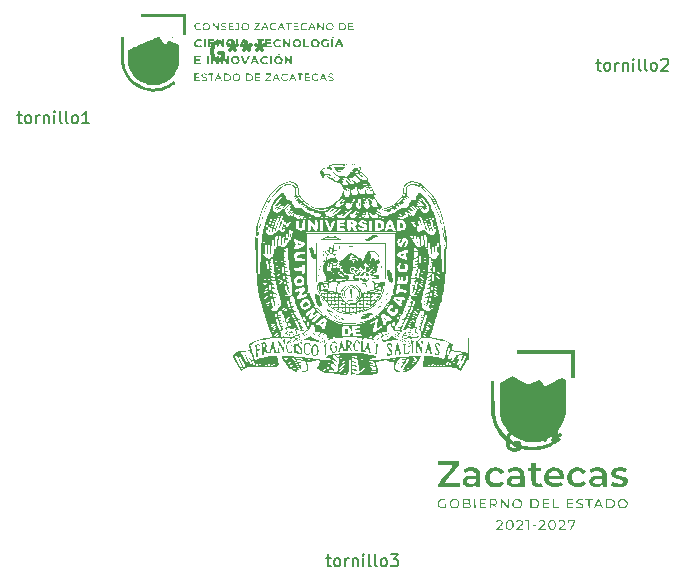
<source format=gbr>
%TF.GenerationSoftware,KiCad,Pcbnew,8.0.4*%
%TF.CreationDate,2024-08-12T17:50:12-06:00*%
%TF.ProjectId,placasLogos,706c6163-6173-44c6-9f67-6f732e6b6963,rev?*%
%TF.SameCoordinates,Original*%
%TF.FileFunction,Legend,Top*%
%TF.FilePolarity,Positive*%
%FSLAX46Y46*%
G04 Gerber Fmt 4.6, Leading zero omitted, Abs format (unit mm)*
G04 Created by KiCad (PCBNEW 8.0.4) date 2024-08-12 17:50:12*
%MOMM*%
%LPD*%
G01*
G04 APERTURE LIST*
%ADD10C,0.300000*%
%ADD11C,0.150000*%
%ADD12C,0.000000*%
G04 APERTURE END LIST*
D10*
X133153572Y-74099757D02*
X133010715Y-74028328D01*
X133010715Y-74028328D02*
X132796429Y-74028328D01*
X132796429Y-74028328D02*
X132582143Y-74099757D01*
X132582143Y-74099757D02*
X132439286Y-74242614D01*
X132439286Y-74242614D02*
X132367857Y-74385471D01*
X132367857Y-74385471D02*
X132296429Y-74671185D01*
X132296429Y-74671185D02*
X132296429Y-74885471D01*
X132296429Y-74885471D02*
X132367857Y-75171185D01*
X132367857Y-75171185D02*
X132439286Y-75314042D01*
X132439286Y-75314042D02*
X132582143Y-75456900D01*
X132582143Y-75456900D02*
X132796429Y-75528328D01*
X132796429Y-75528328D02*
X132939286Y-75528328D01*
X132939286Y-75528328D02*
X133153572Y-75456900D01*
X133153572Y-75456900D02*
X133225000Y-75385471D01*
X133225000Y-75385471D02*
X133225000Y-74885471D01*
X133225000Y-74885471D02*
X132939286Y-74885471D01*
X134082143Y-74028328D02*
X134082143Y-74385471D01*
X133725000Y-74242614D02*
X134082143Y-74385471D01*
X134082143Y-74385471D02*
X134439286Y-74242614D01*
X133867857Y-74671185D02*
X134082143Y-74385471D01*
X134082143Y-74385471D02*
X134296429Y-74671185D01*
X135225000Y-74028328D02*
X135225000Y-74385471D01*
X134867857Y-74242614D02*
X135225000Y-74385471D01*
X135225000Y-74385471D02*
X135582143Y-74242614D01*
X135010714Y-74671185D02*
X135225000Y-74385471D01*
X135225000Y-74385471D02*
X135439286Y-74671185D01*
X136367857Y-74028328D02*
X136367857Y-74385471D01*
X136010714Y-74242614D02*
X136367857Y-74385471D01*
X136367857Y-74385471D02*
X136725000Y-74242614D01*
X136153571Y-74671185D02*
X136367857Y-74385471D01*
X136367857Y-74385471D02*
X136582143Y-74671185D01*
X158203572Y-107124757D02*
X158060715Y-107053328D01*
X158060715Y-107053328D02*
X157846429Y-107053328D01*
X157846429Y-107053328D02*
X157632143Y-107124757D01*
X157632143Y-107124757D02*
X157489286Y-107267614D01*
X157489286Y-107267614D02*
X157417857Y-107410471D01*
X157417857Y-107410471D02*
X157346429Y-107696185D01*
X157346429Y-107696185D02*
X157346429Y-107910471D01*
X157346429Y-107910471D02*
X157417857Y-108196185D01*
X157417857Y-108196185D02*
X157489286Y-108339042D01*
X157489286Y-108339042D02*
X157632143Y-108481900D01*
X157632143Y-108481900D02*
X157846429Y-108553328D01*
X157846429Y-108553328D02*
X157989286Y-108553328D01*
X157989286Y-108553328D02*
X158203572Y-108481900D01*
X158203572Y-108481900D02*
X158275000Y-108410471D01*
X158275000Y-108410471D02*
X158275000Y-107910471D01*
X158275000Y-107910471D02*
X157989286Y-107910471D01*
X159132143Y-107053328D02*
X159132143Y-107410471D01*
X158775000Y-107267614D02*
X159132143Y-107410471D01*
X159132143Y-107410471D02*
X159489286Y-107267614D01*
X158917857Y-107696185D02*
X159132143Y-107410471D01*
X159132143Y-107410471D02*
X159346429Y-107696185D01*
X160275000Y-107053328D02*
X160275000Y-107410471D01*
X159917857Y-107267614D02*
X160275000Y-107410471D01*
X160275000Y-107410471D02*
X160632143Y-107267614D01*
X160060714Y-107696185D02*
X160275000Y-107410471D01*
X160275000Y-107410471D02*
X160489286Y-107696185D01*
X161417857Y-107053328D02*
X161417857Y-107410471D01*
X161060714Y-107267614D02*
X161417857Y-107410471D01*
X161417857Y-107410471D02*
X161775000Y-107267614D01*
X161203571Y-107696185D02*
X161417857Y-107410471D01*
X161417857Y-107410471D02*
X161632143Y-107696185D01*
X142778572Y-92499757D02*
X142635715Y-92428328D01*
X142635715Y-92428328D02*
X142421429Y-92428328D01*
X142421429Y-92428328D02*
X142207143Y-92499757D01*
X142207143Y-92499757D02*
X142064286Y-92642614D01*
X142064286Y-92642614D02*
X141992857Y-92785471D01*
X141992857Y-92785471D02*
X141921429Y-93071185D01*
X141921429Y-93071185D02*
X141921429Y-93285471D01*
X141921429Y-93285471D02*
X141992857Y-93571185D01*
X141992857Y-93571185D02*
X142064286Y-93714042D01*
X142064286Y-93714042D02*
X142207143Y-93856900D01*
X142207143Y-93856900D02*
X142421429Y-93928328D01*
X142421429Y-93928328D02*
X142564286Y-93928328D01*
X142564286Y-93928328D02*
X142778572Y-93856900D01*
X142778572Y-93856900D02*
X142850000Y-93785471D01*
X142850000Y-93785471D02*
X142850000Y-93285471D01*
X142850000Y-93285471D02*
X142564286Y-93285471D01*
X143707143Y-92428328D02*
X143707143Y-92785471D01*
X143350000Y-92642614D02*
X143707143Y-92785471D01*
X143707143Y-92785471D02*
X144064286Y-92642614D01*
X143492857Y-93071185D02*
X143707143Y-92785471D01*
X143707143Y-92785471D02*
X143921429Y-93071185D01*
X144850000Y-92428328D02*
X144850000Y-92785471D01*
X144492857Y-92642614D02*
X144850000Y-92785471D01*
X144850000Y-92785471D02*
X145207143Y-92642614D01*
X144635714Y-93071185D02*
X144850000Y-92785471D01*
X144850000Y-92785471D02*
X145064286Y-93071185D01*
X145992857Y-92428328D02*
X145992857Y-92785471D01*
X145635714Y-92642614D02*
X145992857Y-92785471D01*
X145992857Y-92785471D02*
X146350000Y-92642614D01*
X145778571Y-93071185D02*
X145992857Y-92785471D01*
X145992857Y-92785471D02*
X146207143Y-93071185D01*
D11*
X141979761Y-117713152D02*
X142360713Y-117713152D01*
X142122618Y-117379819D02*
X142122618Y-118236961D01*
X142122618Y-118236961D02*
X142170237Y-118332200D01*
X142170237Y-118332200D02*
X142265475Y-118379819D01*
X142265475Y-118379819D02*
X142360713Y-118379819D01*
X142836904Y-118379819D02*
X142741666Y-118332200D01*
X142741666Y-118332200D02*
X142694047Y-118284580D01*
X142694047Y-118284580D02*
X142646428Y-118189342D01*
X142646428Y-118189342D02*
X142646428Y-117903628D01*
X142646428Y-117903628D02*
X142694047Y-117808390D01*
X142694047Y-117808390D02*
X142741666Y-117760771D01*
X142741666Y-117760771D02*
X142836904Y-117713152D01*
X142836904Y-117713152D02*
X142979761Y-117713152D01*
X142979761Y-117713152D02*
X143074999Y-117760771D01*
X143074999Y-117760771D02*
X143122618Y-117808390D01*
X143122618Y-117808390D02*
X143170237Y-117903628D01*
X143170237Y-117903628D02*
X143170237Y-118189342D01*
X143170237Y-118189342D02*
X143122618Y-118284580D01*
X143122618Y-118284580D02*
X143074999Y-118332200D01*
X143074999Y-118332200D02*
X142979761Y-118379819D01*
X142979761Y-118379819D02*
X142836904Y-118379819D01*
X143598809Y-118379819D02*
X143598809Y-117713152D01*
X143598809Y-117903628D02*
X143646428Y-117808390D01*
X143646428Y-117808390D02*
X143694047Y-117760771D01*
X143694047Y-117760771D02*
X143789285Y-117713152D01*
X143789285Y-117713152D02*
X143884523Y-117713152D01*
X144217857Y-117713152D02*
X144217857Y-118379819D01*
X144217857Y-117808390D02*
X144265476Y-117760771D01*
X144265476Y-117760771D02*
X144360714Y-117713152D01*
X144360714Y-117713152D02*
X144503571Y-117713152D01*
X144503571Y-117713152D02*
X144598809Y-117760771D01*
X144598809Y-117760771D02*
X144646428Y-117856009D01*
X144646428Y-117856009D02*
X144646428Y-118379819D01*
X145122619Y-118379819D02*
X145122619Y-117713152D01*
X145122619Y-117379819D02*
X145075000Y-117427438D01*
X145075000Y-117427438D02*
X145122619Y-117475057D01*
X145122619Y-117475057D02*
X145170238Y-117427438D01*
X145170238Y-117427438D02*
X145122619Y-117379819D01*
X145122619Y-117379819D02*
X145122619Y-117475057D01*
X145741666Y-118379819D02*
X145646428Y-118332200D01*
X145646428Y-118332200D02*
X145598809Y-118236961D01*
X145598809Y-118236961D02*
X145598809Y-117379819D01*
X146265476Y-118379819D02*
X146170238Y-118332200D01*
X146170238Y-118332200D02*
X146122619Y-118236961D01*
X146122619Y-118236961D02*
X146122619Y-117379819D01*
X146789286Y-118379819D02*
X146694048Y-118332200D01*
X146694048Y-118332200D02*
X146646429Y-118284580D01*
X146646429Y-118284580D02*
X146598810Y-118189342D01*
X146598810Y-118189342D02*
X146598810Y-117903628D01*
X146598810Y-117903628D02*
X146646429Y-117808390D01*
X146646429Y-117808390D02*
X146694048Y-117760771D01*
X146694048Y-117760771D02*
X146789286Y-117713152D01*
X146789286Y-117713152D02*
X146932143Y-117713152D01*
X146932143Y-117713152D02*
X147027381Y-117760771D01*
X147027381Y-117760771D02*
X147075000Y-117808390D01*
X147075000Y-117808390D02*
X147122619Y-117903628D01*
X147122619Y-117903628D02*
X147122619Y-118189342D01*
X147122619Y-118189342D02*
X147075000Y-118284580D01*
X147075000Y-118284580D02*
X147027381Y-118332200D01*
X147027381Y-118332200D02*
X146932143Y-118379819D01*
X146932143Y-118379819D02*
X146789286Y-118379819D01*
X147455953Y-117379819D02*
X148075000Y-117379819D01*
X148075000Y-117379819D02*
X147741667Y-117760771D01*
X147741667Y-117760771D02*
X147884524Y-117760771D01*
X147884524Y-117760771D02*
X147979762Y-117808390D01*
X147979762Y-117808390D02*
X148027381Y-117856009D01*
X148027381Y-117856009D02*
X148075000Y-117951247D01*
X148075000Y-117951247D02*
X148075000Y-118189342D01*
X148075000Y-118189342D02*
X148027381Y-118284580D01*
X148027381Y-118284580D02*
X147979762Y-118332200D01*
X147979762Y-118332200D02*
X147884524Y-118379819D01*
X147884524Y-118379819D02*
X147598810Y-118379819D01*
X147598810Y-118379819D02*
X147503572Y-118332200D01*
X147503572Y-118332200D02*
X147455953Y-118284580D01*
X115829761Y-80188152D02*
X116210713Y-80188152D01*
X115972618Y-79854819D02*
X115972618Y-80711961D01*
X115972618Y-80711961D02*
X116020237Y-80807200D01*
X116020237Y-80807200D02*
X116115475Y-80854819D01*
X116115475Y-80854819D02*
X116210713Y-80854819D01*
X116686904Y-80854819D02*
X116591666Y-80807200D01*
X116591666Y-80807200D02*
X116544047Y-80759580D01*
X116544047Y-80759580D02*
X116496428Y-80664342D01*
X116496428Y-80664342D02*
X116496428Y-80378628D01*
X116496428Y-80378628D02*
X116544047Y-80283390D01*
X116544047Y-80283390D02*
X116591666Y-80235771D01*
X116591666Y-80235771D02*
X116686904Y-80188152D01*
X116686904Y-80188152D02*
X116829761Y-80188152D01*
X116829761Y-80188152D02*
X116924999Y-80235771D01*
X116924999Y-80235771D02*
X116972618Y-80283390D01*
X116972618Y-80283390D02*
X117020237Y-80378628D01*
X117020237Y-80378628D02*
X117020237Y-80664342D01*
X117020237Y-80664342D02*
X116972618Y-80759580D01*
X116972618Y-80759580D02*
X116924999Y-80807200D01*
X116924999Y-80807200D02*
X116829761Y-80854819D01*
X116829761Y-80854819D02*
X116686904Y-80854819D01*
X117448809Y-80854819D02*
X117448809Y-80188152D01*
X117448809Y-80378628D02*
X117496428Y-80283390D01*
X117496428Y-80283390D02*
X117544047Y-80235771D01*
X117544047Y-80235771D02*
X117639285Y-80188152D01*
X117639285Y-80188152D02*
X117734523Y-80188152D01*
X118067857Y-80188152D02*
X118067857Y-80854819D01*
X118067857Y-80283390D02*
X118115476Y-80235771D01*
X118115476Y-80235771D02*
X118210714Y-80188152D01*
X118210714Y-80188152D02*
X118353571Y-80188152D01*
X118353571Y-80188152D02*
X118448809Y-80235771D01*
X118448809Y-80235771D02*
X118496428Y-80331009D01*
X118496428Y-80331009D02*
X118496428Y-80854819D01*
X118972619Y-80854819D02*
X118972619Y-80188152D01*
X118972619Y-79854819D02*
X118925000Y-79902438D01*
X118925000Y-79902438D02*
X118972619Y-79950057D01*
X118972619Y-79950057D02*
X119020238Y-79902438D01*
X119020238Y-79902438D02*
X118972619Y-79854819D01*
X118972619Y-79854819D02*
X118972619Y-79950057D01*
X119591666Y-80854819D02*
X119496428Y-80807200D01*
X119496428Y-80807200D02*
X119448809Y-80711961D01*
X119448809Y-80711961D02*
X119448809Y-79854819D01*
X120115476Y-80854819D02*
X120020238Y-80807200D01*
X120020238Y-80807200D02*
X119972619Y-80711961D01*
X119972619Y-80711961D02*
X119972619Y-79854819D01*
X120639286Y-80854819D02*
X120544048Y-80807200D01*
X120544048Y-80807200D02*
X120496429Y-80759580D01*
X120496429Y-80759580D02*
X120448810Y-80664342D01*
X120448810Y-80664342D02*
X120448810Y-80378628D01*
X120448810Y-80378628D02*
X120496429Y-80283390D01*
X120496429Y-80283390D02*
X120544048Y-80235771D01*
X120544048Y-80235771D02*
X120639286Y-80188152D01*
X120639286Y-80188152D02*
X120782143Y-80188152D01*
X120782143Y-80188152D02*
X120877381Y-80235771D01*
X120877381Y-80235771D02*
X120925000Y-80283390D01*
X120925000Y-80283390D02*
X120972619Y-80378628D01*
X120972619Y-80378628D02*
X120972619Y-80664342D01*
X120972619Y-80664342D02*
X120925000Y-80759580D01*
X120925000Y-80759580D02*
X120877381Y-80807200D01*
X120877381Y-80807200D02*
X120782143Y-80854819D01*
X120782143Y-80854819D02*
X120639286Y-80854819D01*
X121925000Y-80854819D02*
X121353572Y-80854819D01*
X121639286Y-80854819D02*
X121639286Y-79854819D01*
X121639286Y-79854819D02*
X121544048Y-79997676D01*
X121544048Y-79997676D02*
X121448810Y-80092914D01*
X121448810Y-80092914D02*
X121353572Y-80140533D01*
X164854761Y-75738152D02*
X165235713Y-75738152D01*
X164997618Y-75404819D02*
X164997618Y-76261961D01*
X164997618Y-76261961D02*
X165045237Y-76357200D01*
X165045237Y-76357200D02*
X165140475Y-76404819D01*
X165140475Y-76404819D02*
X165235713Y-76404819D01*
X165711904Y-76404819D02*
X165616666Y-76357200D01*
X165616666Y-76357200D02*
X165569047Y-76309580D01*
X165569047Y-76309580D02*
X165521428Y-76214342D01*
X165521428Y-76214342D02*
X165521428Y-75928628D01*
X165521428Y-75928628D02*
X165569047Y-75833390D01*
X165569047Y-75833390D02*
X165616666Y-75785771D01*
X165616666Y-75785771D02*
X165711904Y-75738152D01*
X165711904Y-75738152D02*
X165854761Y-75738152D01*
X165854761Y-75738152D02*
X165949999Y-75785771D01*
X165949999Y-75785771D02*
X165997618Y-75833390D01*
X165997618Y-75833390D02*
X166045237Y-75928628D01*
X166045237Y-75928628D02*
X166045237Y-76214342D01*
X166045237Y-76214342D02*
X165997618Y-76309580D01*
X165997618Y-76309580D02*
X165949999Y-76357200D01*
X165949999Y-76357200D02*
X165854761Y-76404819D01*
X165854761Y-76404819D02*
X165711904Y-76404819D01*
X166473809Y-76404819D02*
X166473809Y-75738152D01*
X166473809Y-75928628D02*
X166521428Y-75833390D01*
X166521428Y-75833390D02*
X166569047Y-75785771D01*
X166569047Y-75785771D02*
X166664285Y-75738152D01*
X166664285Y-75738152D02*
X166759523Y-75738152D01*
X167092857Y-75738152D02*
X167092857Y-76404819D01*
X167092857Y-75833390D02*
X167140476Y-75785771D01*
X167140476Y-75785771D02*
X167235714Y-75738152D01*
X167235714Y-75738152D02*
X167378571Y-75738152D01*
X167378571Y-75738152D02*
X167473809Y-75785771D01*
X167473809Y-75785771D02*
X167521428Y-75881009D01*
X167521428Y-75881009D02*
X167521428Y-76404819D01*
X167997619Y-76404819D02*
X167997619Y-75738152D01*
X167997619Y-75404819D02*
X167950000Y-75452438D01*
X167950000Y-75452438D02*
X167997619Y-75500057D01*
X167997619Y-75500057D02*
X168045238Y-75452438D01*
X168045238Y-75452438D02*
X167997619Y-75404819D01*
X167997619Y-75404819D02*
X167997619Y-75500057D01*
X168616666Y-76404819D02*
X168521428Y-76357200D01*
X168521428Y-76357200D02*
X168473809Y-76261961D01*
X168473809Y-76261961D02*
X168473809Y-75404819D01*
X169140476Y-76404819D02*
X169045238Y-76357200D01*
X169045238Y-76357200D02*
X168997619Y-76261961D01*
X168997619Y-76261961D02*
X168997619Y-75404819D01*
X169664286Y-76404819D02*
X169569048Y-76357200D01*
X169569048Y-76357200D02*
X169521429Y-76309580D01*
X169521429Y-76309580D02*
X169473810Y-76214342D01*
X169473810Y-76214342D02*
X169473810Y-75928628D01*
X169473810Y-75928628D02*
X169521429Y-75833390D01*
X169521429Y-75833390D02*
X169569048Y-75785771D01*
X169569048Y-75785771D02*
X169664286Y-75738152D01*
X169664286Y-75738152D02*
X169807143Y-75738152D01*
X169807143Y-75738152D02*
X169902381Y-75785771D01*
X169902381Y-75785771D02*
X169950000Y-75833390D01*
X169950000Y-75833390D02*
X169997619Y-75928628D01*
X169997619Y-75928628D02*
X169997619Y-76214342D01*
X169997619Y-76214342D02*
X169950000Y-76309580D01*
X169950000Y-76309580D02*
X169902381Y-76357200D01*
X169902381Y-76357200D02*
X169807143Y-76404819D01*
X169807143Y-76404819D02*
X169664286Y-76404819D01*
X170378572Y-75500057D02*
X170426191Y-75452438D01*
X170426191Y-75452438D02*
X170521429Y-75404819D01*
X170521429Y-75404819D02*
X170759524Y-75404819D01*
X170759524Y-75404819D02*
X170854762Y-75452438D01*
X170854762Y-75452438D02*
X170902381Y-75500057D01*
X170902381Y-75500057D02*
X170950000Y-75595295D01*
X170950000Y-75595295D02*
X170950000Y-75690533D01*
X170950000Y-75690533D02*
X170902381Y-75833390D01*
X170902381Y-75833390D02*
X170330953Y-76404819D01*
X170330953Y-76404819D02*
X170950000Y-76404819D01*
D12*
%TO.C,G\u002A\u002A\u002A*%
G36*
X124881044Y-74630994D02*
G01*
X124881422Y-74911790D01*
X124882842Y-75149893D01*
X124885731Y-75350577D01*
X124890516Y-75519115D01*
X124897625Y-75660780D01*
X124907486Y-75780846D01*
X124920525Y-75884586D01*
X124937171Y-75977272D01*
X124957850Y-76064179D01*
X124982990Y-76150580D01*
X125011165Y-76236321D01*
X125115856Y-76501113D01*
X125242024Y-76737184D01*
X125398115Y-76958300D01*
X125583134Y-77168426D01*
X125836247Y-77398993D01*
X126111624Y-77589110D01*
X126405108Y-77738363D01*
X126712538Y-77846337D01*
X127029754Y-77912617D01*
X127352597Y-77936790D01*
X127676907Y-77918439D01*
X127998525Y-77857150D01*
X128313290Y-77752510D01*
X128617043Y-77604102D01*
X128799345Y-77489010D01*
X128884579Y-77428166D01*
X128958490Y-77371946D01*
X129009053Y-77329622D01*
X129019547Y-77319218D01*
X129046258Y-77293338D01*
X129069158Y-77291120D01*
X129100790Y-77316976D01*
X129142141Y-77362329D01*
X129188010Y-77416132D01*
X129216805Y-77454273D01*
X129221858Y-77464353D01*
X129201762Y-77493377D01*
X129147858Y-77541086D01*
X129067873Y-77602161D01*
X128969531Y-77671284D01*
X128860558Y-77743138D01*
X128748679Y-77812403D01*
X128641619Y-77873761D01*
X128581050Y-77905500D01*
X128283518Y-78029491D01*
X127962002Y-78118244D01*
X127626695Y-78170179D01*
X127287794Y-78183716D01*
X126955737Y-78157313D01*
X126623843Y-78085756D01*
X126299643Y-77969290D01*
X125989180Y-77810944D01*
X125698495Y-77613751D01*
X125460437Y-77407176D01*
X125215185Y-77137400D01*
X125012064Y-76845597D01*
X124849980Y-76529807D01*
X124727839Y-76188069D01*
X124682856Y-76013267D01*
X124671116Y-75958335D01*
X124661295Y-75902582D01*
X124653168Y-75841031D01*
X124646509Y-75768704D01*
X124641095Y-75680624D01*
X124636701Y-75571813D01*
X124633102Y-75437294D01*
X124630073Y-75272090D01*
X124627391Y-75071221D01*
X124624829Y-74829712D01*
X124623598Y-74700095D01*
X124613419Y-73602786D01*
X124747231Y-73602786D01*
X124881044Y-73602786D01*
X124881044Y-74630994D01*
G37*
G36*
X127881105Y-73609905D02*
G01*
X127915153Y-73626788D01*
X127942919Y-73660834D01*
X127985203Y-73725179D01*
X128034168Y-73807679D01*
X128048776Y-73833770D01*
X128095496Y-73912605D01*
X128135729Y-73970016D01*
X128162958Y-73997089D01*
X128168534Y-73997572D01*
X128179693Y-74003704D01*
X128174616Y-74025210D01*
X128170577Y-74053290D01*
X128186883Y-74049025D01*
X128211061Y-74050693D01*
X128214944Y-74068141D01*
X128234768Y-74116576D01*
X128282421Y-74164638D01*
X128340174Y-74196938D01*
X128369598Y-74202408D01*
X128411715Y-74189611D01*
X128453501Y-74146984D01*
X128500129Y-74068175D01*
X128531071Y-74004167D01*
X128556719Y-73953456D01*
X128584083Y-73918309D01*
X128619519Y-73899065D01*
X128669386Y-73896066D01*
X128740040Y-73909653D01*
X128837839Y-73940167D01*
X128969141Y-73987948D01*
X129090392Y-74034156D01*
X129206698Y-74079424D01*
X129317466Y-74123619D01*
X129408670Y-74161086D01*
X129458362Y-74182522D01*
X129562498Y-74229597D01*
X129551591Y-75013500D01*
X129547952Y-75248301D01*
X129543668Y-75441679D01*
X129537933Y-75600180D01*
X129529942Y-75730349D01*
X129518888Y-75838734D01*
X129503966Y-75931880D01*
X129484369Y-76016333D01*
X129459291Y-76098640D01*
X129427927Y-76185347D01*
X129397874Y-76262014D01*
X129299153Y-76476326D01*
X129179530Y-76670962D01*
X129029902Y-76859462D01*
X128910505Y-76986867D01*
X128676876Y-77196588D01*
X128431776Y-77362343D01*
X128168295Y-77487918D01*
X127879525Y-77577098D01*
X127802215Y-77594224D01*
X127668473Y-77613888D01*
X127507848Y-77625521D01*
X127336184Y-77629050D01*
X127169324Y-77624407D01*
X127023111Y-77611519D01*
X126943744Y-77598051D01*
X126623246Y-77503887D01*
X126328166Y-77370137D01*
X126060704Y-77198515D01*
X125823056Y-76990738D01*
X125617423Y-76748520D01*
X125446001Y-76473579D01*
X125408851Y-76400143D01*
X125350362Y-76273923D01*
X125304272Y-76158967D01*
X125269003Y-76046640D01*
X125242983Y-75928307D01*
X125224634Y-75795335D01*
X125212383Y-75639088D01*
X125204653Y-75450933D01*
X125200432Y-75257743D01*
X125191117Y-74694098D01*
X125437827Y-74580590D01*
X125559141Y-74524528D01*
X125705134Y-74456686D01*
X125857112Y-74385770D01*
X125991555Y-74322752D01*
X126102378Y-74270979D01*
X126196904Y-74227435D01*
X126267073Y-74195787D01*
X126304821Y-74179699D01*
X126308909Y-74178423D01*
X126332955Y-74169033D01*
X126389369Y-74144235D01*
X126467133Y-74109092D01*
X126555230Y-74068665D01*
X126642645Y-74028016D01*
X126718359Y-73992206D01*
X126771356Y-73966296D01*
X126777612Y-73963085D01*
X126813066Y-73947394D01*
X126884062Y-73917968D01*
X126981429Y-73878454D01*
X127096001Y-73832498D01*
X127218606Y-73783747D01*
X127340078Y-73735847D01*
X127451247Y-73692446D01*
X127542944Y-73657189D01*
X127603329Y-73634682D01*
X127704814Y-73608172D01*
X127802442Y-73599786D01*
X127881105Y-73609905D01*
G37*
G36*
X129286739Y-77407892D02*
G01*
X129282271Y-77416383D01*
X129259672Y-77439289D01*
X129255455Y-77440368D01*
X129253819Y-77424875D01*
X129258286Y-77416383D01*
X129280885Y-77393478D01*
X129285102Y-77392399D01*
X129286739Y-77407892D01*
G37*
G36*
X129318249Y-77356421D02*
G01*
X129306256Y-77368414D01*
X129294264Y-77356421D01*
X129306256Y-77344429D01*
X129318249Y-77356421D01*
G37*
G36*
X129406663Y-77263982D02*
G01*
X129402196Y-77272474D01*
X129379597Y-77295380D01*
X129375380Y-77296459D01*
X129373743Y-77280966D01*
X129378211Y-77272474D01*
X129400810Y-77249568D01*
X129405027Y-77248489D01*
X129406663Y-77263982D01*
G37*
G36*
X131807854Y-76675524D02*
G01*
X131818216Y-76679930D01*
X131866474Y-76710173D01*
X131872832Y-76734680D01*
X131843356Y-76748402D01*
X131784110Y-76746285D01*
X131747952Y-76738449D01*
X131656608Y-76726636D01*
X131582409Y-76740386D01*
X131535686Y-76776231D01*
X131524859Y-76813310D01*
X131533193Y-76854001D01*
X131563777Y-76886128D01*
X131624982Y-76915307D01*
X131723688Y-76946730D01*
X131808222Y-76975300D01*
X131857716Y-77005406D01*
X131884665Y-77045016D01*
X131887013Y-77050881D01*
X131896876Y-77133795D01*
X131861920Y-77204715D01*
X131784801Y-77258534D01*
X131777417Y-77261728D01*
X131715878Y-77284780D01*
X131666335Y-77292083D01*
X131606808Y-77284701D01*
X131552618Y-77272594D01*
X131473673Y-77244998D01*
X131436245Y-77210737D01*
X131439660Y-77178560D01*
X131468328Y-77164769D01*
X131503191Y-77177775D01*
X131577978Y-77201571D01*
X131663822Y-77206357D01*
X131740763Y-77192748D01*
X131782331Y-77169190D01*
X131808409Y-77122341D01*
X131788960Y-77078180D01*
X131723095Y-77035654D01*
X131643293Y-77004396D01*
X131536782Y-76957100D01*
X131463605Y-76900107D01*
X131430268Y-76838884D01*
X131428919Y-76824251D01*
X131444825Y-76786104D01*
X131484452Y-76734323D01*
X131499029Y-76718977D01*
X131586510Y-76663565D01*
X131692396Y-76648721D01*
X131807854Y-76675524D01*
G37*
G36*
X134496350Y-76667661D02*
G01*
X134597510Y-76717302D01*
X134679467Y-76802342D01*
X134681344Y-76805176D01*
X134713095Y-76889366D01*
X134719860Y-76991814D01*
X134702176Y-77090736D01*
X134672834Y-77149993D01*
X134589561Y-77225438D01*
X134481366Y-77271869D01*
X134365143Y-77283778D01*
X134298533Y-77272045D01*
X134192277Y-77217362D01*
X134117170Y-77133050D01*
X134077346Y-77029120D01*
X134077124Y-76966967D01*
X134159660Y-76966967D01*
X134177496Y-77050853D01*
X134223694Y-77124385D01*
X134295934Y-77177541D01*
X134391895Y-77200301D01*
X134403046Y-77200519D01*
X134484826Y-77190407D01*
X134549187Y-77152453D01*
X134572785Y-77130410D01*
X134630705Y-77043711D01*
X134642450Y-76949840D01*
X134607820Y-76855311D01*
X134582284Y-76820365D01*
X134498844Y-76752138D01*
X134403011Y-76730188D01*
X134299529Y-76753408D01*
X134218356Y-76808223D01*
X134172507Y-76882750D01*
X134159660Y-76966967D01*
X134077124Y-76966967D01*
X134076940Y-76915583D01*
X134111084Y-76818240D01*
X134183353Y-76728708D01*
X134278700Y-76673606D01*
X134386556Y-76653176D01*
X134496350Y-76667661D01*
G37*
G36*
X138536234Y-76655373D02*
G01*
X138621413Y-76672140D01*
X138683822Y-76701209D01*
X138714391Y-76736876D01*
X138710648Y-76765047D01*
X138676966Y-76774587D01*
X138609386Y-76753996D01*
X138502320Y-76730245D01*
X138406878Y-76752982D01*
X138325224Y-76820365D01*
X138275274Y-76910708D01*
X138267112Y-77003081D01*
X138296041Y-77087654D01*
X138357369Y-77154595D01*
X138446402Y-77194072D01*
X138506725Y-77200519D01*
X138583402Y-77191822D01*
X138641344Y-77169802D01*
X138649040Y-77163937D01*
X138683867Y-77140100D01*
X138709881Y-77152529D01*
X138718492Y-77162332D01*
X138726843Y-77198917D01*
X138697005Y-77232387D01*
X138638756Y-77259314D01*
X138561876Y-77276265D01*
X138476145Y-77279812D01*
X138408868Y-77270943D01*
X138310175Y-77226425D01*
X138235854Y-77149365D01*
X138191311Y-77051283D01*
X138181952Y-76943697D01*
X138209310Y-76845723D01*
X138283696Y-76741348D01*
X138382679Y-76676367D01*
X138501117Y-76653774D01*
X138536234Y-76655373D01*
G37*
G36*
X141125054Y-76656027D02*
G01*
X141201902Y-76671041D01*
X141267364Y-76698154D01*
X141310947Y-76730892D01*
X141322160Y-76762779D01*
X141315508Y-76773572D01*
X141282667Y-76777883D01*
X141225332Y-76763952D01*
X141204524Y-76755989D01*
X141096391Y-76730506D01*
X141001571Y-76750925D01*
X140917882Y-76817750D01*
X140913081Y-76823349D01*
X140866313Y-76910653D01*
X140860189Y-77002039D01*
X140889696Y-77086871D01*
X140949822Y-77154514D01*
X141035555Y-77194332D01*
X141090831Y-77200519D01*
X141165118Y-77190988D01*
X141226590Y-77167763D01*
X141230832Y-77164983D01*
X141272214Y-77142394D01*
X141299367Y-77152043D01*
X141309728Y-77163378D01*
X141317306Y-77199223D01*
X141286909Y-77232361D01*
X141228527Y-77259258D01*
X141152148Y-77276382D01*
X141067760Y-77280197D01*
X141003320Y-77271778D01*
X140899582Y-77226249D01*
X140825734Y-77146326D01*
X140785505Y-77037825D01*
X140780755Y-76924693D01*
X140811874Y-76816487D01*
X140879782Y-76731082D01*
X140976155Y-76674975D01*
X141092668Y-76654660D01*
X141125054Y-76656027D01*
G37*
G36*
X142536721Y-76678733D02*
G01*
X142539463Y-76679930D01*
X142587634Y-76710186D01*
X142593906Y-76734756D01*
X142564346Y-76748503D01*
X142505020Y-76746293D01*
X142470051Y-76738676D01*
X142399052Y-76724569D01*
X142348917Y-76731326D01*
X142306982Y-76753994D01*
X142258912Y-76797567D01*
X142254710Y-76838407D01*
X142295585Y-76878514D01*
X142382745Y-76919885D01*
X142414314Y-76931511D01*
X142497772Y-76965060D01*
X142564824Y-76999415D01*
X142599882Y-77026111D01*
X142629604Y-77095402D01*
X142618609Y-77160835D01*
X142574127Y-77217097D01*
X142503390Y-77258879D01*
X142413628Y-77280867D01*
X142312072Y-77277750D01*
X142270090Y-77268375D01*
X142187979Y-77237985D01*
X142153632Y-77206552D01*
X142163680Y-77177411D01*
X142204716Y-77168503D01*
X142278711Y-77185903D01*
X142374477Y-77206252D01*
X142455235Y-77200144D01*
X142510754Y-77169838D01*
X142530026Y-77130389D01*
X142527899Y-77085360D01*
X142500547Y-77052504D01*
X142439524Y-77024948D01*
X142378022Y-77006682D01*
X142273323Y-76971176D01*
X142209429Y-76929434D01*
X142179173Y-76875244D01*
X142174150Y-76829942D01*
X142194907Y-76749170D01*
X142250923Y-76689811D01*
X142332817Y-76655718D01*
X142431210Y-76650741D01*
X142536721Y-76678733D01*
G37*
G36*
X131165427Y-76649704D02*
G01*
X131232358Y-76653272D01*
X131268075Y-76661157D01*
X131280951Y-76674944D01*
X131280518Y-76690840D01*
X131268039Y-76713522D01*
X131234615Y-76727677D01*
X131170333Y-76735982D01*
X131098872Y-76739861D01*
X130925236Y-76746908D01*
X130925236Y-76841797D01*
X130925236Y-76936686D01*
X131081138Y-76936686D01*
X131168586Y-76939087D01*
X131217190Y-76947670D01*
X131235898Y-76964498D01*
X131237040Y-76972663D01*
X131226632Y-76992843D01*
X131189442Y-77004059D01*
X131116520Y-77008377D01*
X131081138Y-77008640D01*
X130925236Y-77008640D01*
X130925236Y-77104580D01*
X130925236Y-77200519D01*
X131105123Y-77200519D01*
X131200008Y-77202404D01*
X131255705Y-77209215D01*
X131280888Y-77222686D01*
X131285010Y-77236497D01*
X131276855Y-77253647D01*
X131247029Y-77264500D01*
X131187492Y-77270326D01*
X131090200Y-77272395D01*
X131057153Y-77272474D01*
X130829297Y-77272474D01*
X130829297Y-76960671D01*
X130829297Y-76648867D01*
X131058912Y-76648867D01*
X131165427Y-76649704D01*
G37*
G36*
X132362269Y-76649532D02*
G01*
X132438281Y-76652380D01*
X132482068Y-76658695D01*
X132501499Y-76669757D01*
X132504442Y-76686849D01*
X132503795Y-76690840D01*
X132482281Y-76720991D01*
X132426247Y-76736976D01*
X132394104Y-76740189D01*
X132292375Y-76747565D01*
X132292375Y-77010019D01*
X132291818Y-77125129D01*
X132289133Y-77200586D01*
X132282800Y-77244704D01*
X132271301Y-77265796D01*
X132253116Y-77272177D01*
X132244405Y-77272474D01*
X132223412Y-77269438D01*
X132209632Y-77254801D01*
X132201557Y-77220272D01*
X132197681Y-77157557D01*
X132196495Y-77058365D01*
X132196436Y-77008640D01*
X132196436Y-76744807D01*
X132088504Y-76744807D01*
X132021055Y-76741668D01*
X131989160Y-76728635D01*
X131980613Y-76700283D01*
X131980572Y-76696837D01*
X131983591Y-76675901D01*
X131998159Y-76662135D01*
X132032542Y-76654047D01*
X132095005Y-76650144D01*
X132193815Y-76648932D01*
X132246164Y-76648867D01*
X132362269Y-76649532D01*
G37*
G36*
X132904726Y-76678866D02*
G01*
X132948760Y-76746578D01*
X133007350Y-76858086D01*
X133059158Y-76966667D01*
X133114825Y-77088217D01*
X133151434Y-77173026D01*
X133170979Y-77227457D01*
X133175455Y-77257872D01*
X133166856Y-77270632D01*
X133155023Y-77272474D01*
X133110878Y-77251643D01*
X133071884Y-77200519D01*
X133049478Y-77162479D01*
X133023006Y-77140942D01*
X132979351Y-77131226D01*
X132905396Y-77128647D01*
X132870306Y-77128565D01*
X132783128Y-77129636D01*
X132731338Y-77135959D01*
X132702360Y-77152193D01*
X132683614Y-77182999D01*
X132676133Y-77200519D01*
X132639332Y-77255600D01*
X132600947Y-77272474D01*
X132572460Y-77268437D01*
X132568752Y-77247640D01*
X132587807Y-77197055D01*
X132588888Y-77194523D01*
X132653410Y-77045302D01*
X132748088Y-77045302D01*
X132769785Y-77051502D01*
X132825738Y-77055610D01*
X132879702Y-77056610D01*
X133011317Y-77056610D01*
X132950854Y-76919892D01*
X132917565Y-76846666D01*
X132891454Y-76792950D01*
X132879512Y-76772296D01*
X132866389Y-76787283D01*
X132840984Y-76832713D01*
X132809875Y-76894925D01*
X132779638Y-76960254D01*
X132756852Y-77015038D01*
X132748088Y-77045302D01*
X132653410Y-77045302D01*
X132665265Y-77017884D01*
X132726399Y-76881638D01*
X132774549Y-76781512D01*
X132811973Y-76713235D01*
X132840930Y-76672538D01*
X132863678Y-76655148D01*
X132874699Y-76654022D01*
X132904726Y-76678866D01*
G37*
G36*
X133648053Y-76661435D02*
G01*
X133771866Y-76700130D01*
X133859920Y-76766444D01*
X133914913Y-76861864D01*
X133923845Y-76890564D01*
X133932619Y-77006707D01*
X133899088Y-77114321D01*
X133827538Y-77201522D01*
X133805873Y-77217631D01*
X133753592Y-77246980D01*
X133695446Y-77263798D01*
X133616066Y-77271209D01*
X133536042Y-77272474D01*
X133347710Y-77272474D01*
X133347710Y-77200519D01*
X133419665Y-77200519D01*
X133565419Y-77200519D01*
X133651492Y-77197716D01*
X133707685Y-77185419D01*
X133751947Y-77157799D01*
X133781283Y-77130410D01*
X133834098Y-77060117D01*
X133851255Y-76982221D01*
X133851393Y-76972663D01*
X133837410Y-76892662D01*
X133788819Y-76822625D01*
X133781283Y-76814916D01*
X133735402Y-76774863D01*
X133688722Y-76753748D01*
X133623296Y-76745743D01*
X133565419Y-76744807D01*
X133419665Y-76744807D01*
X133419665Y-76972663D01*
X133419665Y-77200519D01*
X133347710Y-77200519D01*
X133347710Y-76972663D01*
X133347710Y-76960671D01*
X133347710Y-76648867D01*
X133485782Y-76648867D01*
X133648053Y-76661435D01*
G37*
G36*
X135356445Y-76649394D02*
G01*
X135518146Y-76664382D01*
X135643535Y-76707448D01*
X135731272Y-76777489D01*
X135780017Y-76873405D01*
X135788432Y-76994097D01*
X135787465Y-77003540D01*
X135761254Y-77102963D01*
X135700849Y-77185010D01*
X135700411Y-77185448D01*
X135661549Y-77221456D01*
X135624141Y-77244198D01*
X135575413Y-77257343D01*
X135502587Y-77264562D01*
X135409975Y-77268864D01*
X135194547Y-77277247D01*
X135194547Y-77200519D01*
X135290487Y-77200519D01*
X135424248Y-77200519D01*
X135507812Y-77196865D01*
X135563360Y-77181388D01*
X135610579Y-77147317D01*
X135628120Y-77130410D01*
X135684333Y-77045392D01*
X135701435Y-76950430D01*
X135678971Y-76858809D01*
X135639358Y-76803679D01*
X135596839Y-76769299D01*
X135546516Y-76751423D01*
X135471454Y-76745160D01*
X135435486Y-76744807D01*
X135290487Y-76744807D01*
X135290487Y-76972663D01*
X135290487Y-77200519D01*
X135194547Y-77200519D01*
X135194547Y-76972663D01*
X135194547Y-76963057D01*
X135194547Y-76648867D01*
X135356445Y-76649394D01*
G37*
G36*
X136304472Y-76649668D02*
G01*
X136368201Y-76653426D01*
X136402229Y-76662168D01*
X136415686Y-76677923D01*
X136417776Y-76696837D01*
X136413528Y-76721363D01*
X136394154Y-76735754D01*
X136349716Y-76742659D01*
X136270271Y-76744731D01*
X136237890Y-76744807D01*
X136058003Y-76744807D01*
X136058003Y-76840746D01*
X136058003Y-76936686D01*
X136213905Y-76936686D01*
X136301353Y-76939087D01*
X136349956Y-76947670D01*
X136368665Y-76964498D01*
X136369807Y-76972663D01*
X136359399Y-76992843D01*
X136322208Y-77004059D01*
X136249287Y-77008377D01*
X136213905Y-77008640D01*
X136058003Y-77008640D01*
X136058003Y-77104580D01*
X136058003Y-77200519D01*
X136237890Y-77200519D01*
X136332775Y-77202404D01*
X136388472Y-77209215D01*
X136413655Y-77222686D01*
X136417776Y-77236497D01*
X136409364Y-77254049D01*
X136378662Y-77264982D01*
X136317473Y-77270662D01*
X136217599Y-77272455D01*
X136201912Y-77272474D01*
X135986048Y-77272474D01*
X135986048Y-76960671D01*
X135986048Y-76648867D01*
X136201912Y-76648867D01*
X136304472Y-76649668D01*
G37*
G36*
X137218357Y-76650195D02*
G01*
X137294526Y-76654798D01*
X137336920Y-76663604D01*
X137352609Y-76677542D01*
X137353187Y-76681942D01*
X137338983Y-76712388D01*
X137300180Y-76771796D01*
X137242492Y-76851950D01*
X137171632Y-76944633D01*
X137162038Y-76956810D01*
X136970889Y-77198603D01*
X137162198Y-77205557D01*
X137273139Y-77212599D01*
X137337742Y-77222899D01*
X137357397Y-77234894D01*
X137333492Y-77247020D01*
X137267416Y-77257715D01*
X137160559Y-77265415D01*
X137107342Y-77267289D01*
X136984082Y-77268885D01*
X136903477Y-77265658D01*
X136860413Y-77257172D01*
X136849504Y-77245336D01*
X136863903Y-77216696D01*
X136903214Y-77159283D01*
X136961609Y-77081149D01*
X137033257Y-76990346D01*
X137041079Y-76980691D01*
X137232654Y-76744807D01*
X137041079Y-76744807D01*
X136945568Y-76743802D01*
X136888354Y-76739176D01*
X136859783Y-76728512D01*
X136850198Y-76709391D01*
X136849504Y-76696837D01*
X136852662Y-76675437D01*
X136867789Y-76661558D01*
X136903367Y-76653584D01*
X136967875Y-76649900D01*
X137069796Y-76648891D01*
X137101346Y-76648867D01*
X137218357Y-76650195D01*
G37*
G36*
X137789568Y-76667571D02*
G01*
X137828365Y-76725171D01*
X137880492Y-76823898D01*
X137937557Y-76944644D01*
X137987100Y-77054169D01*
X138028488Y-77147802D01*
X138058041Y-77217054D01*
X138072079Y-77253438D01*
X138072734Y-77256448D01*
X138052822Y-77269983D01*
X138030023Y-77272474D01*
X137989942Y-77250800D01*
X137960151Y-77200519D01*
X137943886Y-77163180D01*
X137922323Y-77141684D01*
X137883406Y-77131659D01*
X137815080Y-77128733D01*
X137761766Y-77128565D01*
X137672630Y-77129447D01*
X137619544Y-77135008D01*
X137590587Y-77149614D01*
X137573841Y-77177637D01*
X137565457Y-77200519D01*
X137529910Y-77258615D01*
X137492184Y-77272474D01*
X137457308Y-77260902D01*
X137455670Y-77242493D01*
X137469586Y-77210228D01*
X137499209Y-77143635D01*
X137540364Y-77052041D01*
X137546433Y-77038621D01*
X137640861Y-77038621D01*
X137662529Y-77048886D01*
X137717769Y-77055399D01*
X137760930Y-77056610D01*
X137829354Y-77053456D01*
X137872774Y-77045393D01*
X137880855Y-77039085D01*
X137872121Y-77005210D01*
X137850245Y-76947363D01*
X137821711Y-76880335D01*
X137793008Y-76818919D01*
X137770621Y-76777908D01*
X137762513Y-76769201D01*
X137747263Y-76789294D01*
X137721183Y-76839253D01*
X137690955Y-76904282D01*
X137663258Y-76969586D01*
X137644772Y-77020371D01*
X137640861Y-77038621D01*
X137546433Y-77038621D01*
X137588875Y-76944771D01*
X137595265Y-76930689D01*
X137658236Y-76797827D01*
X137707115Y-76708212D01*
X137743202Y-76659655D01*
X137762781Y-76648867D01*
X137789568Y-76667571D01*
G37*
G36*
X139168477Y-76659686D02*
G01*
X139194584Y-76687899D01*
X139228149Y-76744318D01*
X139272714Y-76834754D01*
X139320799Y-76940277D01*
X139369775Y-77050019D01*
X139411670Y-77144094D01*
X139442602Y-77213774D01*
X139458692Y-77250330D01*
X139459860Y-77253074D01*
X139446892Y-77268754D01*
X139420796Y-77272474D01*
X139374526Y-77249800D01*
X139343933Y-77200519D01*
X139325758Y-77162550D01*
X139302399Y-77141025D01*
X139261280Y-77131283D01*
X139189824Y-77128663D01*
X139149760Y-77128565D01*
X139062245Y-77129762D01*
X139009576Y-77136475D01*
X138978635Y-77153386D01*
X138956305Y-77185177D01*
X138948182Y-77200519D01*
X138914186Y-77247189D01*
X138878662Y-77271170D01*
X138852949Y-77269283D01*
X138848387Y-77238346D01*
X138851225Y-77227711D01*
X138866437Y-77188941D01*
X138897153Y-77117059D01*
X138923802Y-77056610D01*
X139008750Y-77056610D01*
X139140364Y-77056610D01*
X139212532Y-77054746D01*
X139260337Y-77049938D01*
X139271978Y-77045302D01*
X139262844Y-77014052D01*
X139239825Y-76958893D01*
X139209499Y-76893486D01*
X139178444Y-76831495D01*
X139153237Y-76786582D01*
X139140554Y-76772296D01*
X139125840Y-76798382D01*
X139098434Y-76855384D01*
X139069213Y-76919892D01*
X139008750Y-77056610D01*
X138923802Y-77056610D01*
X138938826Y-77022530D01*
X138984138Y-76921903D01*
X139047062Y-76790743D01*
X139096527Y-76703931D01*
X139133399Y-76660033D01*
X139146288Y-76653869D01*
X139168477Y-76659686D01*
G37*
G36*
X139889818Y-76649412D02*
G01*
X139966032Y-76652043D01*
X140010812Y-76658253D01*
X140032424Y-76669535D01*
X140039133Y-76687382D01*
X140039495Y-76696837D01*
X140032433Y-76726814D01*
X140003109Y-76740989D01*
X139939317Y-76744788D01*
X139931563Y-76744807D01*
X139823631Y-76744807D01*
X139823631Y-77008640D01*
X139823079Y-77124104D01*
X139820418Y-77199895D01*
X139814140Y-77244304D01*
X139802737Y-77265625D01*
X139784702Y-77272149D01*
X139775661Y-77272474D01*
X139754622Y-77269425D01*
X139740831Y-77254734D01*
X139732767Y-77220088D01*
X139728912Y-77157174D01*
X139727746Y-77057678D01*
X139727691Y-77010019D01*
X139727691Y-76747565D01*
X139625963Y-76740189D01*
X139554450Y-76728488D01*
X139520945Y-76704190D01*
X139516272Y-76690840D01*
X139516993Y-76672472D01*
X139532723Y-76660374D01*
X139571330Y-76653264D01*
X139640682Y-76649862D01*
X139748648Y-76648884D01*
X139773903Y-76648867D01*
X139889818Y-76649412D01*
G37*
G36*
X140501828Y-76649668D02*
G01*
X140565557Y-76653426D01*
X140599585Y-76662168D01*
X140613042Y-76677923D01*
X140615132Y-76696837D01*
X140610915Y-76721285D01*
X140591659Y-76735668D01*
X140547462Y-76742607D01*
X140468417Y-76744721D01*
X140433798Y-76744807D01*
X140252463Y-76744807D01*
X140259907Y-76834750D01*
X140267351Y-76924693D01*
X140429250Y-76931785D01*
X140520533Y-76938520D01*
X140571712Y-76950089D01*
X140590565Y-76968508D01*
X140591148Y-76973759D01*
X140580326Y-76992850D01*
X140542232Y-77003763D01*
X140468426Y-77008250D01*
X140423253Y-77008640D01*
X140255359Y-77008640D01*
X140255359Y-77104580D01*
X140255359Y-77200519D01*
X140447238Y-77200519D01*
X140545690Y-77202214D01*
X140604774Y-77208362D01*
X140633009Y-77220561D01*
X140639117Y-77236497D01*
X140630963Y-77253647D01*
X140601137Y-77264500D01*
X140541599Y-77270326D01*
X140444308Y-77272395D01*
X140411261Y-77272474D01*
X140183404Y-77272474D01*
X140183404Y-76960671D01*
X140183404Y-76648867D01*
X140399268Y-76648867D01*
X140501828Y-76649668D01*
G37*
G36*
X141767774Y-76664371D02*
G01*
X141802198Y-76713414D01*
X141847896Y-76799794D01*
X141907088Y-76927308D01*
X141912845Y-76940239D01*
X141961400Y-77049754D01*
X142002898Y-77143681D01*
X142033457Y-77213206D01*
X142049191Y-77249514D01*
X142050228Y-77252042D01*
X142037212Y-77268490D01*
X142010601Y-77272474D01*
X141964328Y-77249606D01*
X141937895Y-77200519D01*
X141922634Y-77162956D01*
X141901649Y-77141451D01*
X141862894Y-77131527D01*
X141794327Y-77128708D01*
X141744286Y-77128565D01*
X141655515Y-77129678D01*
X141601829Y-77136021D01*
X141570349Y-77152099D01*
X141548194Y-77182415D01*
X141538551Y-77200519D01*
X141503609Y-77249599D01*
X141468604Y-77272291D01*
X141465980Y-77272474D01*
X141434387Y-77265667D01*
X141430619Y-77260145D01*
X141439971Y-77234963D01*
X141465618Y-77174463D01*
X141503946Y-77086969D01*
X141517499Y-77056610D01*
X141601153Y-77056610D01*
X141731750Y-77056610D01*
X141805558Y-77052463D01*
X141852350Y-77041605D01*
X141862347Y-77031828D01*
X141852887Y-76999446D01*
X141829144Y-76944505D01*
X141798070Y-76880745D01*
X141766620Y-76821901D01*
X141741745Y-76781711D01*
X141731035Y-76772403D01*
X141717827Y-76797068D01*
X141691530Y-76853000D01*
X141662013Y-76918697D01*
X141601153Y-77056610D01*
X141517499Y-77056610D01*
X141551341Y-76980806D01*
X141565982Y-76948342D01*
X141628407Y-76814975D01*
X141676705Y-76723083D01*
X141713024Y-76669019D01*
X141739514Y-76649132D01*
X141742401Y-76648867D01*
X141767774Y-76664371D01*
G37*
G36*
X129198324Y-77212512D02*
G01*
X129186332Y-77224504D01*
X129174339Y-77212512D01*
X129186332Y-77200519D01*
X129198324Y-77212512D01*
G37*
G36*
X129262754Y-77120073D02*
G01*
X129258286Y-77128565D01*
X129235687Y-77151470D01*
X129231470Y-77152550D01*
X129229834Y-77137057D01*
X129234301Y-77128565D01*
X129256900Y-77105659D01*
X129261117Y-77104580D01*
X129262754Y-77120073D01*
G37*
G36*
X129390203Y-77116572D02*
G01*
X129378211Y-77128565D01*
X129366218Y-77116572D01*
X129378211Y-77104580D01*
X129390203Y-77116572D01*
G37*
G36*
X129534113Y-77092587D02*
G01*
X129522120Y-77104580D01*
X129510128Y-77092587D01*
X129522120Y-77080595D01*
X129534113Y-77092587D01*
G37*
G36*
X129366218Y-77068603D02*
G01*
X129354226Y-77080595D01*
X129342233Y-77068603D01*
X129354226Y-77056610D01*
X129366218Y-77068603D01*
G37*
G36*
X129366218Y-77020633D02*
G01*
X129354226Y-77032625D01*
X129342233Y-77020633D01*
X129354226Y-77008640D01*
X129366218Y-77020633D01*
G37*
G36*
X129606067Y-77020633D02*
G01*
X129594075Y-77032625D01*
X129582082Y-77020633D01*
X129594075Y-77008640D01*
X129606067Y-77020633D01*
G37*
G36*
X129438173Y-76924693D02*
G01*
X129426181Y-76936686D01*
X129414188Y-76924693D01*
X129426181Y-76912701D01*
X129438173Y-76924693D01*
G37*
G36*
X131356964Y-75220757D02*
G01*
X131354432Y-75250468D01*
X131340218Y-75268559D01*
X131304400Y-75278550D01*
X131237053Y-75283962D01*
X131171081Y-75286715D01*
X130985199Y-75293721D01*
X130977683Y-75371671D01*
X130970167Y-75449622D01*
X131139581Y-75449622D01*
X131227782Y-75450485D01*
X131278424Y-75455530D01*
X131301911Y-75468439D01*
X131308652Y-75492897D01*
X131308995Y-75509585D01*
X131306526Y-75540912D01*
X131292150Y-75558841D01*
X131255416Y-75567105D01*
X131185870Y-75569438D01*
X131141100Y-75569547D01*
X130973206Y-75569547D01*
X130973206Y-75653494D01*
X130973206Y-75737441D01*
X131165085Y-75737441D01*
X131260249Y-75738080D01*
X131317232Y-75742036D01*
X131345820Y-75752367D01*
X131355800Y-75772133D01*
X131356964Y-75797403D01*
X131356964Y-75857366D01*
X131093131Y-75857366D01*
X130829297Y-75857366D01*
X130829297Y-75509585D01*
X130829297Y-75161804D01*
X131093131Y-75161804D01*
X131356964Y-75161804D01*
X131356964Y-75220757D01*
G37*
G36*
X132028541Y-75508065D02*
G01*
X132028541Y-75857366D01*
X131943936Y-75857366D01*
X131859330Y-75857366D01*
X131865985Y-75515581D01*
X131872639Y-75173796D01*
X131950590Y-75166280D01*
X132028541Y-75158764D01*
X132028541Y-75508065D01*
G37*
G36*
X132350489Y-75167154D02*
G01*
X132387266Y-75187518D01*
X132432219Y-75229365D01*
X132492668Y-75299167D01*
X132548421Y-75368504D01*
X132712111Y-75575205D01*
X132719041Y-75368504D01*
X132725971Y-75161804D01*
X132808984Y-75161804D01*
X132891997Y-75161804D01*
X132891997Y-75509585D01*
X132891997Y-75857366D01*
X132822161Y-75857366D01*
X132785823Y-75851745D01*
X132748073Y-75830601D01*
X132701502Y-75787511D01*
X132638701Y-75716050D01*
X132588308Y-75654610D01*
X132424292Y-75451855D01*
X132417362Y-75654610D01*
X132410432Y-75857366D01*
X132327419Y-75857366D01*
X132244405Y-75857366D01*
X132244405Y-75509585D01*
X132244405Y-75161804D01*
X132314569Y-75161804D01*
X132350489Y-75167154D01*
G37*
G36*
X133202622Y-75171865D02*
G01*
X133248699Y-75205461D01*
X133310569Y-75267712D01*
X133393940Y-75363738D01*
X133400482Y-75371562D01*
X133575567Y-75581321D01*
X133582497Y-75371562D01*
X133589427Y-75161804D01*
X133660448Y-75161804D01*
X133731469Y-75161804D01*
X133731469Y-75509585D01*
X133731469Y-75857366D01*
X133665510Y-75857007D01*
X133630078Y-75850145D01*
X133590958Y-75825833D01*
X133541241Y-75777904D01*
X133474017Y-75700187D01*
X133431657Y-75648202D01*
X133263763Y-75439755D01*
X133256833Y-75648560D01*
X133249903Y-75857366D01*
X133178882Y-75857366D01*
X133107861Y-75857366D01*
X133107861Y-75509585D01*
X133107861Y-75161804D01*
X133166630Y-75161804D01*
X133202622Y-75171865D01*
G37*
G36*
X134412716Y-75177374D02*
G01*
X134501434Y-75216248D01*
X134595133Y-75302481D01*
X134648908Y-75402840D01*
X134665431Y-75509389D01*
X134647374Y-75614194D01*
X134597410Y-75709319D01*
X134518209Y-75786829D01*
X134412446Y-75838790D01*
X134285570Y-75857276D01*
X134161021Y-75844683D01*
X134071622Y-75808666D01*
X133985491Y-75730686D01*
X133933137Y-75629757D01*
X133914508Y-75516944D01*
X133919323Y-75480573D01*
X134075419Y-75480573D01*
X134079192Y-75578066D01*
X134118148Y-75656062D01*
X134182385Y-75709328D01*
X134262002Y-75732634D01*
X134347097Y-75720746D01*
X134427767Y-75668434D01*
X134428875Y-75667331D01*
X134484137Y-75584622D01*
X134499751Y-75496354D01*
X134479750Y-75413027D01*
X134428168Y-75345140D01*
X134349037Y-75303194D01*
X134285788Y-75294811D01*
X134186631Y-75313306D01*
X134117760Y-75368954D01*
X134078903Y-75461994D01*
X134075419Y-75480573D01*
X133919323Y-75480573D01*
X133929552Y-75403309D01*
X133978219Y-75299915D01*
X134060456Y-75217827D01*
X134074418Y-75208802D01*
X134175551Y-75170745D01*
X134294982Y-75160384D01*
X134412716Y-75177374D01*
G37*
G36*
X135424785Y-75347687D02*
G01*
X135375669Y-75462201D01*
X135322646Y-75585870D01*
X135276956Y-75692477D01*
X135275789Y-75695201D01*
X135238576Y-75778650D01*
X135210379Y-75827041D01*
X135182493Y-75849892D01*
X135146214Y-75856722D01*
X135127736Y-75857100D01*
X135076361Y-75851894D01*
X135042734Y-75827792D01*
X135012234Y-75772722D01*
X135004568Y-75755430D01*
X134975388Y-75688459D01*
X134933810Y-75593132D01*
X134886640Y-75485050D01*
X134861511Y-75427498D01*
X134820294Y-75331288D01*
X134787522Y-75251319D01*
X134767303Y-75197824D01*
X134762819Y-75181652D01*
X134783885Y-75168421D01*
X134835546Y-75161936D01*
X134845043Y-75161804D01*
X134893374Y-75165258D01*
X134924651Y-75183015D01*
X134950319Y-75226165D01*
X134975003Y-75287724D01*
X135012692Y-75383464D01*
X135051875Y-75477012D01*
X135087936Y-75558040D01*
X135116262Y-75616218D01*
X135132237Y-75641220D01*
X135133060Y-75641501D01*
X135145190Y-75620882D01*
X135171725Y-75565017D01*
X135208515Y-75482901D01*
X135243697Y-75401653D01*
X135289273Y-75296297D01*
X135322157Y-75227425D01*
X135348216Y-75187289D01*
X135373318Y-75168138D01*
X135403331Y-75162223D01*
X135425321Y-75161804D01*
X135504531Y-75161804D01*
X135424785Y-75347687D01*
G37*
G36*
X135956265Y-75163288D02*
G01*
X135981130Y-75172107D01*
X136005025Y-75194808D01*
X136032465Y-75237939D01*
X136067964Y-75308048D01*
X136116037Y-75411684D01*
X136150401Y-75487398D01*
X136202178Y-75603148D01*
X136246003Y-75703832D01*
X136278381Y-75781200D01*
X136295814Y-75827004D01*
X136297852Y-75835179D01*
X136276860Y-75850226D01*
X136225669Y-75857290D01*
X136219163Y-75857366D01*
X136159759Y-75849092D01*
X136126214Y-75814929D01*
X136113315Y-75785411D01*
X136096662Y-75747494D01*
X136074438Y-75725973D01*
X136034270Y-75716209D01*
X135963786Y-75713562D01*
X135921436Y-75713456D01*
X135834249Y-75714478D01*
X135782658Y-75720638D01*
X135754291Y-75736575D01*
X135736774Y-75766928D01*
X135729556Y-75785411D01*
X135700093Y-75837669D01*
X135654179Y-75856216D01*
X135628358Y-75857366D01*
X135576920Y-75852380D01*
X135554364Y-75840322D01*
X135554320Y-75839714D01*
X135563620Y-75812711D01*
X135589238Y-75750065D01*
X135627755Y-75659854D01*
X135669888Y-75563551D01*
X135824949Y-75563551D01*
X135832956Y-75583165D01*
X135880508Y-75592358D01*
X135923520Y-75593532D01*
X135988420Y-75590045D01*
X136027380Y-75581199D01*
X136032546Y-75575543D01*
X136022552Y-75545198D01*
X135998434Y-75486417D01*
X135977286Y-75438383D01*
X135923498Y-75319212D01*
X135880187Y-75426391D01*
X135852032Y-75496155D01*
X135830553Y-75549542D01*
X135824949Y-75563551D01*
X135669888Y-75563551D01*
X135675749Y-75550154D01*
X135701600Y-75491933D01*
X135758396Y-75365374D01*
X135800217Y-75276157D01*
X135831497Y-75217756D01*
X135856669Y-75183645D01*
X135880170Y-75167298D01*
X135906431Y-75162189D01*
X135925915Y-75161804D01*
X135956265Y-75163288D01*
G37*
G36*
X136892101Y-75173865D02*
G01*
X136986048Y-75212633D01*
X136986069Y-75212646D01*
X137068333Y-75263488D01*
X137015536Y-75319688D01*
X136962740Y-75375887D01*
X136902887Y-75328808D01*
X136821101Y-75288502D01*
X136740104Y-75288146D01*
X136666843Y-75320118D01*
X136608268Y-75376794D01*
X136571327Y-75450551D01*
X136562967Y-75533768D01*
X136590138Y-75618821D01*
X136610695Y-75649368D01*
X136685358Y-75708734D01*
X136777458Y-75730207D01*
X136871858Y-75711105D01*
X136894214Y-75699574D01*
X136948415Y-75673191D01*
X136984229Y-75675059D01*
X137003833Y-75688166D01*
X137037845Y-75733104D01*
X137025467Y-75774867D01*
X136965949Y-75815686D01*
X136959808Y-75818655D01*
X136846646Y-75851907D01*
X136724005Y-75855262D01*
X136610850Y-75829463D01*
X136559237Y-75802921D01*
X136465815Y-75716800D01*
X136412193Y-75616369D01*
X136395708Y-75509638D01*
X136413699Y-75404616D01*
X136463504Y-75309314D01*
X136542462Y-75231743D01*
X136647911Y-75179911D01*
X136772269Y-75161804D01*
X136892101Y-75173865D01*
G37*
G36*
X137377172Y-75509585D02*
G01*
X137377172Y-75857366D01*
X137293225Y-75857366D01*
X137209278Y-75857366D01*
X137209278Y-75509585D01*
X137209278Y-75161804D01*
X137293225Y-75161804D01*
X137377172Y-75161804D01*
X137377172Y-75509585D01*
G37*
G36*
X138063107Y-75180035D02*
G01*
X138173961Y-75233038D01*
X138251380Y-75318278D01*
X138292616Y-75433219D01*
X138298877Y-75509585D01*
X138279098Y-75640045D01*
X138221595Y-75742224D01*
X138129118Y-75813586D01*
X138004419Y-75851594D01*
X137921570Y-75857366D01*
X137814557Y-75847855D01*
X137730976Y-75815650D01*
X137710511Y-75802921D01*
X137617290Y-75716882D01*
X137563775Y-75616400D01*
X137547320Y-75509585D01*
X137712961Y-75509585D01*
X137725809Y-75586645D01*
X137771037Y-75654653D01*
X137786028Y-75670289D01*
X137840065Y-75717026D01*
X137888219Y-75733612D01*
X137947926Y-75729216D01*
X138034947Y-75697481D01*
X138090723Y-75652966D01*
X138136801Y-75568557D01*
X138142075Y-75479104D01*
X138110914Y-75395711D01*
X138047685Y-75329480D01*
X137956755Y-75291515D01*
X137947926Y-75289953D01*
X137884707Y-75285895D01*
X137836872Y-75304246D01*
X137786028Y-75348880D01*
X137732492Y-75417827D01*
X137713499Y-75491066D01*
X137712961Y-75509585D01*
X137547320Y-75509585D01*
X137547313Y-75509540D01*
X137565247Y-75404368D01*
X137614924Y-75308948D01*
X137693688Y-75231344D01*
X137798884Y-75179622D01*
X137921570Y-75161804D01*
X138063107Y-75180035D01*
G37*
G36*
X139104084Y-75509585D02*
G01*
X139104084Y-75857366D01*
X139045316Y-75857366D01*
X139009324Y-75847304D01*
X138963247Y-75813708D01*
X138901377Y-75751457D01*
X138818006Y-75655431D01*
X138811463Y-75647607D01*
X138636379Y-75437848D01*
X138629449Y-75647607D01*
X138622519Y-75857366D01*
X138551498Y-75857366D01*
X138480477Y-75857366D01*
X138480477Y-75509585D01*
X138480477Y-75161804D01*
X138546436Y-75161821D01*
X138581742Y-75168412D01*
X138620583Y-75192280D01*
X138669892Y-75239603D01*
X138736601Y-75316554D01*
X138780288Y-75370106D01*
X138948182Y-75578373D01*
X138955112Y-75370089D01*
X138962043Y-75161804D01*
X139033063Y-75161804D01*
X139104084Y-75161804D01*
X139104084Y-75509585D01*
G37*
G36*
X138036757Y-75041879D02*
G01*
X137969742Y-75085250D01*
X137906106Y-75110876D01*
X137885062Y-75113834D01*
X137823910Y-75113834D01*
X137892847Y-75041879D01*
X137961767Y-74987654D01*
X138036738Y-74970035D01*
X138044542Y-74969925D01*
X138127300Y-74969925D01*
X138036757Y-75041879D01*
G37*
G36*
X135650740Y-74286933D02*
G01*
X135664658Y-74333978D01*
X135657882Y-74402171D01*
X135635702Y-74476189D01*
X135603409Y-74540710D01*
X135566292Y-74580411D01*
X135547427Y-74586166D01*
X135515829Y-74578691D01*
X135509515Y-74547228D01*
X135514940Y-74513238D01*
X135516114Y-74441563D01*
X135500124Y-74393230D01*
X135486475Y-74337512D01*
X135507820Y-74290049D01*
X135551196Y-74259992D01*
X135603636Y-74256492D01*
X135650740Y-74286933D01*
G37*
G36*
X131281788Y-73742896D02*
G01*
X131353683Y-73769807D01*
X131412345Y-73800502D01*
X131417069Y-73803795D01*
X131448757Y-73830855D01*
X131446990Y-73854709D01*
X131418704Y-73888641D01*
X131381630Y-73922283D01*
X131348747Y-73920906D01*
X131317930Y-73902800D01*
X131229240Y-73869487D01*
X131133801Y-73872335D01*
X131050022Y-73909883D01*
X131032078Y-73925492D01*
X130983289Y-74005258D01*
X130971270Y-74098969D01*
X130996020Y-74189761D01*
X131032078Y-74239476D01*
X131106067Y-74283862D01*
X131197615Y-74299281D01*
X131285925Y-74283962D01*
X131322399Y-74264201D01*
X131363325Y-74242702D01*
X131397993Y-74256827D01*
X131410930Y-74267918D01*
X131445705Y-74307982D01*
X131443468Y-74341062D01*
X131401158Y-74377928D01*
X131374953Y-74394550D01*
X131272586Y-74432488D01*
X131153083Y-74439889D01*
X131036556Y-74416451D01*
X130998896Y-74400246D01*
X130897153Y-74324748D01*
X130834192Y-74221259D01*
X130811996Y-74125175D01*
X130820071Y-74003809D01*
X130867376Y-73896810D01*
X130945803Y-73810775D01*
X131047246Y-73752301D01*
X131163598Y-73727984D01*
X131281788Y-73742896D01*
G37*
G36*
X131788692Y-74094476D02*
G01*
X131788692Y-74442257D01*
X131704745Y-74442257D01*
X131620798Y-74442257D01*
X131620798Y-74094476D01*
X131620798Y-73746695D01*
X131704745Y-73746695D01*
X131788692Y-73746695D01*
X131788692Y-74094476D01*
G37*
G36*
X132532224Y-73806657D02*
G01*
X132530179Y-73836396D01*
X132517520Y-73854203D01*
X132484460Y-73863137D01*
X132421210Y-73866256D01*
X132340345Y-73866620D01*
X132148466Y-73866620D01*
X132148466Y-73938574D01*
X132148466Y-74010529D01*
X132317953Y-74010529D01*
X132487440Y-74010529D01*
X132479851Y-74076487D01*
X132473239Y-74111563D01*
X132456095Y-74131954D01*
X132417257Y-74142471D01*
X132345567Y-74147923D01*
X132310364Y-74149538D01*
X132224671Y-74154079D01*
X132176257Y-74161666D01*
X132154479Y-74177424D01*
X132148690Y-74206480D01*
X132148466Y-74227489D01*
X132148466Y-74298348D01*
X132340345Y-74298348D01*
X132532224Y-74298348D01*
X132532224Y-74370302D01*
X132532224Y-74442257D01*
X132268390Y-74442257D01*
X132004556Y-74442257D01*
X132004556Y-74094476D01*
X132004556Y-73746695D01*
X132268390Y-73746695D01*
X132532224Y-73746695D01*
X132532224Y-73806657D01*
G37*
G36*
X133347710Y-74094476D02*
G01*
X133347710Y-74442257D01*
X133289003Y-74442257D01*
X133253996Y-74432649D01*
X133209816Y-74400312D01*
X133150738Y-74339973D01*
X133071037Y-74246361D01*
X133055150Y-74226912D01*
X132880005Y-74011567D01*
X132873109Y-74226912D01*
X132866212Y-74442257D01*
X132795158Y-74442257D01*
X132724103Y-74442257D01*
X132724103Y-74094476D01*
X132724103Y-73746695D01*
X132790062Y-73746897D01*
X132825795Y-73753787D01*
X132865452Y-73778331D01*
X132916008Y-73826668D01*
X132984437Y-73904941D01*
X133023914Y-73952784D01*
X133191809Y-74158470D01*
X133198739Y-73952582D01*
X133205669Y-73746695D01*
X133276689Y-73746695D01*
X133347710Y-73746695D01*
X133347710Y-74094476D01*
G37*
G36*
X134059450Y-73757705D02*
G01*
X134140259Y-73807195D01*
X134148498Y-73815660D01*
X134173649Y-73850652D01*
X134164090Y-73878422D01*
X134140874Y-73901092D01*
X134102840Y-73928922D01*
X134069737Y-73924395D01*
X134039404Y-73904985D01*
X133975890Y-73877553D01*
X133904173Y-73866620D01*
X133825118Y-73886301D01*
X133752607Y-73936667D01*
X133700778Y-74004698D01*
X133683499Y-74069837D01*
X133696590Y-74144777D01*
X133729436Y-74218213D01*
X133772396Y-74271252D01*
X133792505Y-74283449D01*
X133859634Y-74297074D01*
X133937322Y-74296651D01*
X134005680Y-74283801D01*
X134042713Y-74263044D01*
X134069086Y-74241560D01*
X134101010Y-74250228D01*
X134128843Y-74269040D01*
X134169917Y-74304084D01*
X134186428Y-74327841D01*
X134167512Y-74348284D01*
X134118915Y-74379443D01*
X134092197Y-74393800D01*
X133967332Y-74434745D01*
X133839463Y-74436731D01*
X133723163Y-74399860D01*
X133707908Y-74391161D01*
X133626331Y-74332762D01*
X133575827Y-74269196D01*
X133541590Y-74181286D01*
X133539054Y-74172427D01*
X133527979Y-74052095D01*
X133558797Y-73939078D01*
X133625458Y-73842292D01*
X133721914Y-73770655D01*
X133836590Y-73733870D01*
X133952857Y-73731855D01*
X134059450Y-73757705D01*
G37*
G36*
X134498985Y-74094476D02*
G01*
X134498985Y-74442257D01*
X134427030Y-74442257D01*
X134355076Y-74442257D01*
X134355076Y-74094476D01*
X134355076Y-73746695D01*
X134427030Y-73746695D01*
X134498985Y-73746695D01*
X134498985Y-74094476D01*
G37*
G36*
X135022297Y-73751470D02*
G01*
X135057079Y-73755947D01*
X135084609Y-73767247D01*
X135110073Y-73792522D01*
X135138656Y-73838924D01*
X135175543Y-73913605D01*
X135225922Y-74023718D01*
X135236214Y-74046506D01*
X135300085Y-74187650D01*
X135346228Y-74290739D01*
X135376052Y-74361704D01*
X135390968Y-74406476D01*
X135392386Y-74430986D01*
X135381717Y-74441166D01*
X135360371Y-74442946D01*
X135330313Y-74442257D01*
X135273387Y-74434791D01*
X135236449Y-74403647D01*
X135211370Y-74358310D01*
X135187827Y-74313186D01*
X135162513Y-74288075D01*
X135121735Y-74277111D01*
X135051802Y-74274430D01*
X135015370Y-74274363D01*
X134931169Y-74275370D01*
X134881623Y-74282293D01*
X134853418Y-74300982D01*
X134833241Y-74337287D01*
X134824327Y-74358310D01*
X134793354Y-74415548D01*
X134754737Y-74438943D01*
X134716073Y-74442257D01*
X134664912Y-74437118D01*
X134642663Y-74424709D01*
X134642635Y-74424268D01*
X134651862Y-74397160D01*
X134677455Y-74334420D01*
X134715998Y-74244120D01*
X134755271Y-74154438D01*
X134908433Y-74154438D01*
X135015513Y-74154438D01*
X135079613Y-74152647D01*
X135117862Y-74148119D01*
X135122592Y-74145495D01*
X135113596Y-74116355D01*
X135091412Y-74064333D01*
X135063249Y-74004478D01*
X135036314Y-73951841D01*
X135017815Y-73921473D01*
X135014163Y-73919084D01*
X135000656Y-73944166D01*
X134975363Y-73999078D01*
X134957058Y-74041001D01*
X134908433Y-74154438D01*
X134755271Y-74154438D01*
X134764077Y-74134330D01*
X134790348Y-74075266D01*
X134938321Y-73744253D01*
X135022297Y-73751470D01*
G37*
G36*
X136705595Y-73805941D02*
G01*
X136701805Y-73841943D01*
X136682247Y-73859903D01*
X136634642Y-73866034D01*
X136585671Y-73866620D01*
X136465746Y-73866620D01*
X136465746Y-74154438D01*
X136465746Y-74442257D01*
X136393792Y-74442257D01*
X136321837Y-74442257D01*
X136321837Y-74155752D01*
X136321837Y-73869248D01*
X136207909Y-73861937D01*
X136137676Y-73854194D01*
X136103637Y-73839002D01*
X136094047Y-73810664D01*
X136093980Y-73806657D01*
X136096887Y-73786839D01*
X136110745Y-73773096D01*
X136143257Y-73764051D01*
X136202129Y-73758326D01*
X136295065Y-73754543D01*
X136399788Y-73751975D01*
X136705595Y-73745262D01*
X136705595Y-73805941D01*
G37*
G36*
X137353187Y-73806657D02*
G01*
X137350945Y-73837157D01*
X137337484Y-73855035D01*
X137302698Y-73863659D01*
X137236483Y-73866399D01*
X137173301Y-73866620D01*
X136993414Y-73866620D01*
X136993414Y-73938574D01*
X136993414Y-74010529D01*
X137149316Y-74010529D01*
X137305217Y-74010529D01*
X137305217Y-74084530D01*
X137305217Y-74158531D01*
X137149265Y-74150489D01*
X136993313Y-74142446D01*
X136993363Y-74220397D01*
X136993414Y-74298348D01*
X137185293Y-74298348D01*
X137377172Y-74298348D01*
X137377172Y-74370302D01*
X137377172Y-74442257D01*
X137101346Y-74442257D01*
X136825520Y-74442257D01*
X136825520Y-74094476D01*
X136825520Y-73746695D01*
X137089353Y-73746695D01*
X137353187Y-73746695D01*
X137353187Y-73806657D01*
G37*
G36*
X138009680Y-73750580D02*
G01*
X138094123Y-73786624D01*
X138129081Y-73814656D01*
X138155081Y-73850181D01*
X138146312Y-73877674D01*
X138122366Y-73901092D01*
X138084332Y-73928922D01*
X138051229Y-73924395D01*
X138020896Y-73904985D01*
X137957382Y-73877553D01*
X137885665Y-73866620D01*
X137806610Y-73886301D01*
X137734099Y-73936667D01*
X137682270Y-74004698D01*
X137664991Y-74069837D01*
X137678082Y-74144777D01*
X137710928Y-74218213D01*
X137753888Y-74271252D01*
X137773997Y-74283449D01*
X137845802Y-74297418D01*
X137927849Y-74295017D01*
X137998112Y-74278092D01*
X138024725Y-74262406D01*
X138056057Y-74241617D01*
X138085082Y-74251521D01*
X138117540Y-74282988D01*
X138170641Y-74339511D01*
X138103699Y-74383619D01*
X138034326Y-74412698D01*
X137941724Y-74431000D01*
X137844641Y-74436936D01*
X137761825Y-74428916D01*
X137724953Y-74415717D01*
X137611616Y-74327716D01*
X137538675Y-74221378D01*
X137508713Y-74102120D01*
X137520741Y-73987809D01*
X137568786Y-73891788D01*
X137650428Y-73808621D01*
X137751294Y-73750898D01*
X137809856Y-73734541D01*
X137908607Y-73731634D01*
X138009680Y-73750580D01*
G37*
G36*
X138960175Y-74094476D02*
G01*
X138960175Y-74442257D01*
X138900892Y-74442257D01*
X138865917Y-74432855D01*
X138821713Y-74401171D01*
X138762542Y-74341983D01*
X138682663Y-74250071D01*
X138661043Y-74224098D01*
X138480477Y-74005939D01*
X138480477Y-74224098D01*
X138480477Y-74442257D01*
X138408522Y-74442257D01*
X138336568Y-74442257D01*
X138336568Y-74094476D01*
X138336568Y-73746695D01*
X138402526Y-73746713D01*
X138437833Y-73753303D01*
X138476674Y-73777172D01*
X138525982Y-73824494D01*
X138592691Y-73901446D01*
X138636379Y-73954998D01*
X138804273Y-74163265D01*
X138811203Y-73954980D01*
X138818133Y-73746695D01*
X138889154Y-73746695D01*
X138960175Y-73746695D01*
X138960175Y-74094476D01*
G37*
G36*
X139653167Y-73757258D02*
G01*
X139750853Y-73810780D01*
X139828573Y-73888580D01*
X139878034Y-73987303D01*
X139890943Y-74103598D01*
X139889458Y-74120245D01*
X139854415Y-74243059D01*
X139784819Y-74339472D01*
X139688393Y-74405745D01*
X139572862Y-74438139D01*
X139445950Y-74432917D01*
X139327162Y-74392364D01*
X139228319Y-74319487D01*
X139164784Y-74222230D01*
X139138377Y-74110559D01*
X139142776Y-74069837D01*
X139295963Y-74069837D01*
X139307713Y-74138821D01*
X139336870Y-74210306D01*
X139374293Y-74265146D01*
X139397395Y-74282295D01*
X139487429Y-74299091D01*
X139581665Y-74286772D01*
X139658542Y-74248737D01*
X139668819Y-74239476D01*
X139719464Y-74160407D01*
X139731924Y-74073179D01*
X139710631Y-73989120D01*
X139660012Y-73919560D01*
X139584497Y-73875830D01*
X139523065Y-73866620D01*
X139439882Y-73885960D01*
X139365296Y-73935870D01*
X139312906Y-74004179D01*
X139295963Y-74069837D01*
X139142776Y-74069837D01*
X139150920Y-73994442D01*
X139204233Y-73883846D01*
X139228636Y-73853022D01*
X139323250Y-73775896D01*
X139431072Y-73736462D01*
X139543809Y-73731368D01*
X139653167Y-73757258D01*
G37*
G36*
X140231374Y-74022521D02*
G01*
X140231374Y-74298348D01*
X140399268Y-74298348D01*
X140567163Y-74298348D01*
X140567163Y-74370302D01*
X140567163Y-74442257D01*
X140315321Y-74442257D01*
X140063480Y-74442257D01*
X140063480Y-74094476D01*
X140063480Y-73746695D01*
X140147427Y-73746695D01*
X140231374Y-73746695D01*
X140231374Y-74022521D01*
G37*
G36*
X141221628Y-73769741D02*
G01*
X141318362Y-73837796D01*
X141387672Y-73930951D01*
X141423467Y-74042566D01*
X141419651Y-74166002D01*
X141407469Y-74211869D01*
X141353008Y-74305583D01*
X141265360Y-74377850D01*
X141156192Y-74424236D01*
X141037167Y-74440307D01*
X140919952Y-74421629D01*
X140888272Y-74409219D01*
X140785782Y-74340591D01*
X140718009Y-74249592D01*
X140683866Y-74145153D01*
X140683300Y-74106660D01*
X140834198Y-74106660D01*
X140866469Y-74201432D01*
X140898954Y-74253334D01*
X140938150Y-74281642D01*
X140999294Y-74293719D01*
X141063108Y-74296454D01*
X141137110Y-74290801D01*
X141186451Y-74264355D01*
X141213014Y-74235151D01*
X141253678Y-74149282D01*
X141262724Y-74078159D01*
X141243215Y-73981883D01*
X141191516Y-73911986D01*
X141117873Y-73872473D01*
X141032531Y-73867351D01*
X140945734Y-73900627D01*
X140901106Y-73936729D01*
X140844542Y-74018298D01*
X140834198Y-74106660D01*
X140683300Y-74106660D01*
X140682264Y-74036209D01*
X140712117Y-73931692D01*
X140772338Y-73840535D01*
X140861840Y-73771671D01*
X140970265Y-73735487D01*
X141103564Y-73733424D01*
X141221628Y-73769741D01*
G37*
G36*
X142090961Y-73757702D02*
G01*
X142171194Y-73792892D01*
X142209160Y-73824175D01*
X142209431Y-73858000D01*
X142185580Y-73891226D01*
X142152132Y-73920660D01*
X142118012Y-73920701D01*
X142076490Y-73901707D01*
X141969697Y-73867899D01*
X141871985Y-73880650D01*
X141788547Y-73936729D01*
X141732152Y-74017784D01*
X141721625Y-74105613D01*
X141754851Y-74203252D01*
X141805007Y-74264113D01*
X141880280Y-74293256D01*
X141984949Y-74294119D01*
X142036323Y-74285592D01*
X142061196Y-74263452D01*
X142071264Y-74213225D01*
X142073594Y-74184419D01*
X142081041Y-74120327D01*
X142097748Y-74090878D01*
X142133900Y-74082754D01*
X142151545Y-74082484D01*
X142190878Y-74084540D01*
X142211952Y-74098317D01*
X142220464Y-74135224D01*
X142222112Y-74206669D01*
X142222120Y-74223789D01*
X142222120Y-74365094D01*
X142125695Y-74403675D01*
X142024993Y-74431197D01*
X141917918Y-74440396D01*
X141823432Y-74430692D01*
X141778400Y-74414332D01*
X141683921Y-74344610D01*
X141610616Y-74256889D01*
X141575080Y-74179565D01*
X141563461Y-74055364D01*
X141592491Y-73943458D01*
X141655320Y-73849448D01*
X141745097Y-73778937D01*
X141854970Y-73737529D01*
X141978090Y-73730825D01*
X142090961Y-73757702D01*
G37*
G36*
X142581894Y-74094476D02*
G01*
X142581894Y-74442257D01*
X142497946Y-74442257D01*
X142413999Y-74442257D01*
X142413999Y-74094476D01*
X142413999Y-73746695D01*
X142497946Y-73746695D01*
X142581894Y-73746695D01*
X142581894Y-74094476D01*
G37*
G36*
X143320616Y-74075550D02*
G01*
X143372394Y-74191971D01*
X143416330Y-74292888D01*
X143448991Y-74370248D01*
X143466945Y-74416000D01*
X143469334Y-74424492D01*
X143448320Y-74436517D01*
X143397042Y-74442191D01*
X143390206Y-74442257D01*
X143334424Y-74435724D01*
X143302013Y-74406938D01*
X143280721Y-74358310D01*
X143250365Y-74274363D01*
X143088842Y-74274363D01*
X142927319Y-74274363D01*
X142896963Y-74358310D01*
X142870517Y-74414834D01*
X142835086Y-74438173D01*
X142784965Y-74442257D01*
X142730957Y-74438190D01*
X142714382Y-74421666D01*
X142719201Y-74400283D01*
X142734559Y-74363644D01*
X142765491Y-74292729D01*
X142807835Y-74196986D01*
X142831290Y-74144434D01*
X142989637Y-74144434D01*
X143011078Y-74150434D01*
X143065252Y-74154005D01*
X143096220Y-74154438D01*
X143202803Y-74154438D01*
X143153072Y-74040510D01*
X143123394Y-73974223D01*
X143101608Y-73928668D01*
X143095061Y-73917191D01*
X143082999Y-73932225D01*
X143059632Y-73976551D01*
X143031945Y-74035118D01*
X143006922Y-74092869D01*
X142991547Y-74134753D01*
X142989637Y-74144434D01*
X142831290Y-74144434D01*
X142857431Y-74085862D01*
X142869707Y-74058499D01*
X142923844Y-73938815D01*
X142963461Y-73855951D01*
X142993543Y-73802903D01*
X143019074Y-73772664D01*
X143045037Y-73758229D01*
X143076418Y-73752594D01*
X143088116Y-73751530D01*
X143171898Y-73744373D01*
X143320616Y-74075550D01*
G37*
G36*
X125936379Y-74310340D02*
G01*
X125924386Y-74322332D01*
X125912394Y-74310340D01*
X125924386Y-74298348D01*
X125936379Y-74310340D01*
G37*
G36*
X128454792Y-74070491D02*
G01*
X128442800Y-74082484D01*
X128430808Y-74070491D01*
X128442800Y-74058499D01*
X128454792Y-74070491D01*
G37*
G36*
X128238928Y-73974552D02*
G01*
X128226936Y-73986544D01*
X128214944Y-73974552D01*
X128226936Y-73962559D01*
X128238928Y-73974552D01*
G37*
G36*
X126727880Y-73854627D02*
G01*
X126715888Y-73866620D01*
X126703895Y-73854627D01*
X126715888Y-73842635D01*
X126727880Y-73854627D01*
G37*
G36*
X126892069Y-73780382D02*
G01*
X126917615Y-73802678D01*
X126919759Y-73808073D01*
X126908377Y-73817931D01*
X126884678Y-73795841D01*
X126881492Y-73790959D01*
X126878665Y-73774546D01*
X126892069Y-73780382D01*
G37*
G36*
X125240817Y-73782672D02*
G01*
X125228825Y-73794665D01*
X125216832Y-73782672D01*
X125228825Y-73770680D01*
X125240817Y-73782672D01*
G37*
G36*
X128646672Y-73782672D02*
G01*
X128634679Y-73794665D01*
X128622687Y-73782672D01*
X128634679Y-73770680D01*
X128646672Y-73782672D01*
G37*
G36*
X126775850Y-73758688D02*
G01*
X126763858Y-73770680D01*
X126751865Y-73758688D01*
X126763858Y-73746695D01*
X126775850Y-73758688D01*
G37*
G36*
X125336757Y-73734703D02*
G01*
X125324764Y-73746695D01*
X125312772Y-73734703D01*
X125324764Y-73722710D01*
X125336757Y-73734703D01*
G37*
G36*
X126799835Y-73710718D02*
G01*
X126787843Y-73722710D01*
X126775850Y-73710718D01*
X126787843Y-73698725D01*
X126799835Y-73710718D01*
G37*
G36*
X126559986Y-73662748D02*
G01*
X126547994Y-73674740D01*
X126536001Y-73662748D01*
X126547994Y-73650756D01*
X126559986Y-73662748D01*
G37*
G36*
X128934490Y-73662748D02*
G01*
X128922498Y-73674740D01*
X128910505Y-73662748D01*
X128922498Y-73650756D01*
X128934490Y-73662748D01*
G37*
G36*
X142713810Y-73532121D02*
G01*
X142629863Y-73602786D01*
X142568838Y-73643978D01*
X142508131Y-73669356D01*
X142460403Y-73675480D01*
X142438313Y-73658909D01*
X142437984Y-73654936D01*
X142458768Y-73612748D01*
X142510284Y-73571265D01*
X142576278Y-73540861D01*
X142631409Y-73531476D01*
X142713810Y-73532121D01*
G37*
G36*
X126631941Y-73638763D02*
G01*
X126619948Y-73650756D01*
X126607956Y-73638763D01*
X126619948Y-73626771D01*
X126631941Y-73638763D01*
G37*
G36*
X126559986Y-73614778D02*
G01*
X126547994Y-73626771D01*
X126536001Y-73614778D01*
X126547994Y-73602786D01*
X126559986Y-73614778D01*
G37*
G36*
X128978754Y-73588503D02*
G01*
X129004503Y-73612653D01*
X128999221Y-73626537D01*
X128995868Y-73626771D01*
X128975581Y-73609735D01*
X128968177Y-73599080D01*
X128965350Y-73582667D01*
X128978754Y-73588503D01*
G37*
G36*
X125648560Y-73566808D02*
G01*
X125636568Y-73578801D01*
X125624575Y-73566808D01*
X125636568Y-73554816D01*
X125648560Y-73566808D01*
G37*
G36*
X129534113Y-73566808D02*
G01*
X129522120Y-73578801D01*
X129510128Y-73566808D01*
X129522120Y-73554816D01*
X129534113Y-73566808D01*
G37*
G36*
X125744500Y-73494854D02*
G01*
X125732507Y-73506846D01*
X125720515Y-73494854D01*
X125732507Y-73482861D01*
X125744500Y-73494854D01*
G37*
G36*
X125936379Y-73470869D02*
G01*
X125924386Y-73482861D01*
X125912394Y-73470869D01*
X125924386Y-73458876D01*
X125936379Y-73470869D01*
G37*
G36*
X126272167Y-73470869D02*
G01*
X126260175Y-73482861D01*
X126248182Y-73470869D01*
X126260175Y-73458876D01*
X126272167Y-73470869D01*
G37*
G36*
X126316431Y-73444594D02*
G01*
X126342180Y-73468744D01*
X126336898Y-73482628D01*
X126333545Y-73482861D01*
X126313258Y-73465825D01*
X126305854Y-73455171D01*
X126303027Y-73438758D01*
X126316431Y-73444594D01*
G37*
G36*
X126152243Y-73446884D02*
G01*
X126140250Y-73458876D01*
X126128258Y-73446884D01*
X126140250Y-73434891D01*
X126152243Y-73446884D01*
G37*
G36*
X130125527Y-72047613D02*
G01*
X130120169Y-72223951D01*
X130115591Y-72428836D01*
X130112129Y-72642848D01*
X130110119Y-72846567D01*
X130109750Y-72959039D01*
X130109750Y-73434891D01*
X129989826Y-73434891D01*
X129869901Y-73434891D01*
X129869901Y-72643390D01*
X129869901Y-71851889D01*
X128095019Y-71851889D01*
X126320137Y-71851889D01*
X126320137Y-71731964D01*
X126320137Y-71612040D01*
X128230721Y-71612040D01*
X130141305Y-71612040D01*
X130125527Y-72047613D01*
G37*
G36*
X125936379Y-73398914D02*
G01*
X125924386Y-73410907D01*
X125912394Y-73398914D01*
X125924386Y-73386922D01*
X125936379Y-73398914D01*
G37*
G36*
X126152243Y-73374929D02*
G01*
X126140250Y-73386922D01*
X126128258Y-73374929D01*
X126140250Y-73362937D01*
X126152243Y-73374929D01*
G37*
G36*
X131248900Y-72363316D02*
G01*
X131318065Y-72388776D01*
X131336319Y-72401759D01*
X131372462Y-72435301D01*
X131372312Y-72453604D01*
X131352842Y-72463568D01*
X131300530Y-72465533D01*
X131264476Y-72453358D01*
X131169833Y-72428203D01*
X131071328Y-72445969D01*
X130999031Y-72489620D01*
X130949227Y-72541247D01*
X130928420Y-72598071D01*
X130925236Y-72654280D01*
X130944687Y-72761053D01*
X130997385Y-72841554D01*
X131074847Y-72890257D01*
X131168590Y-72901638D01*
X131262609Y-72874051D01*
X131331812Y-72849486D01*
X131372030Y-72857848D01*
X131380949Y-72884039D01*
X131359667Y-72913804D01*
X131305836Y-72943610D01*
X131234475Y-72967319D01*
X131160605Y-72978796D01*
X131148288Y-72979089D01*
X131063669Y-72965909D01*
X130983620Y-72934116D01*
X130980367Y-72932180D01*
X130892816Y-72852082D01*
X130841838Y-72743346D01*
X130829297Y-72641759D01*
X130835297Y-72574681D01*
X130859522Y-72520520D01*
X130911312Y-72459913D01*
X130922415Y-72448689D01*
X130981810Y-72393904D01*
X131031926Y-72366210D01*
X131094736Y-72356522D01*
X131147614Y-72355571D01*
X131248900Y-72363316D01*
G37*
G36*
X131972731Y-72376293D02*
G01*
X132067084Y-72432523D01*
X132134207Y-72515358D01*
X132169029Y-72615895D01*
X132166478Y-72725233D01*
X132125452Y-72828109D01*
X132047868Y-72912689D01*
X131945847Y-72963911D01*
X131832070Y-72978801D01*
X131719223Y-72954383D01*
X131677564Y-72933174D01*
X131586074Y-72858275D01*
X131536980Y-72767366D01*
X131525129Y-72674942D01*
X131596813Y-72674942D01*
X131615683Y-72743254D01*
X131663031Y-72815035D01*
X131724970Y-72871255D01*
X131750032Y-72884834D01*
X131838973Y-72899851D01*
X131933647Y-72881150D01*
X132012033Y-72833749D01*
X132022545Y-72822749D01*
X132064780Y-72747767D01*
X132076511Y-72656177D01*
X132069941Y-72580909D01*
X132043154Y-72528676D01*
X132002716Y-72489620D01*
X131911524Y-72439362D01*
X131816258Y-72429800D01*
X131727116Y-72456275D01*
X131654297Y-72514133D01*
X131608001Y-72598717D01*
X131596813Y-72674942D01*
X131525129Y-72674942D01*
X131524859Y-72672840D01*
X131542952Y-72545135D01*
X131596623Y-72449442D01*
X131684956Y-72386637D01*
X131807034Y-72357598D01*
X131856221Y-72355571D01*
X131972731Y-72376293D01*
G37*
G36*
X132864153Y-72358407D02*
G01*
X132877289Y-72372002D01*
X132885489Y-72403991D01*
X132889905Y-72462007D01*
X132891689Y-72553685D01*
X132891997Y-72667375D01*
X132891121Y-72798050D01*
X132887982Y-72887674D01*
X132881814Y-72943140D01*
X132871854Y-72971343D01*
X132857401Y-72979179D01*
X132829880Y-72961393D01*
X132779989Y-72912878D01*
X132714645Y-72840896D01*
X132640764Y-72752709D01*
X132635540Y-72746227D01*
X132448277Y-72513276D01*
X132441412Y-72746227D01*
X132436698Y-72857443D01*
X132429540Y-72928265D01*
X132418575Y-72966257D01*
X132402441Y-72978981D01*
X132399439Y-72979179D01*
X132384762Y-72971652D01*
X132374698Y-72944422D01*
X132368462Y-72890512D01*
X132365268Y-72802944D01*
X132364331Y-72674743D01*
X132364330Y-72667375D01*
X132365252Y-72536162D01*
X132368506Y-72446137D01*
X132374826Y-72390542D01*
X132384946Y-72362623D01*
X132398183Y-72355571D01*
X132425669Y-72373390D01*
X132475123Y-72421846D01*
X132539415Y-72493436D01*
X132608051Y-72576426D01*
X132784065Y-72797280D01*
X132790962Y-72576426D01*
X132795090Y-72472243D01*
X132801026Y-72407054D01*
X132810963Y-72371883D01*
X132827094Y-72357756D01*
X132844928Y-72355571D01*
X132864153Y-72358407D01*
G37*
G36*
X133429912Y-72362089D02*
G01*
X133488381Y-72382279D01*
X133515132Y-72414271D01*
X133515605Y-72419801D01*
X133505631Y-72440267D01*
X133468719Y-72445138D01*
X133407980Y-72438311D01*
X133292807Y-72430070D01*
X133218136Y-72446262D01*
X133183010Y-72487194D01*
X133179816Y-72511086D01*
X133193360Y-72562503D01*
X133238717Y-72599039D01*
X133322975Y-72625653D01*
X133352073Y-72631549D01*
X133449614Y-72666889D01*
X133511087Y-72723000D01*
X133537536Y-72790255D01*
X133530002Y-72859031D01*
X133489530Y-72919703D01*
X133417162Y-72962645D01*
X133314495Y-72978240D01*
X133228444Y-72968897D01*
X133147222Y-72947241D01*
X133138108Y-72943532D01*
X133083422Y-72909937D01*
X133073813Y-72875009D01*
X133074488Y-72873109D01*
X133089473Y-72850417D01*
X133117709Y-72853217D01*
X133156979Y-72871840D01*
X133237625Y-72898704D01*
X133321616Y-72903551D01*
X133396339Y-72888757D01*
X133449182Y-72856701D01*
X133467635Y-72813288D01*
X133446454Y-72775333D01*
X133392430Y-72737457D01*
X133319838Y-72708731D01*
X133293536Y-72702673D01*
X133191599Y-72668658D01*
X133121484Y-72614755D01*
X133087014Y-72548281D01*
X133092010Y-72476548D01*
X133139388Y-72407722D01*
X133194461Y-72376518D01*
X133269924Y-72358790D01*
X133352750Y-72354120D01*
X133429912Y-72362089D01*
G37*
G36*
X134052644Y-72356973D02*
G01*
X134118241Y-72362090D01*
X134152322Y-72372289D01*
X134163083Y-72388934D01*
X134163197Y-72391549D01*
X134153774Y-72410526D01*
X134119721Y-72421665D01*
X134052364Y-72426702D01*
X133983310Y-72427526D01*
X133803423Y-72427526D01*
X133803423Y-72523466D01*
X133803423Y-72619405D01*
X133959325Y-72619405D01*
X134046773Y-72621807D01*
X134095376Y-72630389D01*
X134114085Y-72647217D01*
X134115227Y-72655383D01*
X134104819Y-72675563D01*
X134067628Y-72686779D01*
X133994707Y-72691096D01*
X133959325Y-72691360D01*
X133803423Y-72691360D01*
X133803423Y-72799292D01*
X133803423Y-72907224D01*
X133983310Y-72907224D01*
X134078195Y-72909108D01*
X134133892Y-72915919D01*
X134159075Y-72929390D01*
X134163197Y-72943201D01*
X134154784Y-72960753D01*
X134124083Y-72971686D01*
X134062894Y-72977366D01*
X133963019Y-72979160D01*
X133947333Y-72979179D01*
X133731469Y-72979179D01*
X133731469Y-72667375D01*
X133731469Y-72355571D01*
X133947333Y-72355571D01*
X134052644Y-72356973D01*
G37*
G36*
X134639020Y-72621571D02*
G01*
X134634684Y-72739144D01*
X134628849Y-72818615D01*
X134619467Y-72869848D01*
X134604491Y-72902705D01*
X134581873Y-72927052D01*
X134574279Y-72933374D01*
X134494282Y-72970981D01*
X134402495Y-72975031D01*
X134319803Y-72945302D01*
X134307301Y-72936189D01*
X134272642Y-72902346D01*
X134274696Y-72878255D01*
X134289469Y-72863939D01*
X134324880Y-72848005D01*
X134354830Y-72870951D01*
X134407605Y-72901973D01*
X134472670Y-72902531D01*
X134518173Y-72878442D01*
X134533644Y-72837634D01*
X134543496Y-72755559D01*
X134546955Y-72638672D01*
X134546955Y-72638593D01*
X134546955Y-72427526D01*
X134439023Y-72427526D01*
X134367884Y-72422818D01*
X134335479Y-72406808D01*
X134331091Y-72391549D01*
X134341397Y-72371486D01*
X134378269Y-72360273D01*
X134450635Y-72355877D01*
X134489115Y-72355571D01*
X134647139Y-72355571D01*
X134639020Y-72621571D01*
G37*
G36*
X135278297Y-72379709D02*
G01*
X135370154Y-72426225D01*
X135432101Y-72495193D01*
X135471499Y-72610845D01*
X135469081Y-72720638D01*
X135430999Y-72818373D01*
X135363405Y-72897851D01*
X135272452Y-72952874D01*
X135164292Y-72977241D01*
X135045076Y-72964755D01*
X134986489Y-72944181D01*
X134897591Y-72882384D01*
X134840847Y-72795423D01*
X134816753Y-72694171D01*
X134819748Y-72659534D01*
X134907262Y-72659534D01*
X134928358Y-72763167D01*
X134983970Y-72842075D01*
X135064568Y-72890539D01*
X135160623Y-72902840D01*
X135262609Y-72873259D01*
X135263023Y-72873045D01*
X135337598Y-72810391D01*
X135378167Y-72725239D01*
X135382870Y-72630697D01*
X135349846Y-72539875D01*
X135316316Y-72497636D01*
X135232480Y-72442116D01*
X135140846Y-72425615D01*
X135051968Y-72443956D01*
X134976397Y-72492962D01*
X134924687Y-72568457D01*
X134907262Y-72659534D01*
X134819748Y-72659534D01*
X134825803Y-72589503D01*
X134868492Y-72492291D01*
X134945313Y-72413409D01*
X134961859Y-72402570D01*
X135060315Y-72365156D01*
X135170406Y-72358444D01*
X135278297Y-72379709D01*
G37*
G36*
X136262734Y-72357252D02*
G01*
X136341166Y-72362734D01*
X136382759Y-72372673D01*
X136393269Y-72385552D01*
X136378705Y-72414645D01*
X136339292Y-72472604D01*
X136280818Y-72551388D01*
X136209073Y-72642952D01*
X136199067Y-72655383D01*
X136005388Y-72895231D01*
X136199590Y-72902198D01*
X136300233Y-72907770D01*
X136360767Y-72916770D01*
X136389021Y-72930889D01*
X136393792Y-72944171D01*
X136385377Y-72960234D01*
X136355088Y-72970687D01*
X136295357Y-72976581D01*
X136198618Y-72978968D01*
X136141950Y-72979179D01*
X136026217Y-72977988D01*
X135950900Y-72973728D01*
X135908493Y-72965361D01*
X135891485Y-72951852D01*
X135890109Y-72944448D01*
X135904503Y-72913387D01*
X135943780Y-72853824D01*
X136002085Y-72774084D01*
X136073563Y-72682492D01*
X136079905Y-72674618D01*
X136269701Y-72439518D01*
X136079905Y-72432552D01*
X135980523Y-72426863D01*
X135921222Y-72417596D01*
X135894151Y-72403014D01*
X135890109Y-72390579D01*
X135898524Y-72374516D01*
X135928813Y-72364063D01*
X135988543Y-72358169D01*
X136085283Y-72355782D01*
X136141950Y-72355571D01*
X136262734Y-72357252D01*
G37*
G36*
X136858582Y-72412166D02*
G01*
X136907285Y-72496285D01*
X136968662Y-72624458D01*
X136981905Y-72653172D01*
X137030907Y-72761119D01*
X137071614Y-72853581D01*
X137100243Y-72921760D01*
X137113015Y-72956859D01*
X137113338Y-72958979D01*
X137100399Y-72982367D01*
X137069329Y-72974698D01*
X137031750Y-72942542D01*
X137000576Y-72895231D01*
X136977288Y-72850451D01*
X136952326Y-72825342D01*
X136912199Y-72814213D01*
X136843412Y-72811374D01*
X136801535Y-72811284D01*
X136716227Y-72812305D01*
X136665397Y-72819162D01*
X136635550Y-72837545D01*
X136613195Y-72873145D01*
X136602493Y-72895231D01*
X136569221Y-72945058D01*
X136531665Y-72975851D01*
X136501344Y-72981267D01*
X136489731Y-72957340D01*
X136499299Y-72928465D01*
X136525463Y-72865056D01*
X136564413Y-72775991D01*
X136594592Y-72709349D01*
X136688405Y-72709349D01*
X136696011Y-72728181D01*
X136741670Y-72737570D01*
X136798969Y-72739330D01*
X136868234Y-72736940D01*
X136912640Y-72730820D01*
X136921459Y-72725787D01*
X136911990Y-72690646D01*
X136888442Y-72633220D01*
X136858103Y-72568677D01*
X136828261Y-72512184D01*
X136806205Y-72478908D01*
X136801185Y-72475496D01*
X136788446Y-72484446D01*
X136769992Y-72515863D01*
X136742518Y-72576601D01*
X136702719Y-72673511D01*
X136688405Y-72709349D01*
X136594592Y-72709349D01*
X136612342Y-72670152D01*
X136620922Y-72651533D01*
X136685221Y-72515744D01*
X136735872Y-72423889D01*
X136778140Y-72375991D01*
X136817288Y-72372076D01*
X136858582Y-72412166D01*
G37*
G36*
X137625434Y-72363656D02*
G01*
X137699372Y-72384754D01*
X137749972Y-72414133D01*
X137767584Y-72447060D01*
X137760057Y-72464556D01*
X137732900Y-72485864D01*
X137699206Y-72475115D01*
X137681068Y-72463063D01*
X137623219Y-72439282D01*
X137548198Y-72427735D01*
X137537885Y-72427526D01*
X137443215Y-72447444D01*
X137371400Y-72500096D01*
X137325051Y-72574828D01*
X137306781Y-72660986D01*
X137319203Y-72747917D01*
X137364930Y-72824965D01*
X137428620Y-72873045D01*
X137523521Y-72904293D01*
X137615594Y-72892760D01*
X137664821Y-72871334D01*
X137721757Y-72850207D01*
X137750415Y-72861644D01*
X137753436Y-72900122D01*
X137719147Y-72932540D01*
X137658057Y-72956604D01*
X137580679Y-72970018D01*
X137497523Y-72970486D01*
X137419101Y-72955714D01*
X137384334Y-72941583D01*
X137292881Y-72872651D01*
X137238178Y-72784758D01*
X137217901Y-72686771D01*
X137229727Y-72587558D01*
X137271334Y-72495989D01*
X137340399Y-72420932D01*
X137434600Y-72371254D01*
X137537812Y-72355571D01*
X137625434Y-72363656D01*
G37*
G36*
X138220613Y-72370819D02*
G01*
X138255595Y-72416669D01*
X138295581Y-72493964D01*
X138344146Y-72600971D01*
X138360382Y-72637394D01*
X138408786Y-72746120D01*
X138450475Y-72840284D01*
X138481318Y-72910519D01*
X138497184Y-72947456D01*
X138497882Y-72949197D01*
X138488838Y-72973660D01*
X138460918Y-72979179D01*
X138418667Y-72961021D01*
X138386897Y-72902173D01*
X138384538Y-72895231D01*
X138356832Y-72811284D01*
X138189574Y-72811284D01*
X138022316Y-72811284D01*
X137987241Y-72895231D01*
X137947350Y-72959733D01*
X137905838Y-72979179D01*
X137880992Y-72976528D01*
X137873795Y-72961622D01*
X137885058Y-72924024D01*
X137915591Y-72853300D01*
X137915609Y-72853258D01*
X137975806Y-72718421D01*
X138072734Y-72718421D01*
X138094310Y-72730349D01*
X138149476Y-72737920D01*
X138192658Y-72739330D01*
X138261093Y-72737693D01*
X138304512Y-72733507D01*
X138312583Y-72730236D01*
X138303376Y-72705430D01*
X138279346Y-72649657D01*
X138248866Y-72581966D01*
X138185149Y-72442790D01*
X138128942Y-72570151D01*
X138098453Y-72642601D01*
X138078040Y-72697554D01*
X138072734Y-72718421D01*
X137975806Y-72718421D01*
X137995641Y-72673993D01*
X138059228Y-72536585D01*
X138109943Y-72439299D01*
X138151362Y-72380399D01*
X138187061Y-72358151D01*
X138220613Y-72370819D01*
G37*
G36*
X138934361Y-72356599D02*
G01*
X139012120Y-72360373D01*
X139057146Y-72367931D01*
X139077042Y-72380308D01*
X139080099Y-72391549D01*
X139065974Y-72415262D01*
X139017946Y-72426063D01*
X138972167Y-72427526D01*
X138864235Y-72427526D01*
X138864235Y-72703352D01*
X138863727Y-72821864D01*
X138861259Y-72900524D01*
X138855422Y-72947449D01*
X138844804Y-72970754D01*
X138827993Y-72978555D01*
X138816266Y-72979179D01*
X138795655Y-72976253D01*
X138781975Y-72962067D01*
X138773814Y-72928504D01*
X138769761Y-72867449D01*
X138768404Y-72770787D01*
X138768296Y-72703352D01*
X138768296Y-72427526D01*
X138660364Y-72427526D01*
X138589224Y-72422818D01*
X138556820Y-72406808D01*
X138552432Y-72391549D01*
X138559968Y-72375445D01*
X138587645Y-72364841D01*
X138643066Y-72358701D01*
X138733834Y-72355988D01*
X138816266Y-72355571D01*
X138934361Y-72356599D01*
G37*
G36*
X139545184Y-72356973D02*
G01*
X139610781Y-72362090D01*
X139644862Y-72372289D01*
X139655623Y-72388934D01*
X139655737Y-72391549D01*
X139646314Y-72410526D01*
X139612261Y-72421665D01*
X139544904Y-72426702D01*
X139475850Y-72427526D01*
X139295963Y-72427526D01*
X139295963Y-72523466D01*
X139295963Y-72619405D01*
X139451865Y-72619405D01*
X139539313Y-72621807D01*
X139587917Y-72630389D01*
X139606625Y-72647217D01*
X139607767Y-72655383D01*
X139597425Y-72675486D01*
X139560443Y-72686701D01*
X139487884Y-72691069D01*
X139450486Y-72691360D01*
X139293205Y-72691360D01*
X139300581Y-72793296D01*
X139307956Y-72895231D01*
X139493839Y-72902237D01*
X139592130Y-72908064D01*
X139650341Y-72917612D01*
X139676323Y-72932654D01*
X139679722Y-72944210D01*
X139670816Y-72960969D01*
X139638879Y-72971575D01*
X139576081Y-72977232D01*
X139474594Y-72979140D01*
X139451865Y-72979179D01*
X139224009Y-72979179D01*
X139224009Y-72667375D01*
X139224009Y-72355571D01*
X139439873Y-72355571D01*
X139545184Y-72356973D01*
G37*
G36*
X140285379Y-72383513D02*
G01*
X140306217Y-72393042D01*
X140352950Y-72422662D01*
X140360795Y-72447959D01*
X140350425Y-72464556D01*
X140323268Y-72485864D01*
X140289574Y-72475115D01*
X140271436Y-72463063D01*
X140184110Y-72427909D01*
X140090774Y-72431092D01*
X140004365Y-72467453D01*
X139937822Y-72531837D01*
X139905726Y-72608852D01*
X139905716Y-72716431D01*
X139943158Y-72805170D01*
X140009607Y-72868694D01*
X140096618Y-72900628D01*
X140195746Y-72894595D01*
X140254138Y-72871878D01*
X140305564Y-72850317D01*
X140335864Y-72855646D01*
X140349366Y-72868918D01*
X140358119Y-72894991D01*
X140331595Y-72920638D01*
X140294188Y-72940241D01*
X140170248Y-72974985D01*
X140045164Y-72966410D01*
X139978301Y-72941967D01*
X139893025Y-72876101D01*
X139839305Y-72785744D01*
X139817314Y-72682227D01*
X139827224Y-72576878D01*
X139869208Y-72481025D01*
X139943438Y-72405997D01*
X139969911Y-72390323D01*
X140067415Y-72361488D01*
X140180600Y-72359283D01*
X140285379Y-72383513D01*
G37*
G36*
X140787196Y-72358028D02*
G01*
X140825543Y-72395107D01*
X140872300Y-72471340D01*
X140930850Y-72589149D01*
X140959653Y-72651349D01*
X141009196Y-72760874D01*
X141050584Y-72854506D01*
X141080137Y-72923758D01*
X141094176Y-72960142D01*
X141094830Y-72963152D01*
X141074896Y-72976644D01*
X141051679Y-72979179D01*
X141010887Y-72956170D01*
X140978172Y-72895231D01*
X140947816Y-72811284D01*
X140781796Y-72811284D01*
X140615776Y-72811284D01*
X140580701Y-72895231D01*
X140540337Y-72960360D01*
X140497530Y-72979179D01*
X140476892Y-72975892D01*
X140469830Y-72960766D01*
X140478198Y-72925906D01*
X140503851Y-72863416D01*
X140546827Y-72769311D01*
X140570622Y-72717726D01*
X140663102Y-72717726D01*
X140684677Y-72730051D01*
X140739841Y-72737873D01*
X140783027Y-72739330D01*
X140851459Y-72737294D01*
X140894878Y-72732090D01*
X140902951Y-72728021D01*
X140893984Y-72701857D01*
X140870620Y-72644935D01*
X140842054Y-72579013D01*
X140781157Y-72441314D01*
X140722130Y-72568719D01*
X140690224Y-72641035D01*
X140668790Y-72696224D01*
X140663102Y-72717726D01*
X140570622Y-72717726D01*
X140595354Y-72664109D01*
X140641687Y-72562577D01*
X140678311Y-72481221D01*
X140688786Y-72457507D01*
X140722200Y-72391649D01*
X140753876Y-72357682D01*
X140787196Y-72358028D01*
G37*
G36*
X141762528Y-72358400D02*
G01*
X141775673Y-72371975D01*
X141783878Y-72403930D01*
X141788297Y-72461900D01*
X141790083Y-72553520D01*
X141790392Y-72667375D01*
X141788866Y-72811594D01*
X141781755Y-72909905D01*
X141765261Y-72963519D01*
X141735584Y-72973650D01*
X141688928Y-72941510D01*
X141621492Y-72868311D01*
X141529479Y-72755267D01*
X141526558Y-72751598D01*
X141346672Y-72525576D01*
X141339807Y-72752377D01*
X141335773Y-72858199D01*
X141330033Y-72924918D01*
X141320478Y-72961401D01*
X141304998Y-72976513D01*
X141285841Y-72979179D01*
X141266603Y-72976350D01*
X141253459Y-72962775D01*
X141245253Y-72930820D01*
X141240835Y-72872850D01*
X141239049Y-72781230D01*
X141238740Y-72667375D01*
X141240279Y-72522711D01*
X141247400Y-72424000D01*
X141263860Y-72370050D01*
X141293414Y-72359669D01*
X141339819Y-72391665D01*
X141406830Y-72464846D01*
X141498203Y-72578018D01*
X141502619Y-72583615D01*
X141682460Y-72811658D01*
X141689325Y-72583615D01*
X141693343Y-72477453D01*
X141699046Y-72410415D01*
X141708527Y-72373659D01*
X141723878Y-72358341D01*
X141743291Y-72355571D01*
X141762528Y-72358400D01*
G37*
G36*
X142397301Y-72369269D02*
G01*
X142500540Y-72415176D01*
X142574781Y-72499057D01*
X142604768Y-72565143D01*
X142624040Y-72630192D01*
X142625342Y-72681203D01*
X142607355Y-72741510D01*
X142592775Y-72777523D01*
X142526401Y-72880694D01*
X142432769Y-72948602D01*
X142320165Y-72978191D01*
X142196879Y-72966408D01*
X142137031Y-72945461D01*
X142048938Y-72883499D01*
X141991800Y-72794868D01*
X141967124Y-72690765D01*
X141970054Y-72656592D01*
X142051053Y-72656592D01*
X142061164Y-72742870D01*
X142105410Y-72820320D01*
X142168757Y-72869836D01*
X142270940Y-72903502D01*
X142371638Y-72890145D01*
X142410521Y-72873045D01*
X142486301Y-72811654D01*
X142526035Y-72732313D01*
X142532424Y-72645353D01*
X142508167Y-72561108D01*
X142455965Y-72489907D01*
X142378517Y-72442082D01*
X142294075Y-72427526D01*
X142196589Y-72446951D01*
X142121661Y-72498415D01*
X142072184Y-72571701D01*
X142051053Y-72656592D01*
X141970054Y-72656592D01*
X141976415Y-72582385D01*
X142021180Y-72480926D01*
X142067243Y-72426564D01*
X142124520Y-72388320D01*
X142203577Y-72367289D01*
X142264422Y-72360952D01*
X142397301Y-72369269D01*
G37*
G36*
X143271459Y-72355661D02*
G01*
X143384103Y-72359416D01*
X143463556Y-72372258D01*
X143524151Y-72396748D01*
X143534129Y-72402570D01*
X143620807Y-72480688D01*
X143671096Y-72580561D01*
X143682428Y-72690738D01*
X143652237Y-72799768D01*
X143631233Y-72835765D01*
X143565428Y-72904446D01*
X143473896Y-72949103D01*
X143349411Y-72972402D01*
X143247474Y-72977354D01*
X143085576Y-72979179D01*
X143085576Y-72907224D01*
X143181516Y-72907224D01*
X143278226Y-72907224D01*
X143365389Y-72898186D01*
X143448985Y-72876141D01*
X143456182Y-72873277D01*
X143533451Y-72825329D01*
X143575819Y-72755612D01*
X143589240Y-72654100D01*
X143589259Y-72649148D01*
X143572375Y-72555276D01*
X143519983Y-72488990D01*
X143429477Y-72448147D01*
X143325097Y-72432146D01*
X143181516Y-72421761D01*
X143181516Y-72664492D01*
X143181516Y-72907224D01*
X143085576Y-72907224D01*
X143085576Y-72667375D01*
X143085576Y-72664492D01*
X143085576Y-72355571D01*
X143271459Y-72355661D01*
G37*
G36*
X144198253Y-72356973D02*
G01*
X144263850Y-72362090D01*
X144297931Y-72372289D01*
X144308692Y-72388934D01*
X144308806Y-72391549D01*
X144299383Y-72410526D01*
X144265330Y-72421665D01*
X144197973Y-72426702D01*
X144128919Y-72427526D01*
X143949032Y-72427526D01*
X143949032Y-72523466D01*
X143949032Y-72619405D01*
X144104934Y-72619405D01*
X144192382Y-72621807D01*
X144240986Y-72630389D01*
X144259694Y-72647217D01*
X144260836Y-72655383D01*
X144250428Y-72675563D01*
X144213238Y-72686779D01*
X144140316Y-72691096D01*
X144104934Y-72691360D01*
X143949032Y-72691360D01*
X143949032Y-72799292D01*
X143949032Y-72907224D01*
X144128919Y-72907224D01*
X144223804Y-72909108D01*
X144279501Y-72915919D01*
X144304684Y-72929390D01*
X144308806Y-72943201D01*
X144300393Y-72960753D01*
X144269692Y-72971686D01*
X144208503Y-72977366D01*
X144108628Y-72979160D01*
X144092942Y-72979179D01*
X143877078Y-72979179D01*
X143877078Y-72667375D01*
X143877078Y-72355571D01*
X144092942Y-72355571D01*
X144198253Y-72356973D01*
G37*
G36*
X156729065Y-114438664D02*
G01*
X156831162Y-114475853D01*
X156904198Y-114544653D01*
X156940821Y-114640582D01*
X156933683Y-114759159D01*
X156933164Y-114761253D01*
X156907353Y-114807088D01*
X156851552Y-114877195D01*
X156775927Y-114959247D01*
X156741907Y-114993133D01*
X156665712Y-115070589D01*
X156609221Y-115134755D01*
X156580531Y-115176091D01*
X156579030Y-115185047D01*
X156610717Y-115194868D01*
X156681639Y-115200681D01*
X156776774Y-115201293D01*
X156781780Y-115201168D01*
X156882233Y-115200227D01*
X156939791Y-115205708D01*
X156965755Y-115220145D01*
X156971450Y-115243717D01*
X156966148Y-115264649D01*
X156944139Y-115278404D01*
X156896217Y-115286447D01*
X156813174Y-115290241D01*
X156685805Y-115291252D01*
X156672593Y-115291257D01*
X156528219Y-115289163D01*
X156433521Y-115282557D01*
X156383993Y-115270953D01*
X156373770Y-115259067D01*
X156391822Y-115228177D01*
X156440998Y-115167716D01*
X156513830Y-115086358D01*
X156602851Y-114992776D01*
X156604679Y-114990907D01*
X156719593Y-114868135D01*
X156794489Y-114773247D01*
X156831814Y-114700239D01*
X156834019Y-114643108D01*
X156803553Y-114595850D01*
X156775212Y-114572904D01*
X156675259Y-114534489D01*
X156561347Y-114546085D01*
X156497914Y-114572459D01*
X156439492Y-114598146D01*
X156403500Y-114594609D01*
X156377709Y-114573362D01*
X156359518Y-114547280D01*
X156371817Y-114524617D01*
X156422755Y-114496591D01*
X156467079Y-114477043D01*
X156605254Y-114437566D01*
X156729065Y-114438664D01*
G37*
G36*
X157611482Y-114444430D02*
G01*
X157718004Y-114492815D01*
X157801959Y-114576964D01*
X157830845Y-114630375D01*
X157859270Y-114744620D01*
X157866124Y-114881448D01*
X157851433Y-115013584D01*
X157830431Y-115083825D01*
X157760429Y-115191472D01*
X157662905Y-115262386D01*
X157550028Y-115293207D01*
X157433970Y-115280573D01*
X157328470Y-115222453D01*
X157241881Y-115114934D01*
X157198393Y-114974496D01*
X157197192Y-114811116D01*
X157303462Y-114811116D01*
X157306954Y-114955432D01*
X157339624Y-115072147D01*
X157395853Y-115156116D01*
X157470023Y-115202196D01*
X157556513Y-115205244D01*
X157649706Y-115160116D01*
X157668348Y-115145120D01*
X157709007Y-115103967D01*
X157733313Y-115056691D01*
X157746785Y-114986798D01*
X157754373Y-114887969D01*
X157758682Y-114785789D01*
X157754339Y-114720584D01*
X157736872Y-114675159D01*
X157701804Y-114632318D01*
X157682830Y-114613036D01*
X157591471Y-114547304D01*
X157501339Y-114535611D01*
X157409932Y-114577797D01*
X157389827Y-114593926D01*
X157343708Y-114644554D01*
X157317715Y-114708554D01*
X157303901Y-114805908D01*
X157303462Y-114811116D01*
X157197192Y-114811116D01*
X157197183Y-114809842D01*
X157225608Y-114668278D01*
X157281918Y-114563848D01*
X157373613Y-114483323D01*
X157387171Y-114474748D01*
X157496501Y-114436759D01*
X157611482Y-114444430D01*
G37*
G36*
X158508977Y-114461244D02*
G01*
X158594681Y-114520857D01*
X158611986Y-114543492D01*
X158648991Y-114617896D01*
X158655685Y-114690475D01*
X158628943Y-114769338D01*
X158565644Y-114862596D01*
X158462665Y-114978360D01*
X158432560Y-115009511D01*
X158362070Y-115085855D01*
X158312841Y-115147450D01*
X158292213Y-115184712D01*
X158293746Y-115190742D01*
X158331578Y-115197831D01*
X158406709Y-115201759D01*
X158493251Y-115201791D01*
X158590927Y-115202098D01*
X158646531Y-115210041D01*
X158672107Y-115228418D01*
X158677874Y-115244678D01*
X158676724Y-115265084D01*
X158657974Y-115278528D01*
X158612755Y-115286426D01*
X158532194Y-115290193D01*
X158407420Y-115291245D01*
X158386029Y-115291257D01*
X158252989Y-115290263D01*
X158165326Y-115286419D01*
X158114109Y-115278425D01*
X158090406Y-115264984D01*
X158085214Y-115247558D01*
X158104120Y-115211176D01*
X158154940Y-115149113D01*
X158228822Y-115071609D01*
X158278942Y-115023440D01*
X158410935Y-114888871D01*
X158496194Y-114774860D01*
X158533970Y-114682592D01*
X158529983Y-114626459D01*
X158480625Y-114566922D01*
X158398499Y-114536152D01*
X158298379Y-114536611D01*
X158195260Y-114570648D01*
X158137731Y-114595219D01*
X158103998Y-114589970D01*
X158086024Y-114572340D01*
X158073073Y-114540523D01*
X158101310Y-114511559D01*
X158130832Y-114495370D01*
X158265319Y-114447327D01*
X158395279Y-114436343D01*
X158508977Y-114461244D01*
G37*
G36*
X159144679Y-114870187D02*
G01*
X159144343Y-115029777D01*
X159142653Y-115142978D01*
X159138583Y-115217732D01*
X159131109Y-115261980D01*
X159119207Y-115283664D01*
X159101850Y-115290727D01*
X159090347Y-115291257D01*
X159068848Y-115288435D01*
X159053916Y-115274405D01*
X159044361Y-115240816D01*
X159038989Y-115179319D01*
X159036607Y-115081565D01*
X159036022Y-114939204D01*
X159036016Y-114910936D01*
X159036016Y-114530615D01*
X158940936Y-114530615D01*
X158870613Y-114521779D01*
X158846027Y-114493577D01*
X158845855Y-114489866D01*
X158859269Y-114465292D01*
X158906338Y-114452641D01*
X158995267Y-114449118D01*
X159144679Y-114449118D01*
X159144679Y-114870187D01*
G37*
G36*
X160318473Y-114436114D02*
G01*
X160321872Y-114436808D01*
X160432614Y-114481864D01*
X160503874Y-114558614D01*
X160530099Y-114660973D01*
X160530134Y-114665135D01*
X160522940Y-114736923D01*
X160496646Y-114803443D01*
X160444181Y-114875821D01*
X160358474Y-114965186D01*
X160310551Y-115010755D01*
X160224355Y-115096447D01*
X160183001Y-115154136D01*
X160187794Y-115188323D01*
X160240039Y-115203508D01*
X160341040Y-115204189D01*
X160366298Y-115203027D01*
X160482161Y-115201321D01*
X160548546Y-115210978D01*
X160568170Y-115226069D01*
X160573140Y-115253223D01*
X160558236Y-115271680D01*
X160515627Y-115283065D01*
X160437481Y-115289003D01*
X160315967Y-115291117D01*
X160253948Y-115291257D01*
X160115592Y-115289506D01*
X160024843Y-115283733D01*
X159975073Y-115273162D01*
X159959656Y-115257013D01*
X159959652Y-115256700D01*
X159977962Y-115225036D01*
X160027801Y-115164452D01*
X160101534Y-115083685D01*
X160190561Y-114992433D01*
X160302869Y-114875986D01*
X160376603Y-114786069D01*
X160415604Y-114715258D01*
X160423716Y-114656132D01*
X160404780Y-114601267D01*
X160398482Y-114590775D01*
X160347695Y-114555122D01*
X160265695Y-114538974D01*
X160172513Y-114543786D01*
X160092834Y-114568612D01*
X160017373Y-114595145D01*
X159977522Y-114586517D01*
X159966571Y-114548160D01*
X159998072Y-114508449D01*
X160060519Y-114472387D01*
X160142406Y-114444975D01*
X160232226Y-114431217D01*
X160318473Y-114436114D01*
G37*
G36*
X161168426Y-114434756D02*
G01*
X161212704Y-114449644D01*
X161323436Y-114507075D01*
X161396472Y-114592088D01*
X161437369Y-114713005D01*
X161448551Y-114802845D01*
X161443681Y-114977167D01*
X161402653Y-115115792D01*
X161327353Y-115216040D01*
X161219664Y-115275229D01*
X161105299Y-115291257D01*
X160991147Y-115270729D01*
X160916273Y-115224069D01*
X160842130Y-115129095D01*
X160796096Y-115001450D01*
X160783842Y-114889272D01*
X160887065Y-114889272D01*
X160902083Y-115002025D01*
X160942442Y-115098429D01*
X161009125Y-115165145D01*
X161014527Y-115168209D01*
X161105712Y-115203617D01*
X161181230Y-115194238D01*
X161258494Y-115137449D01*
X161265699Y-115130352D01*
X161311243Y-115078101D01*
X161335152Y-115024869D01*
X161344117Y-114950160D01*
X161345107Y-114887138D01*
X161340044Y-114786181D01*
X161326990Y-114698031D01*
X161314417Y-114655975D01*
X161256721Y-114587749D01*
X161169405Y-114545270D01*
X161074883Y-114538646D01*
X161060737Y-114541552D01*
X160984225Y-114586309D01*
X160929120Y-114668075D01*
X160896406Y-114773509D01*
X160887065Y-114889272D01*
X160783842Y-114889272D01*
X160780223Y-114856140D01*
X160796563Y-114708170D01*
X160831445Y-114603917D01*
X160874216Y-114549607D01*
X160945544Y-114492981D01*
X160980947Y-114471946D01*
X161055829Y-114435396D01*
X161109701Y-114423829D01*
X161168426Y-114434756D01*
G37*
G36*
X162087713Y-114459089D02*
G01*
X162184466Y-114520715D01*
X162232125Y-114602476D01*
X162230984Y-114701870D01*
X162181341Y-114816396D01*
X162083491Y-114943551D01*
X162023126Y-115004877D01*
X161949997Y-115077999D01*
X161897556Y-115136998D01*
X161874025Y-115172343D01*
X161874236Y-115177462D01*
X161907630Y-115186163D01*
X161979034Y-115193239D01*
X162060812Y-115196791D01*
X162155720Y-115201764D01*
X162230402Y-115210983D01*
X162264270Y-115220577D01*
X162290074Y-115248793D01*
X162263920Y-115269750D01*
X162185252Y-115283581D01*
X162053511Y-115290418D01*
X161968316Y-115291257D01*
X161834346Y-115290012D01*
X161746225Y-115285526D01*
X161695513Y-115276673D01*
X161673767Y-115262328D01*
X161671096Y-115251603D01*
X161689725Y-115216805D01*
X161739827Y-115155494D01*
X161812727Y-115077762D01*
X161863752Y-115027486D01*
X161999195Y-114888936D01*
X162087710Y-114777574D01*
X162129360Y-114693314D01*
X162132914Y-114667793D01*
X162115336Y-114629260D01*
X162078583Y-114584946D01*
X162000527Y-114541532D01*
X161902485Y-114533130D01*
X161806656Y-114560513D01*
X161783286Y-114574667D01*
X161734073Y-114603041D01*
X161700819Y-114596632D01*
X161678784Y-114577111D01*
X161655757Y-114545883D01*
X161670260Y-114521199D01*
X161716198Y-114494639D01*
X161866675Y-114440535D01*
X162008444Y-114436683D01*
X162087713Y-114459089D01*
G37*
G36*
X163074644Y-114528438D02*
G01*
X163053777Y-114597339D01*
X163017100Y-114689658D01*
X162988303Y-114752555D01*
X162941004Y-114853537D01*
X162885494Y-114977542D01*
X162835242Y-115094305D01*
X162790555Y-115195274D01*
X162756187Y-115255036D01*
X162724518Y-115283668D01*
X162687927Y-115291249D01*
X162686322Y-115291257D01*
X162640231Y-115285681D01*
X162637470Y-115258354D01*
X162650097Y-115230134D01*
X162700862Y-115124494D01*
X162756694Y-115004141D01*
X162812909Y-114879713D01*
X162864821Y-114761849D01*
X162907745Y-114661188D01*
X162936995Y-114588369D01*
X162947887Y-114554029D01*
X162947888Y-114553955D01*
X162923699Y-114539362D01*
X162862123Y-114531350D01*
X162779648Y-114529463D01*
X162692761Y-114533244D01*
X162617950Y-114542237D01*
X162571701Y-114555984D01*
X162564433Y-114564572D01*
X162559080Y-114623015D01*
X162557642Y-114638834D01*
X162531580Y-114677733D01*
X162506444Y-114688366D01*
X162476934Y-114685370D01*
X162462756Y-114653244D01*
X162458915Y-114579900D01*
X162458904Y-114573355D01*
X162458904Y-114449118D01*
X162774706Y-114449118D01*
X163090508Y-114449118D01*
X163074644Y-114528438D01*
G37*
G36*
X159701141Y-114914065D02*
G01*
X159751954Y-114925159D01*
X159769170Y-114946775D01*
X159769492Y-114951684D01*
X159756974Y-114975345D01*
X159712600Y-114988049D01*
X159626136Y-114992353D01*
X159606497Y-114992433D01*
X159511854Y-114989304D01*
X159461040Y-114978210D01*
X159443824Y-114956594D01*
X159443503Y-114951684D01*
X159456020Y-114928024D01*
X159500395Y-114915320D01*
X159586858Y-114911016D01*
X159606497Y-114910936D01*
X159701141Y-114914065D01*
G37*
G36*
X152051194Y-112700880D02*
G01*
X152070607Y-112709072D01*
X152145720Y-112745891D01*
X152175094Y-112771177D01*
X152164632Y-112790276D01*
X152161992Y-112791844D01*
X152104909Y-112798918D01*
X152014898Y-112780589D01*
X151998176Y-112775323D01*
X151861891Y-112753833D01*
X151740659Y-112778377D01*
X151642942Y-112843226D01*
X151577201Y-112942655D01*
X151551897Y-113070934D01*
X151551845Y-113077454D01*
X151576055Y-113197161D01*
X151642354Y-113293007D01*
X151741244Y-113358182D01*
X151863228Y-113385878D01*
X151969435Y-113376834D01*
X152018059Y-113361961D01*
X152043741Y-113334607D01*
X152055413Y-113279106D01*
X152059848Y-113218260D01*
X152069538Y-113129909D01*
X152088414Y-113083764D01*
X152115535Y-113068717D01*
X152142055Y-113070725D01*
X152156490Y-113097087D01*
X152162295Y-113159080D01*
X152163075Y-113223968D01*
X152161102Y-113316451D01*
X152150957Y-113370903D01*
X152126302Y-113403597D01*
X152082926Y-113429703D01*
X152003704Y-113454371D01*
X151898975Y-113467249D01*
X151793225Y-113467109D01*
X151710940Y-113452722D01*
X151701257Y-113448866D01*
X151576638Y-113373028D01*
X151497447Y-113275034D01*
X151458479Y-113146518D01*
X151452237Y-113048499D01*
X151476010Y-112912415D01*
X151541620Y-112801324D01*
X151640506Y-112719925D01*
X151764105Y-112672918D01*
X151903855Y-112665003D01*
X152051194Y-112700880D01*
G37*
G36*
X153033022Y-112702059D02*
G01*
X153041059Y-112705540D01*
X153165019Y-112785337D01*
X153243379Y-112894609D01*
X153275748Y-113032761D01*
X153276668Y-113063663D01*
X153252486Y-113209409D01*
X153184330Y-113328893D01*
X153078788Y-113415740D01*
X152942447Y-113463575D01*
X152855802Y-113470947D01*
X152715101Y-113452557D01*
X152631436Y-113416965D01*
X152521938Y-113320087D01*
X152454758Y-113193059D01*
X152443631Y-113120423D01*
X152546952Y-113120423D01*
X152582103Y-113226162D01*
X152654368Y-113313413D01*
X152685339Y-113335207D01*
X152808848Y-113383332D01*
X152932973Y-113377160D01*
X153006103Y-113348444D01*
X153092569Y-113276007D01*
X153147797Y-113173916D01*
X153167478Y-113058864D01*
X153147302Y-112947539D01*
X153121915Y-112899922D01*
X153030192Y-112801939D01*
X152922695Y-112754971D01*
X152794365Y-112757225D01*
X152748899Y-112767820D01*
X152649889Y-112819894D01*
X152582275Y-112904527D01*
X152547486Y-113008957D01*
X152546952Y-113120423D01*
X152443631Y-113120423D01*
X152434936Y-113063663D01*
X152458500Y-112920967D01*
X152523631Y-112804671D01*
X152621990Y-112719705D01*
X152745235Y-112670996D01*
X152885026Y-112663471D01*
X153033022Y-112702059D01*
G37*
G36*
X153890434Y-112666537D02*
G01*
X154028736Y-112685901D01*
X154123857Y-112721423D01*
X154149805Y-112741302D01*
X154192171Y-112818707D01*
X154195061Y-112913201D01*
X154158074Y-113003493D01*
X154131098Y-113049088D01*
X154138627Y-113071264D01*
X154156176Y-113079630D01*
X154200037Y-113121457D01*
X154229387Y-113194235D01*
X154237371Y-113275125D01*
X154228329Y-113320013D01*
X154192038Y-113386077D01*
X154136209Y-113430616D01*
X154051437Y-113457179D01*
X153928313Y-113469314D01*
X153827725Y-113471150D01*
X153718164Y-113470471D01*
X153632532Y-113468649D01*
X153582807Y-113466007D01*
X153575103Y-113464358D01*
X153574741Y-113436284D01*
X153574142Y-113363651D01*
X153573686Y-113299416D01*
X153658714Y-113299416D01*
X153673479Y-113353261D01*
X153716684Y-113379996D01*
X153798548Y-113388939D01*
X153860083Y-113389652D01*
X153966868Y-113385841D01*
X154035670Y-113371912D01*
X154082463Y-113344120D01*
X154091845Y-113335321D01*
X154139031Y-113268997D01*
X154136381Y-113205444D01*
X154110547Y-113161150D01*
X154078994Y-113134354D01*
X154024416Y-113118325D01*
X153934314Y-113110289D01*
X153872846Y-113108418D01*
X153670775Y-113104412D01*
X153662174Y-113209140D01*
X153658714Y-113299416D01*
X153573686Y-113299416D01*
X153573380Y-113256230D01*
X153572526Y-113123794D01*
X153572160Y-113063663D01*
X153571492Y-112951819D01*
X153658557Y-112951819D01*
X153673938Y-113007229D01*
X153718334Y-113031221D01*
X153801760Y-113032799D01*
X153854202Y-113028642D01*
X153961678Y-113013688D01*
X154029854Y-112989380D01*
X154070559Y-112954484D01*
X154100829Y-112887016D01*
X154083378Y-112827049D01*
X154024759Y-112779603D01*
X153931524Y-112749698D01*
X153810227Y-112742352D01*
X153794681Y-112743186D01*
X153718734Y-112750442D01*
X153681349Y-112768024D01*
X153666839Y-112809286D01*
X153662174Y-112855985D01*
X153658557Y-112951819D01*
X153571492Y-112951819D01*
X153569809Y-112669759D01*
X153715372Y-112664467D01*
X153890434Y-112666537D01*
G37*
G36*
X154574037Y-112661317D02*
G01*
X154592707Y-112670069D01*
X154606148Y-112693457D01*
X154615456Y-112739649D01*
X154621731Y-112816810D01*
X154626071Y-112933107D01*
X154629095Y-113070796D01*
X154631678Y-113225718D01*
X154631995Y-113334476D01*
X154629079Y-113405220D01*
X154621960Y-113446101D01*
X154609672Y-113465270D01*
X154591246Y-113470878D01*
X154581555Y-113471150D01*
X154560443Y-113468631D01*
X154545554Y-113455704D01*
X154535802Y-113424311D01*
X154530106Y-113366394D01*
X154527382Y-113273898D01*
X154526546Y-113138763D01*
X154526497Y-113061671D01*
X154526966Y-112904313D01*
X154528985Y-112793522D01*
X154533478Y-112721536D01*
X154541364Y-112680594D01*
X154553567Y-112662935D01*
X154571008Y-112660797D01*
X154574037Y-112661317D01*
G37*
G36*
X155383832Y-112661561D02*
G01*
X155463148Y-112665424D01*
X155507700Y-112673995D01*
X155527267Y-112689159D01*
X155531631Y-112712803D01*
X155531631Y-112712916D01*
X155526687Y-112738329D01*
X155504785Y-112753804D01*
X155455316Y-112761752D01*
X155367673Y-112764586D01*
X155303298Y-112764840D01*
X155074965Y-112764840D01*
X155080502Y-112872560D01*
X155087115Y-112944169D01*
X155096711Y-112988918D01*
X155099492Y-112993734D01*
X155131518Y-113001236D01*
X155202413Y-113007892D01*
X155295122Y-113012199D01*
X155402016Y-113018935D01*
X155460750Y-113032699D01*
X155477299Y-113052830D01*
X155458000Y-113073892D01*
X155396279Y-113087919D01*
X155286398Y-113096178D01*
X155280347Y-113096430D01*
X155083396Y-113104412D01*
X155083396Y-113240241D01*
X155083396Y-113376069D01*
X155322998Y-113383946D01*
X155446131Y-113390442D01*
X155520321Y-113400738D01*
X155550878Y-113415781D01*
X155551701Y-113424695D01*
X155521441Y-113441557D01*
X155452201Y-113454577D01*
X155357714Y-113463428D01*
X155251710Y-113467785D01*
X155147924Y-113467321D01*
X155060087Y-113461708D01*
X155001932Y-113450622D01*
X154986020Y-113438143D01*
X154985482Y-113402806D01*
X154985202Y-113325730D01*
X154985151Y-113219504D01*
X154985301Y-113096719D01*
X154985627Y-112969966D01*
X154986099Y-112851836D01*
X154986691Y-112754919D01*
X154987374Y-112691807D01*
X154987679Y-112678486D01*
X155013205Y-112670787D01*
X155081519Y-112664765D01*
X155181088Y-112661179D01*
X155259973Y-112660519D01*
X155383832Y-112661561D01*
G37*
G36*
X156146036Y-112669101D02*
G01*
X156258316Y-112684586D01*
X156343314Y-112716191D01*
X156402877Y-112757059D01*
X156468758Y-112843532D01*
X156486751Y-112944142D01*
X156456917Y-113047476D01*
X156400936Y-113122174D01*
X156350691Y-113175496D01*
X156322010Y-113211897D01*
X156319438Y-113218047D01*
X156334869Y-113245921D01*
X156374112Y-113300649D01*
X156400936Y-113335321D01*
X156456270Y-113408407D01*
X156477864Y-113449496D01*
X156467790Y-113467449D01*
X156432707Y-113471150D01*
X156389366Y-113450083D01*
X156332236Y-113395445D01*
X156295190Y-113348904D01*
X156241241Y-113278426D01*
X156196900Y-113242043D01*
X156141798Y-113228535D01*
X156073258Y-113226658D01*
X155939117Y-113226658D01*
X155939117Y-113348904D01*
X155935616Y-113425208D01*
X155920938Y-113461302D01*
X155888825Y-113471083D01*
X155884060Y-113471150D01*
X155862806Y-113468781D01*
X155848088Y-113456244D01*
X155838937Y-113425391D01*
X155834387Y-113368075D01*
X155833472Y-113276147D01*
X155835225Y-113141460D01*
X155836520Y-113070455D01*
X155839026Y-112936889D01*
X155842253Y-112764840D01*
X155939117Y-112764840D01*
X155939117Y-112936889D01*
X155942125Y-113029655D01*
X155949961Y-113099904D01*
X155959492Y-113129764D01*
X156001008Y-113141177D01*
X156075679Y-113139092D01*
X156164877Y-113126444D01*
X156249969Y-113106172D01*
X156312327Y-113081210D01*
X156325086Y-113072134D01*
X156365636Y-113002606D01*
X156368528Y-112916587D01*
X156334259Y-112836267D01*
X156319438Y-112819171D01*
X156271771Y-112785989D01*
X156203234Y-112769275D01*
X156102112Y-112764840D01*
X155939117Y-112764840D01*
X155842253Y-112764840D01*
X155844037Y-112669759D01*
X155993449Y-112666864D01*
X156146036Y-112669101D01*
G37*
G36*
X157431140Y-112661830D02*
G01*
X157444048Y-112676756D01*
X157452506Y-112713835D01*
X157457435Y-112780829D01*
X157459757Y-112885499D01*
X157460394Y-113035606D01*
X157460401Y-113061671D01*
X157459900Y-113219356D01*
X157457785Y-113330616D01*
X157453133Y-113403351D01*
X157445023Y-113445463D01*
X157432534Y-113464854D01*
X157414744Y-113469424D01*
X157412861Y-113469379D01*
X157383569Y-113456193D01*
X157337727Y-113415863D01*
X157272121Y-113344762D01*
X157183539Y-113239264D01*
X157068766Y-113095743D01*
X156971840Y-112971639D01*
X156889920Y-112866032D01*
X156889920Y-113168591D01*
X156889270Y-113300428D01*
X156886234Y-113387253D01*
X156879184Y-113438377D01*
X156866489Y-113463114D01*
X156846519Y-113470777D01*
X156836984Y-113471150D01*
X156816313Y-113467885D01*
X156801558Y-113452659D01*
X156791465Y-113417318D01*
X156784776Y-113353711D01*
X156780234Y-113253688D01*
X156776584Y-113109096D01*
X156775861Y-113074594D01*
X156774275Y-112933596D01*
X156775430Y-112812953D01*
X156779035Y-112722576D01*
X156784800Y-112672378D01*
X156787833Y-112665637D01*
X156813447Y-112661673D01*
X156849088Y-112680590D01*
X156899999Y-112727350D01*
X156971424Y-112806922D01*
X157068607Y-112924268D01*
X157093443Y-112955000D01*
X157175539Y-113055233D01*
X157246517Y-113138806D01*
X157298920Y-113197148D01*
X157325291Y-113221688D01*
X157325586Y-113221806D01*
X157336272Y-113200300D01*
X157346137Y-113135324D01*
X157353903Y-113037739D01*
X157357557Y-112950467D01*
X157362246Y-112822500D01*
X157369035Y-112739176D01*
X157379779Y-112690809D01*
X157396328Y-112667712D01*
X157412861Y-112661295D01*
X157431140Y-112661830D01*
G37*
G36*
X158264769Y-112672973D02*
G01*
X158389241Y-112714164D01*
X158488098Y-112784166D01*
X158532989Y-112845448D01*
X158568079Y-112956559D01*
X158574839Y-113084190D01*
X158555213Y-113209285D01*
X158511142Y-113312788D01*
X158481618Y-113349455D01*
X158360793Y-113432076D01*
X158220800Y-113472137D01*
X158076149Y-113468236D01*
X157941351Y-113418972D01*
X157917471Y-113403974D01*
X157817803Y-113307339D01*
X157760053Y-113189447D01*
X157742968Y-113061559D01*
X157748355Y-113031011D01*
X157848879Y-113031011D01*
X157855655Y-113152527D01*
X157903980Y-113253265D01*
X157983433Y-113328292D01*
X158083595Y-113372677D01*
X158194044Y-113381489D01*
X158304360Y-113349795D01*
X158390306Y-113287258D01*
X158463932Y-113180491D01*
X158487047Y-113063477D01*
X158458626Y-112945536D01*
X158432922Y-112900668D01*
X158344565Y-112810914D01*
X158238864Y-112763962D01*
X158127115Y-112757291D01*
X158020613Y-112788381D01*
X157930653Y-112854711D01*
X157868530Y-112953761D01*
X157848879Y-113031011D01*
X157748355Y-113031011D01*
X157765297Y-112934938D01*
X157825786Y-112820846D01*
X157923182Y-112730543D01*
X157996521Y-112693340D01*
X158129067Y-112664672D01*
X158264769Y-112672973D01*
G37*
G36*
X159516918Y-112673538D02*
G01*
X159702301Y-112687508D01*
X159841544Y-112725310D01*
X159938830Y-112790295D01*
X159998342Y-112885812D01*
X160024263Y-113015213D01*
X160026131Y-113081402D01*
X160006073Y-113223993D01*
X159947678Y-113332700D01*
X159848865Y-113409076D01*
X159707552Y-113454676D01*
X159521657Y-113471055D01*
X159504197Y-113471150D01*
X159378959Y-113467947D01*
X159301931Y-113457768D01*
X159267337Y-113439760D01*
X159265246Y-113435822D01*
X159260776Y-113396713D01*
X159260545Y-113389652D01*
X159389171Y-113389652D01*
X159528093Y-113389652D01*
X159686041Y-113367366D01*
X159769787Y-113331891D01*
X159870904Y-113249123D01*
X159926075Y-113146562D01*
X159933784Y-113034445D01*
X159892514Y-112923010D01*
X159840123Y-112857203D01*
X159785696Y-112807014D01*
X159736711Y-112779298D01*
X159673731Y-112767445D01*
X159577316Y-112764846D01*
X159568465Y-112764840D01*
X159389171Y-112764840D01*
X159389171Y-113077246D01*
X159389171Y-113389652D01*
X159260545Y-113389652D01*
X159258086Y-113314526D01*
X159257345Y-113200489D01*
X159258601Y-113077246D01*
X159258717Y-113065831D01*
X159259307Y-113035127D01*
X159266925Y-112669759D01*
X159516918Y-112673538D01*
G37*
G36*
X160730814Y-112668463D02*
G01*
X160812061Y-112671769D01*
X160858166Y-112679820D01*
X160878712Y-112694254D01*
X160883289Y-112715806D01*
X160877521Y-112739779D01*
X160853267Y-112754434D01*
X160800100Y-112761985D01*
X160707595Y-112764647D01*
X160652380Y-112764840D01*
X160421470Y-112764840D01*
X160421470Y-112885895D01*
X160421470Y-113006951D01*
X160616249Y-113014933D01*
X160737064Y-113024968D01*
X160807641Y-113040930D01*
X160827267Y-113059511D01*
X160795226Y-113077406D01*
X160710804Y-113091309D01*
X160633860Y-113096393D01*
X160435053Y-113104412D01*
X160435053Y-113240241D01*
X160435053Y-113376069D01*
X160659171Y-113383960D01*
X160774343Y-113390167D01*
X160844059Y-113400122D01*
X160877161Y-113415700D01*
X160883289Y-113431500D01*
X160873770Y-113449673D01*
X160839507Y-113461507D01*
X160771935Y-113468188D01*
X160662494Y-113470905D01*
X160597322Y-113471150D01*
X160311355Y-113471150D01*
X160318873Y-113070455D01*
X160326390Y-112669759D01*
X160604839Y-112668266D01*
X160730814Y-112668463D01*
G37*
G36*
X161229652Y-112661285D02*
G01*
X161249540Y-112671082D01*
X161263890Y-112697378D01*
X161274162Y-112748806D01*
X161281814Y-112833999D01*
X161288302Y-112961591D01*
X161290775Y-113023223D01*
X161304358Y-113376069D01*
X161514893Y-113384004D01*
X161626219Y-113390604D01*
X161692150Y-113401419D01*
X161721578Y-113418455D01*
X161725428Y-113431544D01*
X161715616Y-113450108D01*
X161680374Y-113462030D01*
X161610988Y-113468579D01*
X161498746Y-113471026D01*
X161453770Y-113471150D01*
X161182112Y-113471150D01*
X161182112Y-113061671D01*
X161182581Y-112904312D01*
X161184601Y-112793519D01*
X161189094Y-112721530D01*
X161196981Y-112680583D01*
X161209185Y-112662916D01*
X161226627Y-112660768D01*
X161229652Y-112661285D01*
G37*
G36*
X162854654Y-112658176D02*
G01*
X162897624Y-112664913D01*
X162916301Y-112679429D01*
X162920680Y-112703518D01*
X162920722Y-112708404D01*
X162916878Y-112735809D01*
X162898237Y-112752545D01*
X162854129Y-112761218D01*
X162773888Y-112764436D01*
X162689813Y-112764840D01*
X162458904Y-112764840D01*
X162458904Y-112887086D01*
X162458904Y-113009332D01*
X162662647Y-113009332D01*
X162770832Y-113011596D01*
X162834287Y-113019613D01*
X162862473Y-113035220D01*
X162866390Y-113048890D01*
X162852878Y-113071009D01*
X162806415Y-113085350D01*
X162718107Y-113094058D01*
X162669438Y-113096430D01*
X162472486Y-113104412D01*
X162472486Y-113240241D01*
X162472486Y-113376069D01*
X162712089Y-113383946D01*
X162835222Y-113390442D01*
X162909412Y-113400738D01*
X162939969Y-113415781D01*
X162940792Y-113424695D01*
X162908257Y-113442939D01*
X162823798Y-113456095D01*
X162686411Y-113464304D01*
X162655092Y-113465293D01*
X162380292Y-113473019D01*
X162372058Y-113089011D01*
X162370011Y-112949803D01*
X162370029Y-112830538D01*
X162371976Y-112741481D01*
X162375715Y-112692902D01*
X162377406Y-112687382D01*
X162408704Y-112679003D01*
X162481869Y-112670777D01*
X162584448Y-112663891D01*
X162655855Y-112660864D01*
X162777396Y-112657424D01*
X162854654Y-112658176D01*
G37*
G36*
X163548248Y-112667695D02*
G01*
X163644692Y-112685843D01*
X163708302Y-112710169D01*
X163738284Y-112741088D01*
X163723353Y-112762597D01*
X163672576Y-112771465D01*
X163595019Y-112764463D01*
X163570279Y-112759343D01*
X163458813Y-112748678D01*
X163364343Y-112767433D01*
X163299560Y-112811460D01*
X163278757Y-112854640D01*
X163284398Y-112912990D01*
X163330164Y-112960997D01*
X163421727Y-113003275D01*
X163486687Y-113023774D01*
X163614358Y-113064998D01*
X163696912Y-113105423D01*
X163743020Y-113151906D01*
X163761356Y-113211306D01*
X163762861Y-113242164D01*
X163740719Y-113347689D01*
X163675383Y-113421262D01*
X163568487Y-113461629D01*
X163466862Y-113469428D01*
X163370662Y-113464318D01*
X163289179Y-113453089D01*
X163256282Y-113444166D01*
X163191902Y-113404031D01*
X163170943Y-113357646D01*
X163177787Y-113336955D01*
X163211895Y-113329009D01*
X163277647Y-113346685D01*
X163287181Y-113350538D01*
X163415060Y-113385333D01*
X163529315Y-113380981D01*
X163617671Y-113338076D01*
X163621910Y-113334263D01*
X163664403Y-113288053D01*
X163681363Y-113256976D01*
X163655836Y-113212501D01*
X163584798Y-113165597D01*
X163476566Y-113121222D01*
X163429010Y-113106509D01*
X163291303Y-113054218D01*
X163204780Y-112989959D01*
X163167248Y-112911898D01*
X163165214Y-112885851D01*
X163188728Y-112809604D01*
X163248741Y-112735684D01*
X163329457Y-112681158D01*
X163366965Y-112667832D01*
X163447170Y-112660637D01*
X163548248Y-112667695D01*
G37*
G36*
X164458987Y-112669672D02*
G01*
X164513625Y-112675931D01*
X164540995Y-112687464D01*
X164550112Y-112705615D01*
X164550668Y-112715136D01*
X164540868Y-112746591D01*
X164502670Y-112761355D01*
X164429234Y-112764840D01*
X164307800Y-112764840D01*
X164300197Y-113110870D01*
X164296243Y-113255042D01*
X164290940Y-113353649D01*
X164282926Y-113415458D01*
X164270840Y-113449236D01*
X164253322Y-113463748D01*
X164245053Y-113466017D01*
X164225640Y-113465397D01*
X164212342Y-113449256D01*
X164204020Y-113409314D01*
X164199539Y-113337293D01*
X164197760Y-113224914D01*
X164197513Y-113119987D01*
X164197513Y-112764840D01*
X164046110Y-112764840D01*
X163959398Y-112762492D01*
X163915359Y-112752874D01*
X163902440Y-112732127D01*
X163903858Y-112717299D01*
X163913522Y-112696799D01*
X163939265Y-112682988D01*
X163990255Y-112674477D01*
X164075659Y-112669878D01*
X164204647Y-112667800D01*
X164231839Y-112667596D01*
X164368064Y-112667341D01*
X164458987Y-112669672D01*
G37*
G36*
X165103597Y-112685794D02*
G01*
X165152860Y-112756839D01*
X165165397Y-112784832D01*
X165194541Y-112853311D01*
X165239256Y-112955106D01*
X165292447Y-113074160D01*
X165327165Y-113150908D01*
X165376506Y-113261920D01*
X165416000Y-113355557D01*
X165440899Y-113420259D01*
X165447139Y-113442940D01*
X165432809Y-113473083D01*
X165398575Y-113467174D01*
X165357567Y-113432296D01*
X165323142Y-113376069D01*
X165283415Y-113280989D01*
X165053235Y-113280989D01*
X164823055Y-113280989D01*
X164783328Y-113376069D01*
X164737951Y-113449545D01*
X164688759Y-113471150D01*
X164649972Y-113461056D01*
X164655070Y-113423610D01*
X164679158Y-113369194D01*
X164713313Y-113291732D01*
X164724018Y-113267406D01*
X164775761Y-113151100D01*
X164889129Y-113151100D01*
X164889412Y-113170985D01*
X164922624Y-113185283D01*
X164987680Y-113192298D01*
X165066260Y-113192503D01*
X165140047Y-113186370D01*
X165190721Y-113174373D01*
X165202633Y-113162899D01*
X165192852Y-113118005D01*
X165168236Y-113042899D01*
X165135846Y-112956097D01*
X165102745Y-112876119D01*
X165075993Y-112821483D01*
X165068229Y-112810423D01*
X165048593Y-112822283D01*
X165015668Y-112870666D01*
X164976358Y-112941657D01*
X164937563Y-113021337D01*
X164906186Y-113095791D01*
X164889129Y-113151100D01*
X164775761Y-113151100D01*
X164819464Y-113052866D01*
X164895294Y-112887895D01*
X164951950Y-112771566D01*
X164989874Y-112702956D01*
X165001805Y-112686419D01*
X165051243Y-112661116D01*
X165103597Y-112685794D01*
G37*
G36*
X165932547Y-112669995D02*
G01*
X166121170Y-112687244D01*
X166263030Y-112726504D01*
X166362340Y-112790976D01*
X166423308Y-112883863D01*
X166450147Y-113008365D01*
X166452273Y-113065242D01*
X166447523Y-113165924D01*
X166428676Y-113235725D01*
X166388831Y-113297617D01*
X166378835Y-113309765D01*
X166297792Y-113386564D01*
X166200946Y-113436273D01*
X166076142Y-113463074D01*
X165911225Y-113471149D01*
X165909830Y-113471150D01*
X165691631Y-113471150D01*
X165691631Y-113066445D01*
X165691631Y-113056166D01*
X165691631Y-112758901D01*
X165800294Y-112758901D01*
X165800294Y-113056166D01*
X165802056Y-113178558D01*
X165806830Y-113280495D01*
X165813842Y-113349941D01*
X165820668Y-113374145D01*
X165865699Y-113388731D01*
X165944699Y-113389136D01*
X166039920Y-113377823D01*
X166133613Y-113357257D01*
X166208028Y-113329900D01*
X166228520Y-113317535D01*
X166318206Y-113221787D01*
X166359647Y-113109196D01*
X166351775Y-112989860D01*
X166293528Y-112873878D01*
X166277418Y-112853912D01*
X166238620Y-112815201D01*
X166194284Y-112791601D01*
X166128950Y-112778276D01*
X166027159Y-112770391D01*
X166006971Y-112769338D01*
X165800294Y-112758901D01*
X165691631Y-112758901D01*
X165691631Y-112661740D01*
X165932547Y-112669995D01*
G37*
G36*
X167242327Y-112680060D02*
G01*
X167365978Y-112746418D01*
X167459285Y-112847372D01*
X167514887Y-112974447D01*
X167525422Y-113119167D01*
X167521810Y-113147409D01*
X167474847Y-113271473D01*
X167377137Y-113383262D01*
X167322324Y-113425119D01*
X167234590Y-113459562D01*
X167119178Y-113471771D01*
X166997826Y-113462091D01*
X166892275Y-113430865D01*
X166867870Y-113417918D01*
X166773607Y-113330682D01*
X166712134Y-113212107D01*
X166686820Y-113076531D01*
X166691911Y-113027036D01*
X166788554Y-113027036D01*
X166795049Y-113148361D01*
X166848717Y-113249325D01*
X166938878Y-113327714D01*
X167056464Y-113382134D01*
X167168707Y-113382551D01*
X167277143Y-113328855D01*
X167310070Y-113301347D01*
X167392747Y-113195355D01*
X167424717Y-113079469D01*
X167404757Y-112960941D01*
X167376741Y-112905825D01*
X167293074Y-112815120D01*
X167190187Y-112765663D01*
X167079479Y-112755105D01*
X166972345Y-112781098D01*
X166880184Y-112841293D01*
X166814391Y-112933341D01*
X166788554Y-113027036D01*
X166691911Y-113027036D01*
X166701040Y-112938295D01*
X166734538Y-112850994D01*
X166802930Y-112770087D01*
X166906256Y-112704416D01*
X167025341Y-112664292D01*
X167095691Y-112656773D01*
X167242327Y-112680060D01*
G37*
G36*
X154463653Y-110014757D02*
G01*
X154610160Y-110038974D01*
X154668830Y-110057190D01*
X154800813Y-110133546D01*
X154914671Y-110246641D01*
X154994856Y-110379779D01*
X155011119Y-110424737D01*
X155022780Y-110493655D01*
X155031996Y-110611250D01*
X155038506Y-110771912D01*
X155042051Y-110970030D01*
X155042647Y-111104088D01*
X155042647Y-111678209D01*
X154866069Y-111678209D01*
X154689492Y-111678209D01*
X154689492Y-111578393D01*
X154689492Y-111478577D01*
X154628369Y-111534467D01*
X154499932Y-111618977D01*
X154339277Y-111674439D01*
X154161986Y-111697632D01*
X153983643Y-111685337D01*
X153941233Y-111676465D01*
X153795165Y-111618231D01*
X153681994Y-111527490D01*
X153602933Y-111413283D01*
X153559197Y-111284652D01*
X153555990Y-111224936D01*
X153913945Y-111224936D01*
X153954836Y-111303796D01*
X154030618Y-111370333D01*
X154131680Y-111415945D01*
X154241257Y-111432057D01*
X154318584Y-111420703D01*
X154409214Y-111391921D01*
X154431417Y-111382372D01*
X154554058Y-111311031D01*
X154627588Y-111229823D01*
X154657152Y-111131794D01*
X154657253Y-111076981D01*
X154648743Y-110958315D01*
X154364249Y-110964316D01*
X154202959Y-110972202D01*
X154086616Y-110990366D01*
X154006251Y-111022383D01*
X153952897Y-111071828D01*
X153917583Y-111142275D01*
X153917555Y-111142354D01*
X153913945Y-111224936D01*
X153555990Y-111224936D01*
X153552000Y-111150637D01*
X153582556Y-111020279D01*
X153652079Y-110902620D01*
X153761782Y-110806701D01*
X153820187Y-110775046D01*
X153871618Y-110762505D01*
X153965199Y-110750042D01*
X154088761Y-110738914D01*
X154230134Y-110730378D01*
X154268422Y-110728734D01*
X154648743Y-110713823D01*
X154646598Y-110601075D01*
X154637631Y-110518459D01*
X154607220Y-110456481D01*
X154544479Y-110398522D01*
X154488727Y-110360028D01*
X154384736Y-110319581D01*
X154250048Y-110306944D01*
X154100220Y-110321420D01*
X153950810Y-110362316D01*
X153893093Y-110386650D01*
X153810920Y-110423585D01*
X153750807Y-110446956D01*
X153726712Y-110451750D01*
X153710531Y-110423922D01*
X153678940Y-110363915D01*
X153658923Y-110324641D01*
X153625935Y-110248075D01*
X153622351Y-110193004D01*
X153654216Y-110149704D01*
X153727572Y-110108449D01*
X153815871Y-110072058D01*
X153950574Y-110035244D01*
X154115607Y-110013210D01*
X154292718Y-110006275D01*
X154463653Y-110014757D01*
G37*
G36*
X156467426Y-110010277D02*
G01*
X156563660Y-110017077D01*
X156637786Y-110032107D01*
X156705865Y-110057846D01*
X156733644Y-110071025D01*
X156810574Y-110118246D01*
X156889946Y-110181708D01*
X156961336Y-110250822D01*
X157014320Y-110315001D01*
X157038473Y-110363660D01*
X157036585Y-110378695D01*
X157005672Y-110403515D01*
X156942156Y-110441621D01*
X156891168Y-110468699D01*
X156760432Y-110534948D01*
X156709721Y-110478875D01*
X156593686Y-110387998D01*
X156453202Y-110335219D01*
X156302608Y-110321805D01*
X156156244Y-110349022D01*
X156028448Y-110418137D01*
X156027823Y-110418635D01*
X155926911Y-110514954D01*
X155865945Y-110617469D01*
X155838798Y-110741158D01*
X155838187Y-110882385D01*
X155848387Y-110996993D01*
X155867149Y-111077157D01*
X155900305Y-111142697D01*
X155924957Y-111177299D01*
X156034627Y-111280450D01*
X156169000Y-111344916D01*
X156315753Y-111369835D01*
X156462566Y-111354347D01*
X156597117Y-111297591D01*
X156680092Y-111230052D01*
X156761835Y-111144142D01*
X156906356Y-111227806D01*
X156982310Y-111273918D01*
X157035037Y-111310012D01*
X157051896Y-111326372D01*
X157033228Y-111361907D01*
X156982399Y-111417987D01*
X156911612Y-111483790D01*
X156833069Y-111548494D01*
X156758971Y-111601279D01*
X156713216Y-111626731D01*
X156597126Y-111662222D01*
X156449938Y-111685044D01*
X156293794Y-111693350D01*
X156150841Y-111685290D01*
X156104541Y-111677542D01*
X155964240Y-111629902D01*
X155820669Y-111550897D01*
X155693527Y-111453192D01*
X155608712Y-111358710D01*
X155527630Y-111227944D01*
X155478792Y-111108223D01*
X155455307Y-110977069D01*
X155450134Y-110841281D01*
X155453370Y-110719674D01*
X155466582Y-110628221D01*
X155495019Y-110542949D01*
X155533556Y-110460479D01*
X155637977Y-110296921D01*
X155774108Y-110168085D01*
X155938283Y-110070544D01*
X156009987Y-110041016D01*
X156087353Y-110022608D01*
X156186218Y-110012857D01*
X156322421Y-110009305D01*
X156333021Y-110009229D01*
X156467426Y-110010277D01*
G37*
G36*
X158156364Y-110010051D02*
G01*
X158255722Y-110015150D01*
X158329938Y-110026957D01*
X158393578Y-110047568D01*
X158445193Y-110071076D01*
X158592165Y-110170374D01*
X158699738Y-110301095D01*
X158761771Y-110455694D01*
X158763110Y-110461761D01*
X158771987Y-110530403D01*
X158779731Y-110642355D01*
X158785877Y-110786600D01*
X158789962Y-110952121D01*
X158791521Y-111127899D01*
X158791524Y-111136230D01*
X158791524Y-111678209D01*
X158614946Y-111678209D01*
X158438369Y-111678209D01*
X158438369Y-111596711D01*
X158435286Y-111539693D01*
X158419313Y-111520493D01*
X158380361Y-111537953D01*
X158318709Y-111582997D01*
X158193855Y-111649158D01*
X158037199Y-111688238D01*
X157865389Y-111697743D01*
X157698299Y-111675945D01*
X157535524Y-111613757D01*
X157410957Y-111513108D01*
X157326629Y-111378145D01*
X157284281Y-111221539D01*
X157287549Y-111174921D01*
X157654753Y-111174921D01*
X157662389Y-111237428D01*
X157708016Y-111307432D01*
X157719403Y-111321201D01*
X157816842Y-111397119D01*
X157939674Y-111429786D01*
X158078906Y-111418019D01*
X158182429Y-111382201D01*
X158307680Y-111303997D01*
X158382473Y-111206212D01*
X158406588Y-111089158D01*
X158405714Y-111068451D01*
X158397620Y-110958315D01*
X158137230Y-110959957D01*
X157964055Y-110966854D01*
X157837284Y-110986420D01*
X157750029Y-111020729D01*
X157695406Y-111071855D01*
X157681251Y-111097259D01*
X157654753Y-111174921D01*
X157287549Y-111174921D01*
X157294508Y-111075669D01*
X157356032Y-110944850D01*
X157467579Y-110833395D01*
X157493087Y-110815579D01*
X157540270Y-110786240D01*
X157585748Y-110765330D01*
X157640290Y-110750982D01*
X157714663Y-110741330D01*
X157819632Y-110734506D01*
X157965965Y-110728646D01*
X158001688Y-110727406D01*
X158397620Y-110713823D01*
X158394271Y-110609125D01*
X158365177Y-110498842D01*
X158291334Y-110405489D01*
X158181803Y-110338494D01*
X158113713Y-110317195D01*
X157977639Y-110306228D01*
X157823801Y-110323844D01*
X157677746Y-110365831D01*
X157603913Y-110401298D01*
X157538817Y-110436253D01*
X157492810Y-110454830D01*
X157486693Y-110455749D01*
X157462101Y-110433143D01*
X157426779Y-110375408D01*
X157405131Y-110331443D01*
X157373851Y-110251290D01*
X157370875Y-110194299D01*
X157402481Y-110150256D01*
X157474943Y-110108950D01*
X157564748Y-110071715D01*
X157651565Y-110042448D01*
X157742028Y-110023849D01*
X157852417Y-110013683D01*
X157999008Y-110009715D01*
X158017299Y-110009566D01*
X158156364Y-110010051D01*
G37*
G36*
X159742326Y-109830936D02*
G01*
X159742326Y-110021096D01*
X159959652Y-110021096D01*
X160176978Y-110021096D01*
X160176978Y-110169365D01*
X160176978Y-110317634D01*
X159966444Y-110325568D01*
X159755909Y-110333503D01*
X159755909Y-110804557D01*
X159756114Y-110974808D01*
X159757444Y-111099135D01*
X159760970Y-111185947D01*
X159767764Y-111243654D01*
X159778898Y-111280663D01*
X159795444Y-111305382D01*
X159818472Y-111326220D01*
X159822848Y-111329771D01*
X159903209Y-111365307D01*
X160009125Y-111373941D01*
X160118502Y-111354875D01*
X160153099Y-111341696D01*
X160198087Y-111340851D01*
X160211755Y-111357449D01*
X160231424Y-111404286D01*
X160261787Y-111475708D01*
X160269652Y-111494111D01*
X160312928Y-111595254D01*
X160232051Y-111637076D01*
X160135014Y-111669378D01*
X160006881Y-111688465D01*
X159869651Y-111692650D01*
X159745324Y-111680249D01*
X159725117Y-111675912D01*
X159607931Y-111624683D01*
X159500617Y-111537265D01*
X159419990Y-111429591D01*
X159390574Y-111358918D01*
X159381136Y-111297998D01*
X159373017Y-111194230D01*
X159366789Y-111059091D01*
X159363022Y-110904060D01*
X159362157Y-110788529D01*
X159362005Y-110319920D01*
X159226176Y-110319920D01*
X159090347Y-110319920D01*
X159090347Y-110170508D01*
X159090347Y-110021096D01*
X159226176Y-110021096D01*
X159362005Y-110021096D01*
X159362005Y-109830936D01*
X159362005Y-109640775D01*
X159552166Y-109640775D01*
X159742326Y-109640775D01*
X159742326Y-109830936D01*
G37*
G36*
X161304358Y-110008323D02*
G01*
X161491263Y-110019114D01*
X161641386Y-110053494D01*
X161769034Y-110116563D01*
X161888514Y-110213422D01*
X161893634Y-110218371D01*
X162007234Y-110352467D01*
X162080522Y-110500142D01*
X162119611Y-110675595D01*
X162127322Y-110761364D01*
X162139895Y-110971898D01*
X161484426Y-110971898D01*
X161302200Y-110972470D01*
X161139452Y-110974077D01*
X161003585Y-110976555D01*
X160902004Y-110979742D01*
X160842112Y-110983474D01*
X160828957Y-110986354D01*
X160838476Y-111018610D01*
X160861945Y-111079603D01*
X160867616Y-111093333D01*
X160937770Y-111197528D01*
X161047118Y-111285003D01*
X161180957Y-111345911D01*
X161275964Y-111366824D01*
X161389498Y-111369561D01*
X161511993Y-111354582D01*
X161626277Y-111325830D01*
X161715176Y-111287251D01*
X161752366Y-111257413D01*
X161797061Y-111222206D01*
X161845078Y-111228637D01*
X161904419Y-111279580D01*
X161943654Y-111326189D01*
X161993501Y-111391837D01*
X162012645Y-111431665D01*
X162004912Y-111461800D01*
X161982374Y-111489295D01*
X161930927Y-111531174D01*
X161851071Y-111581019D01*
X161794703Y-111610818D01*
X161658375Y-111658137D01*
X161492187Y-111687204D01*
X161318089Y-111696129D01*
X161158029Y-111683022D01*
X161100615Y-111670586D01*
X160902818Y-111593894D01*
X160731820Y-111481325D01*
X160605030Y-111348117D01*
X160521236Y-111214249D01*
X160471884Y-111079498D01*
X160452300Y-110926246D01*
X160454728Y-110781738D01*
X160473310Y-110670169D01*
X160835002Y-110670169D01*
X160841082Y-110697881D01*
X160873922Y-110708902D01*
X160949849Y-110717457D01*
X161057683Y-110723532D01*
X161186242Y-110727112D01*
X161324347Y-110728183D01*
X161460817Y-110726730D01*
X161584472Y-110722739D01*
X161684131Y-110716196D01*
X161748614Y-110707085D01*
X161766895Y-110699078D01*
X161765570Y-110660539D01*
X161743116Y-110592696D01*
X161720958Y-110543908D01*
X161633060Y-110423872D01*
X161514797Y-110341744D01*
X161377001Y-110300000D01*
X161230498Y-110301121D01*
X161086118Y-110347586D01*
X161024108Y-110384376D01*
X160955146Y-110446224D01*
X160894906Y-110524296D01*
X160851991Y-110603856D01*
X160835002Y-110670169D01*
X160473310Y-110670169D01*
X160490775Y-110565307D01*
X160571181Y-110380001D01*
X160695551Y-110226433D01*
X160863487Y-110105219D01*
X160905521Y-110083308D01*
X160989946Y-110045373D01*
X161065701Y-110022657D01*
X161152156Y-110011517D01*
X161268680Y-110008312D01*
X161304358Y-110008323D01*
G37*
G36*
X163423410Y-110010633D02*
G01*
X163521208Y-110018383D01*
X163596932Y-110034444D01*
X163666660Y-110061325D01*
X163686961Y-110070965D01*
X163773933Y-110123695D01*
X163858732Y-110191843D01*
X163928976Y-110263415D01*
X163972283Y-110326417D01*
X163980187Y-110355020D01*
X163958654Y-110386542D01*
X163903318Y-110432022D01*
X163854259Y-110464293D01*
X163728331Y-110540356D01*
X163657307Y-110475835D01*
X163555125Y-110391621D01*
X163466085Y-110343441D01*
X163370701Y-110323888D01*
X163260024Y-110324851D01*
X163145138Y-110338471D01*
X163060750Y-110366752D01*
X162991869Y-110410693D01*
X162894963Y-110501331D01*
X162834946Y-110603622D01*
X162805578Y-110731830D01*
X162799910Y-110849652D01*
X162815839Y-111023326D01*
X162866271Y-111157473D01*
X162955175Y-111257505D01*
X163086517Y-111328835D01*
X163171028Y-111355880D01*
X163324196Y-111370110D01*
X163475251Y-111335826D01*
X163608803Y-111257201D01*
X163640056Y-111228720D01*
X163727287Y-111141490D01*
X163865694Y-111228758D01*
X164004101Y-111316026D01*
X163952380Y-111401075D01*
X163854422Y-111512940D01*
X163716512Y-111601396D01*
X163549189Y-111663092D01*
X163362996Y-111694677D01*
X163168472Y-111692801D01*
X163076940Y-111679363D01*
X162892457Y-111618080D01*
X162723437Y-111513668D01*
X162581294Y-111375617D01*
X162477439Y-111213413D01*
X162456113Y-111163215D01*
X162424737Y-111064416D01*
X162409798Y-110967432D01*
X162408417Y-110848908D01*
X162410744Y-110795321D01*
X162442070Y-110582505D01*
X162513705Y-110404327D01*
X162628740Y-110255842D01*
X162790265Y-110132109D01*
X162844779Y-110100938D01*
X162927256Y-110058419D01*
X162994680Y-110031489D01*
X163064100Y-110016594D01*
X163152567Y-110010182D01*
X163277131Y-110008699D01*
X163287460Y-110008688D01*
X163423410Y-110010633D01*
G37*
G36*
X165109130Y-110009907D02*
G01*
X165206899Y-110014644D01*
X165279712Y-110026005D01*
X165342234Y-110046220D01*
X165405003Y-110075428D01*
X165544459Y-110169864D01*
X165651420Y-110291288D01*
X165715638Y-110427662D01*
X165720279Y-110445720D01*
X165727742Y-110504671D01*
X165734346Y-110607857D01*
X165739716Y-110745187D01*
X165743472Y-110906566D01*
X165745237Y-111081902D01*
X165745314Y-111114519D01*
X165745962Y-111678209D01*
X165569385Y-111678209D01*
X165392807Y-111678209D01*
X165392807Y-111578393D01*
X165392807Y-111478577D01*
X165331684Y-111534467D01*
X165205352Y-111617671D01*
X165047063Y-111673350D01*
X164873610Y-111697961D01*
X164701790Y-111687962D01*
X164652930Y-111677648D01*
X164490552Y-111614246D01*
X164368293Y-111517705D01*
X164289158Y-111391245D01*
X164257205Y-111253496D01*
X164255804Y-111214701D01*
X164621990Y-111214701D01*
X164653851Y-111302631D01*
X164722212Y-111370589D01*
X164818715Y-111414064D01*
X164935003Y-111428543D01*
X165062718Y-111409516D01*
X165136868Y-111382201D01*
X165262119Y-111303997D01*
X165336912Y-111206212D01*
X165361027Y-111089158D01*
X165360152Y-111068451D01*
X165352059Y-110958315D01*
X165093694Y-110959118D01*
X164921923Y-110965221D01*
X164796453Y-110983866D01*
X164710219Y-111017397D01*
X164656156Y-111068158D01*
X164634988Y-111111309D01*
X164621990Y-111214701D01*
X164255804Y-111214701D01*
X164252712Y-111129102D01*
X164267742Y-111037716D01*
X164308376Y-110959701D01*
X164371238Y-110885358D01*
X164434949Y-110826823D01*
X164505412Y-110784351D01*
X164592380Y-110755565D01*
X164705605Y-110738093D01*
X164854840Y-110729559D01*
X165019278Y-110727558D01*
X165161588Y-110727212D01*
X165258351Y-110725240D01*
X165318352Y-110720017D01*
X165350377Y-110709921D01*
X165363208Y-110693327D01*
X165365633Y-110668613D01*
X165365642Y-110663546D01*
X165341380Y-110531167D01*
X165272773Y-110421879D01*
X165208362Y-110369389D01*
X165081682Y-110320017D01*
X164928096Y-110305765D01*
X164761886Y-110326318D01*
X164597333Y-110381365D01*
X164594072Y-110382855D01*
X164511570Y-110419417D01*
X164451888Y-110443317D01*
X164428535Y-110449348D01*
X164413561Y-110423471D01*
X164381337Y-110365759D01*
X164360431Y-110327915D01*
X164325309Y-110252396D01*
X164321239Y-110196880D01*
X164353878Y-110152239D01*
X164428883Y-110109345D01*
X164519186Y-110071715D01*
X164606003Y-110042448D01*
X164696467Y-110023849D01*
X164806855Y-110013683D01*
X164953447Y-110009715D01*
X164971738Y-110009566D01*
X165109130Y-110009907D01*
G37*
G36*
X167021802Y-110007956D02*
G01*
X167200923Y-110032892D01*
X167353963Y-110073356D01*
X167383677Y-110084830D01*
X167477772Y-110124146D01*
X167408775Y-110273477D01*
X167339778Y-110422809D01*
X167215223Y-110366978D01*
X167104277Y-110331856D01*
X166971580Y-110311402D01*
X166833893Y-110305919D01*
X166707973Y-110315711D01*
X166610578Y-110341084D01*
X166583591Y-110355507D01*
X166514095Y-110416581D01*
X166490729Y-110480547D01*
X166497556Y-110532747D01*
X166529690Y-110578566D01*
X166603617Y-110621897D01*
X166722914Y-110664153D01*
X166891160Y-110706746D01*
X166992262Y-110728110D01*
X167193670Y-110780484D01*
X167345035Y-110847980D01*
X167449227Y-110933388D01*
X167509118Y-111039496D01*
X167527578Y-111169093D01*
X167522240Y-111243017D01*
X167482995Y-111383065D01*
X167401870Y-111495146D01*
X167285845Y-111580327D01*
X167101598Y-111657004D01*
X166886738Y-111695710D01*
X166650558Y-111695344D01*
X166493021Y-111674193D01*
X166386499Y-111646845D01*
X166268524Y-111605562D01*
X166214059Y-111582260D01*
X166070926Y-111515431D01*
X166139811Y-111379494D01*
X166178924Y-111305452D01*
X166208058Y-111256079D01*
X166218504Y-111243556D01*
X166247307Y-111253039D01*
X166307520Y-111276765D01*
X166331949Y-111286859D01*
X166414278Y-111315442D01*
X166524068Y-111346193D01*
X166619936Y-111368599D01*
X166778135Y-111388690D01*
X166918742Y-111382088D01*
X167033829Y-111351287D01*
X167115467Y-111298779D01*
X167155728Y-111227058D01*
X167158583Y-111199223D01*
X167135164Y-111132873D01*
X167063459Y-111079806D01*
X166941290Y-111038644D01*
X166886571Y-111026865D01*
X166765883Y-111003514D01*
X166635736Y-110978191D01*
X166588101Y-110968880D01*
X166408604Y-110914337D01*
X166270897Y-110831524D01*
X166177362Y-110724367D01*
X166130379Y-110596793D01*
X166132329Y-110452729D01*
X166183224Y-110300947D01*
X166269546Y-110182298D01*
X166400017Y-110092838D01*
X166575704Y-110031939D01*
X166671892Y-110013360D01*
X166838243Y-110000721D01*
X167021802Y-110007956D01*
G37*
G36*
X152358721Y-109484204D02*
G01*
X153263289Y-109491364D01*
X153271407Y-109616438D01*
X153272540Y-109684677D01*
X153260745Y-109739475D01*
X153228888Y-109797255D01*
X153169839Y-109874438D01*
X153147530Y-109901679D01*
X152900578Y-110201628D01*
X152686987Y-110461704D01*
X152505288Y-110683729D01*
X152354010Y-110869526D01*
X152231684Y-111020920D01*
X152136840Y-111139734D01*
X152068008Y-111227790D01*
X152023718Y-111286914D01*
X152002501Y-111318928D01*
X152000080Y-111325191D01*
X152026780Y-111334391D01*
X152105067Y-111341806D01*
X152232225Y-111347321D01*
X152405533Y-111350824D01*
X152622276Y-111352202D01*
X152652059Y-111352219D01*
X153304037Y-111352219D01*
X153304037Y-111515214D01*
X153304037Y-111678209D01*
X152366818Y-111678209D01*
X151429599Y-111678209D01*
X151429742Y-111562754D01*
X151441333Y-111469763D01*
X151469878Y-111387513D01*
X151477282Y-111374791D01*
X151513429Y-111325493D01*
X151584057Y-111235340D01*
X151688617Y-111105005D01*
X151826560Y-110935163D01*
X151997338Y-110726491D01*
X152200404Y-110479663D01*
X152435207Y-110195354D01*
X152453409Y-110173351D01*
X152541902Y-110064491D01*
X152615869Y-109969864D01*
X152669254Y-109897503D01*
X152696002Y-109855444D01*
X152697901Y-109848961D01*
X152670501Y-109842235D01*
X152596522Y-109835906D01*
X152483718Y-109830314D01*
X152339840Y-109825801D01*
X152172643Y-109822709D01*
X152081577Y-109821795D01*
X151470347Y-109817353D01*
X151462250Y-109647199D01*
X151454153Y-109477045D01*
X152358721Y-109484204D01*
G37*
G36*
X156238471Y-103881631D02*
G01*
X156239182Y-104219891D01*
X156241268Y-104509906D01*
X156245137Y-104757752D01*
X156251198Y-104969507D01*
X156259859Y-105151248D01*
X156271530Y-105309053D01*
X156286618Y-105448998D01*
X156305533Y-105577161D01*
X156328683Y-105699620D01*
X156356476Y-105822451D01*
X156373590Y-105891192D01*
X156488636Y-106237047D01*
X156652498Y-106574529D01*
X156859691Y-106897003D01*
X157104727Y-107197831D01*
X157382118Y-107470377D01*
X157686379Y-107708005D01*
X158012021Y-107904078D01*
X158056375Y-107926533D01*
X158242911Y-108008085D01*
X158463234Y-108087069D01*
X158696950Y-108156890D01*
X158923663Y-108210950D01*
X158954519Y-108217045D01*
X159127335Y-108239579D01*
X159336514Y-108250359D01*
X159565496Y-108249912D01*
X159735829Y-108241738D01*
X160502968Y-108241738D01*
X160516551Y-108255321D01*
X160530134Y-108241738D01*
X160516551Y-108228155D01*
X160502968Y-108241738D01*
X159735829Y-108241738D01*
X159797719Y-108238768D01*
X160016622Y-108217456D01*
X160205644Y-108186503D01*
X160221484Y-108182879D01*
X160702183Y-108182879D01*
X160705912Y-108199029D01*
X160720294Y-108200989D01*
X160742654Y-108191050D01*
X160740759Y-108187406D01*
X160801791Y-108187406D01*
X160815374Y-108200989D01*
X160828957Y-108187406D01*
X160815374Y-108173823D01*
X160801791Y-108187406D01*
X160740759Y-108187406D01*
X160738404Y-108182879D01*
X160706165Y-108179628D01*
X160702183Y-108182879D01*
X160221484Y-108182879D01*
X160253405Y-108175576D01*
X160319002Y-108160241D01*
X160475802Y-108160241D01*
X160489385Y-108173823D01*
X160502968Y-108160241D01*
X160489385Y-108146658D01*
X160475802Y-108160241D01*
X160319002Y-108160241D01*
X160364126Y-108149692D01*
X160445707Y-108133075D01*
X160638797Y-108133075D01*
X160652380Y-108146658D01*
X160665962Y-108133075D01*
X161019117Y-108133075D01*
X161032700Y-108146658D01*
X161046283Y-108133075D01*
X161032700Y-108119492D01*
X161019117Y-108133075D01*
X160665962Y-108133075D01*
X160652380Y-108119492D01*
X160638797Y-108133075D01*
X160445707Y-108133075D01*
X160460166Y-108130130D01*
X160525131Y-108120138D01*
X160536382Y-108119492D01*
X160574194Y-108112672D01*
X160575450Y-108101422D01*
X160588658Y-108084249D01*
X160598854Y-108078743D01*
X160828957Y-108078743D01*
X160842540Y-108092326D01*
X160856123Y-108078743D01*
X160842540Y-108065160D01*
X160828957Y-108078743D01*
X160598854Y-108078743D01*
X160638581Y-108057290D01*
X160709999Y-108026721D01*
X160787691Y-107998715D01*
X160856438Y-107979448D01*
X160888086Y-107974588D01*
X160899999Y-107970080D01*
X160991952Y-107970080D01*
X161005535Y-107983663D01*
X161019117Y-107970080D01*
X161014590Y-107965553D01*
X161109670Y-107965553D01*
X161113399Y-107981703D01*
X161127781Y-107983663D01*
X161150141Y-107973724D01*
X161148246Y-107970080D01*
X161317941Y-107970080D01*
X161331524Y-107983663D01*
X161345107Y-107970080D01*
X161331524Y-107956497D01*
X161317941Y-107970080D01*
X161148246Y-107970080D01*
X161145891Y-107965553D01*
X161113652Y-107962301D01*
X161109670Y-107965553D01*
X161014590Y-107965553D01*
X161005535Y-107956497D01*
X160991952Y-107970080D01*
X160899999Y-107970080D01*
X160920345Y-107962381D01*
X160920321Y-107950484D01*
X160923362Y-107924059D01*
X160959385Y-107911983D01*
X161008254Y-107917188D01*
X161039838Y-107933084D01*
X161071702Y-107956267D01*
X161065281Y-107942550D01*
X161052137Y-107925418D01*
X161047309Y-107915749D01*
X161317941Y-107915749D01*
X161331524Y-107929332D01*
X161345107Y-107915749D01*
X161399438Y-107915749D01*
X161413021Y-107929332D01*
X161426604Y-107915749D01*
X161413021Y-107902166D01*
X161399438Y-107915749D01*
X161345107Y-107915749D01*
X161331524Y-107902166D01*
X161317941Y-107915749D01*
X161047309Y-107915749D01*
X161037211Y-107895525D01*
X161041457Y-107888583D01*
X161100615Y-107888583D01*
X161114198Y-107902166D01*
X161127781Y-107888583D01*
X161209278Y-107888583D01*
X161222861Y-107902166D01*
X161236444Y-107888583D01*
X161222861Y-107875000D01*
X161209278Y-107888583D01*
X161127781Y-107888583D01*
X161114198Y-107875000D01*
X161100615Y-107888583D01*
X161041457Y-107888583D01*
X161053157Y-107869454D01*
X161108433Y-107836856D01*
X161117822Y-107832225D01*
X161321863Y-107832225D01*
X161328269Y-107846400D01*
X161343504Y-107847834D01*
X161367328Y-107835074D01*
X161487962Y-107835074D01*
X161493402Y-107846027D01*
X161519305Y-107874112D01*
X161524070Y-107854306D01*
X161517476Y-107833080D01*
X161499904Y-107807086D01*
X161535267Y-107807086D01*
X161548850Y-107820668D01*
X161562433Y-107807086D01*
X161548850Y-107793503D01*
X161535267Y-107807086D01*
X161499904Y-107807086D01*
X161497476Y-107803495D01*
X161488442Y-107804107D01*
X161487962Y-107835074D01*
X161367328Y-107835074D01*
X161380341Y-107828104D01*
X161385663Y-107820980D01*
X161381291Y-107805542D01*
X161360101Y-107810303D01*
X161321863Y-107832225D01*
X161117822Y-107832225D01*
X161135419Y-107823546D01*
X161213301Y-107789477D01*
X161275070Y-107768773D01*
X161292561Y-107765921D01*
X161315621Y-107759509D01*
X161302650Y-107748226D01*
X161462825Y-107748226D01*
X161466554Y-107764376D01*
X161480936Y-107766337D01*
X161503296Y-107756397D01*
X161499046Y-107748226D01*
X161466807Y-107744975D01*
X161462825Y-107748226D01*
X161302650Y-107748226D01*
X161298120Y-107744285D01*
X161291409Y-107719684D01*
X161316462Y-107698422D01*
X161372273Y-107698422D01*
X161385855Y-107712005D01*
X161399438Y-107698422D01*
X161725428Y-107698422D01*
X161739011Y-107712005D01*
X161752593Y-107698422D01*
X161739011Y-107684840D01*
X161725428Y-107698422D01*
X161399438Y-107698422D01*
X161385855Y-107684840D01*
X161372273Y-107698422D01*
X161316462Y-107698422D01*
X161334325Y-107683262D01*
X161352452Y-107672336D01*
X161354068Y-107671257D01*
X161426604Y-107671257D01*
X161440187Y-107684840D01*
X161453770Y-107671257D01*
X161440187Y-107657674D01*
X161426604Y-107671257D01*
X161354068Y-107671257D01*
X161427297Y-107622366D01*
X161441782Y-107611129D01*
X161675475Y-107611129D01*
X161682085Y-107626311D01*
X161709438Y-107655474D01*
X161725163Y-107649492D01*
X161725428Y-107645694D01*
X161706132Y-107622717D01*
X161694065Y-107614331D01*
X161675475Y-107611129D01*
X161441782Y-107611129D01*
X161469328Y-107589759D01*
X161562433Y-107589759D01*
X161576016Y-107603342D01*
X161589599Y-107589759D01*
X161576016Y-107576176D01*
X161562433Y-107589759D01*
X161469328Y-107589759D01*
X161504345Y-107562594D01*
X161616765Y-107562594D01*
X161630347Y-107576176D01*
X161643930Y-107562594D01*
X161630347Y-107549011D01*
X161616765Y-107562594D01*
X161504345Y-107562594D01*
X161512609Y-107556183D01*
X161544018Y-107529277D01*
X161609900Y-107475599D01*
X161652324Y-107456759D01*
X161684369Y-107467385D01*
X161687875Y-107470166D01*
X161715266Y-107513866D01*
X161714465Y-107538397D01*
X161718854Y-107561591D01*
X161745110Y-107556494D01*
X161776229Y-107553892D01*
X161771870Y-107584717D01*
X161766143Y-107621032D01*
X161773945Y-107626965D01*
X161832833Y-107625713D01*
X161842559Y-107647215D01*
X161803296Y-107692009D01*
X161796591Y-107697869D01*
X161740415Y-107737677D01*
X161699558Y-107751741D01*
X161694046Y-107750148D01*
X161676532Y-107756197D01*
X161677214Y-107771109D01*
X161662146Y-107799521D01*
X161637431Y-107803361D01*
X161604339Y-107810246D01*
X161604033Y-107822046D01*
X161591169Y-107847124D01*
X161546164Y-107888914D01*
X161483725Y-107936611D01*
X161418560Y-107979415D01*
X161365378Y-108006521D01*
X161347004Y-108010829D01*
X161319090Y-108028610D01*
X161317941Y-108035451D01*
X161296321Y-108049466D01*
X161263915Y-108045946D01*
X161226801Y-108025141D01*
X161224770Y-108007740D01*
X161228563Y-107984693D01*
X161204136Y-107987857D01*
X161167825Y-108012355D01*
X161151481Y-108029626D01*
X161131889Y-108059728D01*
X161147940Y-108055322D01*
X161198339Y-108049652D01*
X161224077Y-108058779D01*
X161234767Y-108076562D01*
X161210336Y-108103345D01*
X161145264Y-108143619D01*
X161072090Y-108182496D01*
X160954293Y-108241014D01*
X160878990Y-108272934D01*
X160842024Y-108279512D01*
X160839240Y-108262004D01*
X160845134Y-108251123D01*
X160848373Y-108232564D01*
X160832711Y-108239418D01*
X160812466Y-108271204D01*
X160815736Y-108283072D01*
X160800625Y-108303185D01*
X160746041Y-108329711D01*
X160690439Y-108348683D01*
X160605666Y-108376491D01*
X160541061Y-108402420D01*
X160519848Y-108414211D01*
X160480659Y-108430463D01*
X160402502Y-108453122D01*
X160299733Y-108478177D01*
X160258476Y-108487224D01*
X160122921Y-108508728D01*
X159948621Y-108525523D01*
X159748593Y-108537386D01*
X159535853Y-108544089D01*
X159323417Y-108545409D01*
X159124302Y-108541119D01*
X158951525Y-108530994D01*
X158818102Y-108514808D01*
X158805107Y-108512400D01*
X158381295Y-108402698D01*
X158179969Y-108323235D01*
X160638797Y-108323235D01*
X160652380Y-108336818D01*
X160665962Y-108323235D01*
X160652380Y-108309652D01*
X160638797Y-108323235D01*
X158179969Y-108323235D01*
X158099672Y-108291542D01*
X160729349Y-108291542D01*
X160733078Y-108307692D01*
X160747460Y-108309652D01*
X160769820Y-108299713D01*
X160765570Y-108291542D01*
X160733331Y-108288291D01*
X160729349Y-108291542D01*
X158099672Y-108291542D01*
X158042317Y-108268904D01*
X160638797Y-108268904D01*
X160652380Y-108282487D01*
X160665962Y-108268904D01*
X160652380Y-108255321D01*
X160638797Y-108268904D01*
X158042317Y-108268904D01*
X157979216Y-108243998D01*
X157601585Y-108038198D01*
X157251117Y-107787195D01*
X156930526Y-107492886D01*
X156642527Y-107157168D01*
X156435065Y-106856283D01*
X156307286Y-106622030D01*
X156190202Y-106351784D01*
X156090137Y-106063705D01*
X156013417Y-105775957D01*
X155967036Y-105512290D01*
X155961247Y-105437026D01*
X155955884Y-105313820D01*
X155951061Y-105149063D01*
X155946897Y-104949143D01*
X155943506Y-104720450D01*
X155941005Y-104469373D01*
X155939511Y-104202301D01*
X155939117Y-103977424D01*
X155939117Y-103976711D01*
X156156444Y-103976711D01*
X156170027Y-103990294D01*
X156183609Y-103976711D01*
X156170027Y-103963128D01*
X156156444Y-103976711D01*
X155939117Y-103976711D01*
X155939117Y-103895214D01*
X156156444Y-103895214D01*
X156170027Y-103908797D01*
X156183609Y-103895214D01*
X156170027Y-103881631D01*
X156156444Y-103895214D01*
X155939117Y-103895214D01*
X155939117Y-102672754D01*
X156088529Y-102672754D01*
X156237941Y-102672754D01*
X156238471Y-103881631D01*
G37*
G36*
X157833628Y-102291634D02*
G01*
X157884595Y-102313029D01*
X157969373Y-102357756D01*
X158076337Y-102419357D01*
X158193862Y-102491375D01*
X158198584Y-102494360D01*
X158321816Y-102574055D01*
X158403310Y-102631544D01*
X158448563Y-102671473D01*
X158463071Y-102698485D01*
X158457210Y-102712928D01*
X158441873Y-102733764D01*
X158466271Y-102725766D01*
X158484123Y-102716828D01*
X158546616Y-102689803D01*
X158565952Y-102695343D01*
X158543567Y-102732300D01*
X158521898Y-102763216D01*
X158537452Y-102759457D01*
X158541880Y-102756849D01*
X158589948Y-102751555D01*
X158656897Y-102768346D01*
X158659168Y-102769273D01*
X158708229Y-102797411D01*
X158713243Y-102819901D01*
X158710791Y-102821693D01*
X158713068Y-102834010D01*
X158757725Y-102840128D01*
X158768572Y-102840276D01*
X158832023Y-102849052D01*
X158866325Y-102870339D01*
X158866984Y-102871970D01*
X158899391Y-102898722D01*
X158928013Y-102903663D01*
X158979072Y-102916671D01*
X158995267Y-102930829D01*
X159017653Y-102950523D01*
X159056585Y-102954494D01*
X159119687Y-102940922D01*
X159214587Y-102907983D01*
X159348908Y-102853856D01*
X159390519Y-102836387D01*
X159617246Y-102746773D01*
X159808503Y-102683995D01*
X159961221Y-102648879D01*
X160072335Y-102642252D01*
X160096928Y-102645906D01*
X160180628Y-102691312D01*
X160258688Y-102781725D01*
X160304583Y-102852433D01*
X160334057Y-102905526D01*
X160339973Y-102922626D01*
X160354085Y-102957189D01*
X160389642Y-103017599D01*
X160408448Y-103046152D01*
X160476922Y-103146921D01*
X160605399Y-103095639D01*
X160759798Y-103029156D01*
X160853081Y-102985160D01*
X161019117Y-102985160D01*
X161029057Y-103007521D01*
X161037228Y-103003271D01*
X161040479Y-102971031D01*
X161037228Y-102967050D01*
X161021078Y-102970779D01*
X161019117Y-102985160D01*
X160853081Y-102985160D01*
X160945807Y-102941427D01*
X161148889Y-102839880D01*
X161312007Y-102754251D01*
X161345107Y-102754251D01*
X161358690Y-102767834D01*
X161372273Y-102754251D01*
X161358690Y-102740668D01*
X161345107Y-102754251D01*
X161312007Y-102754251D01*
X161354506Y-102731941D01*
X161363299Y-102727086D01*
X161426604Y-102727086D01*
X161440187Y-102740668D01*
X161453770Y-102727086D01*
X161440187Y-102713503D01*
X161426604Y-102727086D01*
X161363299Y-102727086D01*
X161548120Y-102625040D01*
X161694878Y-102539028D01*
X161698758Y-102536925D01*
X161888422Y-102536925D01*
X161902005Y-102550508D01*
X161915588Y-102536925D01*
X161902005Y-102523342D01*
X161888422Y-102536925D01*
X161698758Y-102536925D01*
X161795148Y-102484685D01*
X161884461Y-102447989D01*
X161943713Y-102435921D01*
X162008933Y-102451994D01*
X162095323Y-102490198D01*
X162182657Y-102539595D01*
X162250713Y-102589246D01*
X162273761Y-102614426D01*
X162278755Y-102648781D01*
X162283026Y-102731137D01*
X162286586Y-102855169D01*
X162289443Y-103014552D01*
X162291606Y-103202960D01*
X162293086Y-103414069D01*
X162293891Y-103641552D01*
X162294032Y-103879085D01*
X162293516Y-104120342D01*
X162292354Y-104358998D01*
X162290556Y-104588728D01*
X162288130Y-104803206D01*
X162285087Y-104996108D01*
X162281434Y-105161107D01*
X162277183Y-105291879D01*
X162272342Y-105382098D01*
X162269598Y-105410864D01*
X162195602Y-105782558D01*
X162072741Y-106136822D01*
X161904780Y-106469517D01*
X161695485Y-106776503D01*
X161448622Y-107053641D01*
X161167958Y-107296792D01*
X160857257Y-107501816D01*
X160520286Y-107664575D01*
X160160811Y-107780930D01*
X160100264Y-107795231D01*
X159943607Y-107823259D01*
X159761478Y-107844684D01*
X159570370Y-107858574D01*
X159386778Y-107863997D01*
X159227195Y-107860022D01*
X159131096Y-107849978D01*
X158724875Y-107759235D01*
X158348706Y-107624566D01*
X158004402Y-107447467D01*
X157693776Y-107229437D01*
X157418639Y-106971975D01*
X157180804Y-106676579D01*
X156982085Y-106344746D01*
X156824292Y-105977976D01*
X156807337Y-105929158D01*
X156775919Y-105830953D01*
X156749609Y-105734079D01*
X156728015Y-105632874D01*
X156710748Y-105521678D01*
X156697418Y-105394827D01*
X156687633Y-105246661D01*
X156681004Y-105071518D01*
X156677141Y-104863736D01*
X156675652Y-104617653D01*
X156676149Y-104327607D01*
X156677785Y-104049851D01*
X156685475Y-102971577D01*
X158873021Y-102971577D01*
X158886604Y-102985160D01*
X158900187Y-102971577D01*
X158954519Y-102971577D01*
X158968101Y-102985160D01*
X158981684Y-102971577D01*
X158968101Y-102957995D01*
X158954519Y-102971577D01*
X158900187Y-102971577D01*
X158886604Y-102957995D01*
X158873021Y-102971577D01*
X156685475Y-102971577D01*
X156685669Y-102944412D01*
X158655695Y-102944412D01*
X158669278Y-102957995D01*
X158682861Y-102944412D01*
X158669278Y-102930829D01*
X158655695Y-102944412D01*
X156685669Y-102944412D01*
X156685895Y-102912718D01*
X158746248Y-102912718D01*
X158749977Y-102928868D01*
X158764358Y-102930829D01*
X158786719Y-102920889D01*
X158782469Y-102912718D01*
X158750229Y-102909467D01*
X158746248Y-102912718D01*
X156685895Y-102912718D01*
X156686057Y-102890080D01*
X156754091Y-102890080D01*
X156767674Y-102903663D01*
X156781257Y-102890080D01*
X156767674Y-102876497D01*
X156754091Y-102890080D01*
X156686057Y-102890080D01*
X156686176Y-102873364D01*
X156806144Y-102808583D01*
X158628529Y-102808583D01*
X158642112Y-102822166D01*
X158655695Y-102808583D01*
X158642112Y-102795000D01*
X158628529Y-102808583D01*
X156806144Y-102808583D01*
X156834574Y-102793231D01*
X156978077Y-102793231D01*
X156981793Y-102795000D01*
X157006584Y-102775876D01*
X157012166Y-102767834D01*
X157019088Y-102742437D01*
X157015372Y-102740668D01*
X156990581Y-102759793D01*
X156985000Y-102767834D01*
X156978077Y-102793231D01*
X156834574Y-102793231D01*
X156889920Y-102763345D01*
X156955277Y-102727086D01*
X157080080Y-102727086D01*
X157093663Y-102740668D01*
X157107246Y-102727086D01*
X157093663Y-102713503D01*
X157080080Y-102727086D01*
X156955277Y-102727086D01*
X157012089Y-102695568D01*
X157012394Y-102695392D01*
X158257264Y-102695392D01*
X158260993Y-102711542D01*
X158275374Y-102713503D01*
X158297735Y-102703563D01*
X158293485Y-102695392D01*
X158261245Y-102692141D01*
X158257264Y-102695392D01*
X157012394Y-102695392D01*
X157051645Y-102672754D01*
X158356872Y-102672754D01*
X158370454Y-102686337D01*
X158384037Y-102672754D01*
X158370454Y-102659171D01*
X158356872Y-102672754D01*
X157051645Y-102672754D01*
X157141342Y-102621021D01*
X157145666Y-102618422D01*
X158302540Y-102618422D01*
X158316123Y-102632005D01*
X158329706Y-102618422D01*
X158316123Y-102604840D01*
X158302540Y-102618422D01*
X157145666Y-102618422D01*
X157236052Y-102564091D01*
X157297406Y-102564091D01*
X157310989Y-102577674D01*
X157324572Y-102564091D01*
X157310989Y-102550508D01*
X157297406Y-102564091D01*
X157236052Y-102564091D01*
X157250913Y-102555158D01*
X157256658Y-102551582D01*
X157281075Y-102536925D01*
X157351738Y-102536925D01*
X157365321Y-102550508D01*
X157378904Y-102536925D01*
X157365321Y-102523342D01*
X157351738Y-102536925D01*
X157281075Y-102536925D01*
X157394214Y-102469011D01*
X157541898Y-102469011D01*
X157551838Y-102491371D01*
X157560009Y-102487121D01*
X157563205Y-102455428D01*
X158003716Y-102455428D01*
X158017299Y-102469011D01*
X158030882Y-102455428D01*
X158017299Y-102441845D01*
X158003716Y-102455428D01*
X157563205Y-102455428D01*
X157563260Y-102454882D01*
X157560009Y-102450900D01*
X157543859Y-102454629D01*
X157541898Y-102469011D01*
X157394214Y-102469011D01*
X157448152Y-102436634D01*
X157600898Y-102355373D01*
X157621484Y-102346765D01*
X157759224Y-102346765D01*
X157772807Y-102360348D01*
X157786390Y-102346765D01*
X157781862Y-102342237D01*
X157849777Y-102342237D01*
X157853506Y-102358387D01*
X157867888Y-102360348D01*
X157890248Y-102350408D01*
X157885998Y-102342237D01*
X157853759Y-102338986D01*
X157849777Y-102342237D01*
X157781862Y-102342237D01*
X157772807Y-102333182D01*
X157759224Y-102346765D01*
X157621484Y-102346765D01*
X157717731Y-102306520D01*
X157801490Y-102288796D01*
X157833628Y-102291634D01*
G37*
G36*
X163029385Y-101241986D02*
G01*
X163029385Y-102414422D01*
X162883738Y-102411064D01*
X162738092Y-102407706D01*
X162724818Y-101419188D01*
X162721496Y-101192981D01*
X162717885Y-100984405D01*
X162714134Y-100799575D01*
X162710391Y-100644608D01*
X162706802Y-100525618D01*
X162703516Y-100448722D01*
X162700680Y-100420034D01*
X162700678Y-100420032D01*
X162672808Y-100418422D01*
X162595166Y-100416489D01*
X162472309Y-100414279D01*
X162308796Y-100411835D01*
X162109186Y-100409202D01*
X161878035Y-100406424D01*
X161619902Y-100403546D01*
X161339346Y-100400611D01*
X161040924Y-100397665D01*
X160729194Y-100394751D01*
X160408714Y-100391914D01*
X160084043Y-100389198D01*
X159759738Y-100386648D01*
X159440358Y-100384308D01*
X159130460Y-100382222D01*
X158834603Y-100380435D01*
X158557345Y-100378990D01*
X158420910Y-100378385D01*
X158145377Y-100377246D01*
X158146753Y-100241417D01*
X158148128Y-100105588D01*
X159264425Y-100105558D01*
X159541240Y-100105113D01*
X159859278Y-100103858D01*
X160205439Y-100101888D01*
X160566623Y-100099301D01*
X160929730Y-100096193D01*
X161281659Y-100092661D01*
X161609310Y-100088802D01*
X161705053Y-100087539D01*
X163029385Y-100069550D01*
X163029385Y-101241986D01*
G37*
G36*
X144585457Y-100334710D02*
G01*
X144989698Y-100362359D01*
X145365672Y-100403761D01*
X145691103Y-100456888D01*
X145943718Y-100519712D01*
X145968285Y-100527876D01*
X146102532Y-100562934D01*
X146158203Y-100549510D01*
X146159460Y-100542269D01*
X146174928Y-100508893D01*
X146182032Y-100513370D01*
X146188914Y-100572716D01*
X146176313Y-100644129D01*
X146124884Y-100726887D01*
X146013230Y-100752237D01*
X146003413Y-100752316D01*
X145862789Y-100769566D01*
X145763958Y-100803076D01*
X145685894Y-100828790D01*
X145669112Y-100803076D01*
X145630910Y-100755093D01*
X145612478Y-100752316D01*
X145598010Y-100781657D01*
X145644595Y-100850386D01*
X145757292Y-100920043D01*
X145936673Y-100947766D01*
X146191233Y-100934132D01*
X146407886Y-100902180D01*
X146526988Y-100882925D01*
X147587752Y-100882925D01*
X147613761Y-100893802D01*
X147664384Y-100895974D01*
X147763127Y-100878769D01*
X147802124Y-100850386D01*
X147805131Y-100808791D01*
X147728335Y-100821601D01*
X147655020Y-100850386D01*
X147587752Y-100882925D01*
X146526988Y-100882925D01*
X146610505Y-100869423D01*
X146816632Y-100839782D01*
X146894981Y-100829847D01*
X147031995Y-100813460D01*
X147237493Y-100788634D01*
X147482618Y-100758862D01*
X147715391Y-100730468D01*
X148013313Y-100696844D01*
X148338558Y-100664628D01*
X148644703Y-100638222D01*
X148818673Y-100625809D01*
X149044900Y-100611620D01*
X149198520Y-100602264D01*
X149304836Y-100596967D01*
X149389148Y-100594954D01*
X149476760Y-100595449D01*
X149592972Y-100597678D01*
X149680578Y-100599405D01*
X149989921Y-100605212D01*
X149827683Y-100910358D01*
X149675171Y-101151138D01*
X149479667Y-101393521D01*
X149264574Y-101612800D01*
X149053301Y-101784269D01*
X148929923Y-101857986D01*
X148761036Y-101918160D01*
X148549584Y-101948017D01*
X148357691Y-101953668D01*
X148158442Y-101950023D01*
X148028181Y-101934433D01*
X147937952Y-101899909D01*
X147858799Y-101839464D01*
X147849685Y-101831081D01*
X147778673Y-101757186D01*
X147742137Y-101683199D01*
X147732517Y-101577607D01*
X147737607Y-101489384D01*
X147815856Y-101489384D01*
X147855577Y-101653728D01*
X147968388Y-101789667D01*
X148130009Y-101880473D01*
X148316158Y-101909419D01*
X148406810Y-101896499D01*
X148505450Y-101883602D01*
X148594776Y-101880115D01*
X148684380Y-101860377D01*
X148696131Y-101818822D01*
X148636259Y-101771181D01*
X148569458Y-101761422D01*
X148485798Y-101760073D01*
X148464093Y-101754043D01*
X148488003Y-101710328D01*
X148515006Y-101664469D01*
X148682313Y-101664469D01*
X148709267Y-101708494D01*
X148783100Y-101770302D01*
X148819344Y-101782046D01*
X148834290Y-101752519D01*
X148807336Y-101708494D01*
X148733503Y-101646685D01*
X148697259Y-101634942D01*
X148682313Y-101664469D01*
X148515006Y-101664469D01*
X148552992Y-101599958D01*
X148582298Y-101551085D01*
X148775319Y-101551085D01*
X148806274Y-101605648D01*
X148831854Y-101634942D01*
X148922908Y-101714189D01*
X148986098Y-101729835D01*
X149003475Y-101693783D01*
X148963832Y-101615958D01*
X148876126Y-101552274D01*
X148814447Y-101536872D01*
X148775319Y-101551085D01*
X148582298Y-101551085D01*
X148648951Y-101439928D01*
X148661260Y-101419618D01*
X148931110Y-101419618D01*
X148978958Y-101487837D01*
X149061773Y-101561092D01*
X149116744Y-101585907D01*
X149124875Y-101556057D01*
X149077027Y-101487837D01*
X148994212Y-101414583D01*
X148939241Y-101389768D01*
X148931110Y-101419618D01*
X148661260Y-101419618D01*
X148758116Y-101259802D01*
X148759787Y-101257014D01*
X148975962Y-101257014D01*
X149003821Y-101310415D01*
X149052510Y-101365251D01*
X149159607Y-101461434D01*
X149228117Y-101485277D01*
X149248649Y-101444049D01*
X149209627Y-101390445D01*
X149175097Y-101372036D01*
X149110034Y-101315944D01*
X149101545Y-101285638D01*
X149130322Y-101268718D01*
X149199915Y-101316488D01*
X149283498Y-101369880D01*
X149334760Y-101368901D01*
X149326711Y-101317084D01*
X149257886Y-101240541D01*
X149250100Y-101234090D01*
X149158166Y-101177738D01*
X149111568Y-101188154D01*
X149111168Y-101189276D01*
X149053618Y-101236524D01*
X149015359Y-101242664D01*
X148975962Y-101257014D01*
X148759787Y-101257014D01*
X148874413Y-101065779D01*
X148894829Y-101030489D01*
X149185349Y-101030489D01*
X149234985Y-101112623D01*
X149257178Y-101141881D01*
X149355865Y-101250615D01*
X149421994Y-101290409D01*
X149444788Y-101258083D01*
X149411666Y-101195874D01*
X149335012Y-101108716D01*
X149248895Y-101031093D01*
X149187384Y-100997490D01*
X149187337Y-100997490D01*
X149185349Y-101030489D01*
X148894829Y-101030489D01*
X148969020Y-100902250D01*
X149020857Y-100807186D01*
X149222469Y-100807186D01*
X149246504Y-100858576D01*
X149342687Y-100968795D01*
X149348084Y-100974382D01*
X149515792Y-101147413D01*
X149601787Y-101035675D01*
X149664582Y-100944018D01*
X149688871Y-100890501D01*
X149651910Y-100838637D01*
X149562055Y-100766724D01*
X149454168Y-100698491D01*
X149384246Y-100667144D01*
X149607407Y-100667144D01*
X149635085Y-100720671D01*
X149640927Y-100727799D01*
X149699682Y-100788740D01*
X149720483Y-100801351D01*
X149736951Y-100761305D01*
X149738996Y-100727799D01*
X149699293Y-100664207D01*
X149659440Y-100654247D01*
X149607407Y-100667144D01*
X149384246Y-100667144D01*
X149363109Y-100657668D01*
X149341789Y-100654247D01*
X149335391Y-100684696D01*
X149388000Y-100762659D01*
X149444788Y-100825868D01*
X149539297Y-100937901D01*
X149557027Y-100991871D01*
X149503333Y-100981463D01*
X149383574Y-100900365D01*
X149382373Y-100899420D01*
X149268465Y-100819257D01*
X149222469Y-100807186D01*
X149020857Y-100807186D01*
X149031688Y-100787322D01*
X149052324Y-100740057D01*
X149012864Y-100706963D01*
X148982393Y-100703281D01*
X148928159Y-100743599D01*
X148844517Y-100851041D01*
X148746560Y-101005337D01*
X148711332Y-101067301D01*
X148605152Y-101251655D01*
X148503180Y-101415171D01*
X148423904Y-101528517D01*
X148409963Y-101545390D01*
X148309538Y-101659459D01*
X148333821Y-101546720D01*
X148341775Y-101479316D01*
X148311705Y-101450233D01*
X148220761Y-101449643D01*
X148129148Y-101458696D01*
X147900193Y-101483411D01*
X148120850Y-101432950D01*
X148315955Y-101381425D01*
X148433461Y-101330320D01*
X148493302Y-101269807D01*
X148504575Y-101243805D01*
X148497104Y-101207259D01*
X148429827Y-101195832D01*
X148285407Y-101206974D01*
X148267929Y-101209009D01*
X148107987Y-101224150D01*
X148043005Y-101221164D01*
X148071805Y-101201275D01*
X148193204Y-101165709D01*
X148344662Y-101129403D01*
X148533739Y-101073833D01*
X148635325Y-101014020D01*
X148650587Y-100986467D01*
X148643115Y-100942177D01*
X148584555Y-100922733D01*
X148454581Y-100923113D01*
X148405413Y-100925913D01*
X148145367Y-100942208D01*
X148356103Y-100874215D01*
X148497700Y-100837857D01*
X148605588Y-100826520D01*
X148630196Y-100830536D01*
X148708019Y-100816664D01*
X148762704Y-100771012D01*
X148792464Y-100726754D01*
X148776851Y-100705360D01*
X148699207Y-100703338D01*
X148542875Y-100717197D01*
X148518146Y-100719750D01*
X148345849Y-100743879D01*
X148209970Y-100774233D01*
X148146380Y-100800510D01*
X148066136Y-100899013D01*
X147975622Y-101055289D01*
X147892255Y-101233030D01*
X147833458Y-101395930D01*
X147815856Y-101489384D01*
X147737607Y-101489384D01*
X147742250Y-101408895D01*
X147743798Y-101389768D01*
X147769825Y-101071042D01*
X147560117Y-101066507D01*
X147401274Y-101046302D01*
X147268136Y-101001778D01*
X147244295Y-100987647D01*
X147177368Y-100951639D01*
X147093946Y-100937374D01*
X146968357Y-100944211D01*
X146774934Y-100971507D01*
X146750987Y-100975319D01*
X146503047Y-101014287D01*
X146338250Y-101046708D01*
X146243927Y-101086950D01*
X146207410Y-101149385D01*
X146216027Y-101248381D01*
X146257111Y-101398309D01*
X146287164Y-101501397D01*
X146339802Y-101691180D01*
X146380099Y-101846603D01*
X146401569Y-101942262D01*
X146403438Y-101956971D01*
X146358777Y-102016417D01*
X146233967Y-102071026D01*
X146046917Y-102117144D01*
X145815541Y-102151118D01*
X145557750Y-102169294D01*
X145357361Y-102170349D01*
X145109611Y-102168706D01*
X144864693Y-102174670D01*
X144661089Y-102187018D01*
X144590348Y-102194715D01*
X144442428Y-102206582D01*
X144384836Y-102193048D01*
X144414812Y-102159570D01*
X144529595Y-102111609D01*
X144651117Y-102074493D01*
X144726915Y-102052384D01*
X144756131Y-102036945D01*
X144935580Y-102036945D01*
X144951143Y-102074544D01*
X144968033Y-102076254D01*
X145139048Y-102076254D01*
X145186340Y-102044030D01*
X145252317Y-101978185D01*
X145308945Y-101907152D01*
X145316551Y-101880115D01*
X145269259Y-101912340D01*
X145203282Y-101978185D01*
X145146655Y-102049218D01*
X145139048Y-102076254D01*
X144968033Y-102076254D01*
X145020896Y-102044970D01*
X145114827Y-101965860D01*
X145164172Y-101919531D01*
X145278619Y-101798329D01*
X145320601Y-101731957D01*
X145292407Y-101725909D01*
X145196330Y-101785676D01*
X145129730Y-101836977D01*
X144996695Y-101955409D01*
X144935580Y-102036945D01*
X144756131Y-102036945D01*
X144778891Y-102024918D01*
X144808092Y-101977238D01*
X144815564Y-101894488D01*
X144814419Y-101882990D01*
X144892379Y-101882990D01*
X144912249Y-101891105D01*
X144986751Y-101842508D01*
X145088498Y-101757529D01*
X145201799Y-101650834D01*
X145275041Y-101571607D01*
X145291978Y-101540736D01*
X145247751Y-101553251D01*
X145160817Y-101614061D01*
X145056857Y-101701169D01*
X144961552Y-101792581D01*
X144900584Y-101866300D01*
X144892379Y-101882990D01*
X144814419Y-101882990D01*
X144802355Y-101761809D01*
X144790095Y-101688097D01*
X144884556Y-101688097D01*
X144889877Y-101722793D01*
X144915598Y-101718345D01*
X144976360Y-101664248D01*
X145086800Y-101549998D01*
X145107520Y-101528119D01*
X145301352Y-101323226D01*
X145092954Y-101483204D01*
X144976350Y-101580457D01*
X144900719Y-101658393D01*
X144884556Y-101688097D01*
X144790095Y-101688097D01*
X144769512Y-101564344D01*
X144768252Y-101557553D01*
X144836446Y-101557553D01*
X144883847Y-101541774D01*
X144986701Y-101473381D01*
X145031661Y-101438803D01*
X145143205Y-101346505D01*
X145214255Y-101280120D01*
X145227800Y-101261335D01*
X145194056Y-101262458D01*
X145109644Y-101310276D01*
X144999793Y-101389377D01*
X144945850Y-101433577D01*
X144853961Y-101521295D01*
X144836446Y-101557553D01*
X144768252Y-101557553D01*
X144743292Y-101423067D01*
X144801903Y-101423067D01*
X144819899Y-101438803D01*
X144877114Y-101405770D01*
X144972756Y-101321497D01*
X145034300Y-101259056D01*
X145203282Y-101079309D01*
X145051823Y-101183215D01*
X144926131Y-101279166D01*
X144837723Y-101364738D01*
X144801903Y-101423067D01*
X144743292Y-101423067D01*
X144718082Y-101287237D01*
X144709739Y-101242735D01*
X144705608Y-101220117D01*
X144792894Y-101220117D01*
X144805659Y-101241152D01*
X144826348Y-101242664D01*
X144881405Y-101209710D01*
X144972236Y-101126960D01*
X145010228Y-101087430D01*
X145154247Y-100932197D01*
X144970367Y-101068733D01*
X144844927Y-101166109D01*
X144792894Y-101220117D01*
X144705608Y-101220117D01*
X144677874Y-101068278D01*
X144737452Y-101068278D01*
X144765899Y-101096314D01*
X144846904Y-101049889D01*
X144973962Y-100932832D01*
X144982626Y-100923938D01*
X145068787Y-100826222D01*
X145107165Y-100764064D01*
X145101242Y-100752316D01*
X145041220Y-100782456D01*
X144944920Y-100855508D01*
X144842334Y-100945422D01*
X144763456Y-101026150D01*
X144737452Y-101068278D01*
X144677874Y-101068278D01*
X144671394Y-101032804D01*
X144639673Y-100849894D01*
X144756936Y-100849894D01*
X144759881Y-100850386D01*
X144819617Y-100822838D01*
X144915299Y-100756159D01*
X144920211Y-100752316D01*
X144994693Y-100686405D01*
X144999628Y-100677466D01*
X145385869Y-100677466D01*
X145386969Y-100758550D01*
X145406212Y-100906485D01*
X145439235Y-101100581D01*
X145481676Y-101320146D01*
X145529172Y-101544489D01*
X145577360Y-101752918D01*
X145621877Y-101924741D01*
X145658361Y-102039269D01*
X145680799Y-102076254D01*
X145693998Y-102051737D01*
X145865251Y-102051737D01*
X145889769Y-102076254D01*
X145914286Y-102051737D01*
X145889769Y-102027220D01*
X145865251Y-102051737D01*
X145693998Y-102051737D01*
X145702445Y-102036047D01*
X145696492Y-101965926D01*
X145677194Y-101873092D01*
X145675990Y-101867221D01*
X145819959Y-101867221D01*
X145831882Y-101905878D01*
X145866671Y-101931065D01*
X145994373Y-101970712D01*
X146146754Y-101969143D01*
X146249359Y-101935237D01*
X146252219Y-101904493D01*
X146159184Y-101878127D01*
X146077738Y-101866891D01*
X145901742Y-101854277D01*
X145819959Y-101867221D01*
X145675990Y-101867221D01*
X145643720Y-101709819D01*
X145601323Y-101501791D01*
X145568629Y-101340733D01*
X145510056Y-101052151D01*
X145500583Y-101006346D01*
X145629401Y-101006346D01*
X145657784Y-101051818D01*
X145775622Y-101124008D01*
X145828475Y-101150059D01*
X146036873Y-101248799D01*
X145852993Y-101218992D01*
X145730987Y-101210309D01*
X145671230Y-101229264D01*
X145669112Y-101236639D01*
X145711168Y-101280197D01*
X145815836Y-101330000D01*
X145852993Y-101342854D01*
X146014648Y-101403428D01*
X146097465Y-101451417D01*
X146099374Y-101478323D01*
X146018308Y-101475650D01*
X145877186Y-101442226D01*
X145764764Y-101419526D01*
X145720973Y-101440904D01*
X145718147Y-101459776D01*
X145761272Y-101508508D01*
X145869883Y-101557038D01*
X145926545Y-101573051D01*
X146134942Y-101623164D01*
X145938803Y-101632853D01*
X145742664Y-101642542D01*
X145987838Y-101729589D01*
X146126832Y-101771626D01*
X146222387Y-101786759D01*
X146247957Y-101779022D01*
X146241993Y-101716677D01*
X146212273Y-101587839D01*
X146165063Y-101419374D01*
X146160651Y-101404768D01*
X146105389Y-101229994D01*
X146059036Y-101125797D01*
X146002238Y-101068847D01*
X145915644Y-101035813D01*
X145839239Y-101017280D01*
X145690033Y-100993023D01*
X145629401Y-101006346D01*
X145500583Y-101006346D01*
X145467794Y-100847793D01*
X145438573Y-100715791D01*
X145419123Y-100644273D01*
X145406171Y-100621371D01*
X145396449Y-100635214D01*
X145386684Y-100673934D01*
X145385869Y-100677466D01*
X144999628Y-100677466D01*
X145012177Y-100654738D01*
X145009231Y-100654247D01*
X144949496Y-100681794D01*
X144853814Y-100748474D01*
X144848902Y-100752316D01*
X144774420Y-100818227D01*
X144756936Y-100849894D01*
X144639673Y-100849894D01*
X144638580Y-100843592D01*
X144616979Y-100708152D01*
X144613653Y-100683883D01*
X144610111Y-100670529D01*
X144747030Y-100670529D01*
X144747361Y-100702476D01*
X144755965Y-100703281D01*
X144796897Y-100669772D01*
X144841776Y-100617471D01*
X144852840Y-100602318D01*
X145571043Y-100602318D01*
X145606638Y-100652251D01*
X145620078Y-100654247D01*
X145667837Y-100637517D01*
X145669112Y-100632623D01*
X145718147Y-100632623D01*
X145741919Y-100683377D01*
X145767182Y-100678764D01*
X145814346Y-100616075D01*
X145816217Y-100602318D01*
X145914286Y-100602318D01*
X145949881Y-100652251D01*
X145963321Y-100654247D01*
X146011081Y-100637517D01*
X146012356Y-100632623D01*
X145977995Y-100590759D01*
X145963321Y-100580695D01*
X145918136Y-100584582D01*
X145914286Y-100602318D01*
X145816217Y-100602318D01*
X145778816Y-100557498D01*
X145767182Y-100556177D01*
X145724148Y-100596090D01*
X145718147Y-100632623D01*
X145669112Y-100632623D01*
X145634752Y-100590759D01*
X145620078Y-100580695D01*
X145574893Y-100584582D01*
X145571043Y-100602318D01*
X144852840Y-100602318D01*
X144884184Y-100559389D01*
X144858791Y-100571565D01*
X144823263Y-100598957D01*
X144747030Y-100670529D01*
X144610111Y-100670529D01*
X144581244Y-100561680D01*
X144536763Y-100487744D01*
X144497083Y-100464021D01*
X144508176Y-100519756D01*
X144515934Y-100572891D01*
X144472905Y-100589557D01*
X144357546Y-100576962D01*
X144343771Y-100574783D01*
X144204620Y-100560351D01*
X144158279Y-100576630D01*
X144204741Y-100623959D01*
X144341847Y-100701584D01*
X144485102Y-100782829D01*
X144553914Y-100838716D01*
X144545308Y-100862167D01*
X144456307Y-100846108D01*
X144394100Y-100825830D01*
X144265809Y-100785605D01*
X144199945Y-100783930D01*
X144168808Y-100820697D01*
X144167117Y-100824958D01*
X144156813Y-100905787D01*
X144208820Y-100968304D01*
X144338227Y-101027338D01*
X144391751Y-101045713D01*
X144513665Y-101095807D01*
X144583733Y-101143691D01*
X144590348Y-101157758D01*
X144580555Y-101180521D01*
X144537986Y-101183424D01*
X144442854Y-101163863D01*
X144275370Y-101119231D01*
X144255056Y-101113615D01*
X144171665Y-101103015D01*
X144152492Y-101153551D01*
X144156986Y-101194163D01*
X144192161Y-101273342D01*
X144284997Y-101332666D01*
X144406467Y-101374114D01*
X144565600Y-101426878D01*
X144629017Y-101462873D01*
X144597124Y-101479145D01*
X144470326Y-101472742D01*
X144394209Y-101463320D01*
X144249274Y-101446923D01*
X144176479Y-101454254D01*
X144151376Y-101492054D01*
X144149035Y-101530901D01*
X144169192Y-101596849D01*
X144243111Y-101649531D01*
X144390962Y-101702412D01*
X144417820Y-101710340D01*
X144556331Y-101758040D01*
X144665081Y-101808056D01*
X144730587Y-101850624D01*
X144739368Y-101875976D01*
X144677945Y-101874347D01*
X144629427Y-101863634D01*
X144495555Y-101834631D01*
X144335722Y-101805690D01*
X144323595Y-101803739D01*
X144204658Y-101791183D01*
X144157539Y-101810421D01*
X144156984Y-101859806D01*
X144210435Y-101932093D01*
X144320776Y-102000559D01*
X144345174Y-102010688D01*
X144516796Y-102076391D01*
X144350873Y-102059335D01*
X144229034Y-102060326D01*
X144171648Y-102104215D01*
X144161274Y-102132819D01*
X144122163Y-102208202D01*
X144094281Y-102223359D01*
X144080475Y-102176900D01*
X144068486Y-102047813D01*
X144059071Y-101851536D01*
X144052982Y-101603503D01*
X144050966Y-101336647D01*
X144049476Y-101008440D01*
X144044524Y-100768035D01*
X144035387Y-100605201D01*
X144021341Y-100509707D01*
X144001661Y-100471325D01*
X143989672Y-100470290D01*
X143965011Y-100508765D01*
X143944844Y-100611809D01*
X143928361Y-100787925D01*
X143914748Y-101045617D01*
X143903861Y-101369260D01*
X143894360Y-101640547D01*
X143882726Y-101865015D01*
X143869952Y-102029830D01*
X143857032Y-102122157D01*
X143845050Y-102129484D01*
X143810432Y-102049492D01*
X143762243Y-102053368D01*
X143735261Y-102073747D01*
X143685020Y-102143372D01*
X143686639Y-102179880D01*
X143670270Y-102212269D01*
X143581605Y-102222286D01*
X143443334Y-102211942D01*
X143278151Y-102183245D01*
X143108748Y-102138206D01*
X143070271Y-102125289D01*
X142958286Y-102096373D01*
X143462549Y-102096373D01*
X143491078Y-102126108D01*
X143565857Y-102087983D01*
X143658688Y-102002702D01*
X143723019Y-101922737D01*
X143733914Y-101882822D01*
X143728528Y-101881747D01*
X143662130Y-101911578D01*
X143570762Y-101977935D01*
X143491888Y-102050588D01*
X143462549Y-102096373D01*
X142958286Y-102096373D01*
X142833567Y-102064169D01*
X142582482Y-102037603D01*
X143217375Y-102037603D01*
X143235477Y-102071995D01*
X143295692Y-102048670D01*
X143406883Y-101962389D01*
X143528586Y-101853651D01*
X143639775Y-101744289D01*
X143704921Y-101665862D01*
X143710296Y-101634962D01*
X143709547Y-101634942D01*
X143643820Y-101664385D01*
X143536668Y-101738267D01*
X143414582Y-101834912D01*
X143304056Y-101932646D01*
X143231581Y-102009794D01*
X143217375Y-102037603D01*
X142582482Y-102037603D01*
X142546690Y-102033816D01*
X142347510Y-102028820D01*
X142132724Y-102026510D01*
X141983152Y-102015298D01*
X141865940Y-101986023D01*
X141865592Y-101985856D01*
X143023589Y-101985856D01*
X143051481Y-102026636D01*
X143059428Y-102027220D01*
X143108606Y-101994546D01*
X143208396Y-101907009D01*
X143341329Y-101780332D01*
X143413514Y-101708494D01*
X143547195Y-101569976D01*
X143644666Y-101461869D01*
X143692648Y-101399298D01*
X143693354Y-101389768D01*
X143639594Y-101418952D01*
X143535095Y-101494137D01*
X143402946Y-101596773D01*
X143266237Y-101708307D01*
X143148057Y-101810189D01*
X143071496Y-101883869D01*
X143058763Y-101899624D01*
X143023589Y-101985856D01*
X141865592Y-101985856D01*
X141748232Y-101929525D01*
X141715665Y-101909500D01*
X142016382Y-101909500D01*
X142038549Y-101966687D01*
X142087098Y-101948828D01*
X142090129Y-101945681D01*
X142119210Y-101881595D01*
X142121373Y-101874892D01*
X142202146Y-101874892D01*
X142220078Y-101907787D01*
X142286879Y-101923678D01*
X142421264Y-101928741D01*
X142548797Y-101929150D01*
X142742417Y-101925559D01*
X142859062Y-101911746D01*
X142919665Y-101883155D01*
X142942900Y-101843339D01*
X142958854Y-101763759D01*
X142981251Y-101622683D01*
X143070622Y-101622683D01*
X143081855Y-101671414D01*
X143122666Y-101670334D01*
X143202494Y-101613127D01*
X143330777Y-101493476D01*
X143463965Y-101359473D01*
X143594627Y-101221786D01*
X143686325Y-101117090D01*
X143727217Y-101059398D01*
X143722957Y-101053005D01*
X143644820Y-101097156D01*
X143525968Y-101185688D01*
X143388158Y-101299599D01*
X143253150Y-101419886D01*
X143142702Y-101527549D01*
X143078575Y-101603584D01*
X143070622Y-101622683D01*
X142981251Y-101622683D01*
X142983084Y-101611137D01*
X143012320Y-101409821D01*
X143020882Y-101347445D01*
X143119305Y-101347445D01*
X143152626Y-101340285D01*
X143241279Y-101279018D01*
X143368301Y-101175804D01*
X143413514Y-101136577D01*
X143550560Y-101014168D01*
X143653573Y-100918772D01*
X143704973Y-100866783D01*
X143707722Y-100862270D01*
X143673752Y-100864905D01*
X143584010Y-100919488D01*
X143456756Y-101013645D01*
X143327703Y-101119871D01*
X143213259Y-101226386D01*
X143137564Y-101312085D01*
X143119305Y-101347445D01*
X143020882Y-101347445D01*
X143043296Y-101184159D01*
X143051512Y-101121197D01*
X143121434Y-101121197D01*
X143133099Y-101144594D01*
X143170902Y-101111813D01*
X143259994Y-101024296D01*
X143383988Y-100898285D01*
X143439566Y-100840866D01*
X143557662Y-100714894D01*
X143630600Y-100630043D01*
X143648942Y-100597744D01*
X143634170Y-100605231D01*
X143503753Y-100706140D01*
X143371737Y-100824913D01*
X143253655Y-100944827D01*
X143165043Y-101049162D01*
X143121434Y-101121197D01*
X143051512Y-101121197D01*
X143072743Y-100958496D01*
X143095640Y-100771489D01*
X143168340Y-100771489D01*
X143178258Y-100817735D01*
X143217762Y-100809278D01*
X143301477Y-100739140D01*
X143366241Y-100677044D01*
X143464961Y-100570657D01*
X143517048Y-100493927D01*
X143515786Y-100467681D01*
X143435033Y-100484076D01*
X143330138Y-100553689D01*
X143232596Y-100648980D01*
X143173905Y-100742407D01*
X143168340Y-100771489D01*
X143095640Y-100771489D01*
X143097392Y-100757181D01*
X143113976Y-100604559D01*
X143119305Y-100529148D01*
X143084491Y-100482625D01*
X143217375Y-100482625D01*
X143241892Y-100507142D01*
X143266410Y-100482625D01*
X143241892Y-100458108D01*
X143217375Y-100482625D01*
X143084491Y-100482625D01*
X143080279Y-100476997D01*
X142957395Y-100458274D01*
X142939136Y-100458108D01*
X142758967Y-100458108D01*
X142877843Y-100589272D01*
X142996718Y-100720437D01*
X142819309Y-100613790D01*
X142653408Y-100527926D01*
X142556768Y-100507605D01*
X142530557Y-100547792D01*
X142575942Y-100643453D01*
X142694092Y-100789553D01*
X142761960Y-100860960D01*
X142894737Y-101000037D01*
X142954757Y-101074248D01*
X142942119Y-101084377D01*
X142856923Y-101031206D01*
X142776062Y-100972973D01*
X142646876Y-100884261D01*
X142572454Y-100856874D01*
X142533338Y-100888036D01*
X142518130Y-100936196D01*
X142540955Y-101023051D01*
X142629940Y-101154930D01*
X142722932Y-101261911D01*
X142836135Y-101388630D01*
X142876980Y-101449599D01*
X142845870Y-101444820D01*
X142743210Y-101374296D01*
X142598012Y-101261071D01*
X142395445Y-101098549D01*
X142364387Y-101253838D01*
X142355471Y-101351210D01*
X142383548Y-101436280D01*
X142462827Y-101538617D01*
X142540388Y-101620104D01*
X142650090Y-101745848D01*
X142683570Y-101816083D01*
X142644140Y-101825522D01*
X142535115Y-101768880D01*
X142473387Y-101726982D01*
X142355966Y-101662841D01*
X142279501Y-101681131D01*
X142223839Y-101788998D01*
X142214369Y-101818822D01*
X142202146Y-101874892D01*
X142121373Y-101874892D01*
X142162480Y-101747520D01*
X142211914Y-101568986D01*
X142226304Y-101512355D01*
X142268885Y-101327076D01*
X142296295Y-101179110D01*
X142304148Y-101093341D01*
X142301943Y-101083301D01*
X142250450Y-101045661D01*
X142202683Y-101098928D01*
X142166182Y-101230405D01*
X142130056Y-101394069D01*
X142078314Y-101583896D01*
X142059080Y-101646099D01*
X142022568Y-101796295D01*
X142016382Y-101909500D01*
X141715665Y-101909500D01*
X141597173Y-101836641D01*
X141550039Y-101806464D01*
X141491193Y-101768745D01*
X141729975Y-101768745D01*
X141752124Y-101786663D01*
X141830930Y-101825040D01*
X141884865Y-101799185D01*
X141934074Y-101728236D01*
X141976933Y-101630791D01*
X141948954Y-101597840D01*
X141856095Y-101632887D01*
X141814948Y-101658185D01*
X141732244Y-101723965D01*
X141729975Y-101768745D01*
X141491193Y-101768745D01*
X141324178Y-101661691D01*
X141550193Y-101661691D01*
X141563075Y-101719305D01*
X141608203Y-101718917D01*
X141695304Y-101655237D01*
X141834106Y-101522978D01*
X141867806Y-101488967D01*
X141983427Y-101365584D01*
X142061473Y-101270567D01*
X142086164Y-101223255D01*
X142085473Y-101222216D01*
X142034979Y-101233964D01*
X141937947Y-101295251D01*
X141817775Y-101386867D01*
X141697861Y-101489603D01*
X141601604Y-101584247D01*
X141552401Y-101651589D01*
X141550193Y-101661691D01*
X141324178Y-101661691D01*
X141205638Y-101585709D01*
X141218390Y-101560448D01*
X141402591Y-101560448D01*
X141441062Y-101585898D01*
X141442505Y-101585907D01*
X141496210Y-101553055D01*
X141589596Y-101469233D01*
X141650903Y-101406921D01*
X141738258Y-101307934D01*
X141753207Y-101272148D01*
X141694935Y-101299570D01*
X141562628Y-101390211D01*
X141537935Y-101408103D01*
X141437583Y-101496151D01*
X141402591Y-101560448D01*
X141218390Y-101560448D01*
X141345848Y-101307955D01*
X141468253Y-101307955D01*
X141478568Y-101339512D01*
X141490665Y-101340733D01*
X141552416Y-101307512D01*
X141628404Y-101235529D01*
X141690461Y-101162937D01*
X141683905Y-101152052D01*
X141614218Y-101186758D01*
X141519269Y-101249810D01*
X141468253Y-101307955D01*
X141345848Y-101307955D01*
X141351126Y-101297499D01*
X141420848Y-101146700D01*
X141456810Y-101046525D01*
X141574711Y-101046525D01*
X141578598Y-101091709D01*
X141596334Y-101095559D01*
X141646267Y-101059965D01*
X141648263Y-101046525D01*
X141631533Y-100998765D01*
X141626639Y-100997490D01*
X141584775Y-101031850D01*
X141574711Y-101046525D01*
X141456810Y-101046525D01*
X141462097Y-101031797D01*
X141466196Y-100978873D01*
X141385161Y-100951962D01*
X141245225Y-100948824D01*
X141081862Y-100966564D01*
X140930548Y-101002292D01*
X140866968Y-101027730D01*
X140648925Y-101085001D01*
X140535578Y-101079015D01*
X140423092Y-101065784D01*
X140384169Y-101085717D01*
X140396370Y-101151944D01*
X140398707Y-101159103D01*
X140427545Y-101278665D01*
X140453268Y-101435809D01*
X140457193Y-101467821D01*
X140459207Y-101623673D01*
X140410879Y-101742262D01*
X140359074Y-101809128D01*
X140283241Y-101885137D01*
X140198803Y-101930338D01*
X140075533Y-101955112D01*
X139892693Y-101969310D01*
X139542452Y-101949372D01*
X139227638Y-101844160D01*
X139155314Y-101795650D01*
X139343630Y-101795650D01*
X139373441Y-101804893D01*
X139442000Y-101757256D01*
X139506278Y-101684760D01*
X139516737Y-101644600D01*
X139466087Y-101650351D01*
X139397556Y-101703776D01*
X139348989Y-101771851D01*
X139343630Y-101795650D01*
X139155314Y-101795650D01*
X138991391Y-101685702D01*
X139147491Y-101685702D01*
X139179673Y-101730507D01*
X139256639Y-101717890D01*
X139349018Y-101654608D01*
X139368147Y-101634942D01*
X139418019Y-101560962D01*
X139397041Y-101536872D01*
X139298391Y-101560915D01*
X139201374Y-101615984D01*
X139148897Y-101676491D01*
X139147491Y-101685702D01*
X138991391Y-101685702D01*
X138936123Y-101648632D01*
X138836914Y-101554537D01*
X139049421Y-101554537D01*
X139078227Y-101586287D01*
X139149490Y-101553606D01*
X139221043Y-101487837D01*
X139271187Y-101417931D01*
X139265419Y-101391327D01*
X139192660Y-101420265D01*
X139107304Y-101481404D01*
X139053080Y-101541699D01*
X139049421Y-101554537D01*
X138836914Y-101554537D01*
X138791627Y-101511585D01*
X138676861Y-101378211D01*
X138664590Y-101361912D01*
X138823940Y-101361912D01*
X138882756Y-101414240D01*
X138976284Y-101474702D01*
X139041819Y-101467663D01*
X139123245Y-101389467D01*
X139180917Y-101298494D01*
X139168014Y-101254400D01*
X139099463Y-101275779D01*
X139058119Y-101308344D01*
X138962992Y-101379630D01*
X138924977Y-101381151D01*
X138954759Y-101320526D01*
X139000386Y-101267181D01*
X139068533Y-101180126D01*
X139065004Y-101149239D01*
X139000118Y-101176888D01*
X138907274Y-101245809D01*
X138829765Y-101316914D01*
X138823940Y-101361912D01*
X138664590Y-101361912D01*
X138581250Y-101251211D01*
X138706178Y-101251211D01*
X138733457Y-101290786D01*
X138807779Y-101256225D01*
X138902135Y-101169305D01*
X138970367Y-101079141D01*
X138987058Y-101018386D01*
X138984041Y-101013835D01*
X138933146Y-101022391D01*
X138850017Y-101078945D01*
X138765936Y-101156774D01*
X138712186Y-101229153D01*
X138706178Y-101251211D01*
X138581250Y-101251211D01*
X138550064Y-101209787D01*
X138463351Y-101083301D01*
X138608418Y-101083301D01*
X138627827Y-101138537D01*
X138690506Y-101119012D01*
X138801740Y-101022235D01*
X138855922Y-100966707D01*
X138950680Y-100862303D01*
X138975785Y-100818218D01*
X138927591Y-100832730D01*
X138802453Y-100904121D01*
X138767781Y-100925128D01*
X138664368Y-101002866D01*
X138610570Y-101072089D01*
X138608418Y-101083301D01*
X138463351Y-101083301D01*
X138425939Y-101028729D01*
X138333413Y-100880279D01*
X138468353Y-100880279D01*
X138473274Y-100925590D01*
X138484725Y-100947166D01*
X138540421Y-100952815D01*
X138648236Y-100883502D01*
X138699339Y-100840100D01*
X138788661Y-100752316D01*
X139098456Y-100752316D01*
X139131395Y-100799969D01*
X139141542Y-100801351D01*
X139187384Y-100841956D01*
X139242357Y-100941200D01*
X139248692Y-100956016D01*
X139308433Y-101073481D01*
X139405139Y-101236560D01*
X139518561Y-101411216D01*
X139525816Y-101421846D01*
X139630528Y-101579582D01*
X139682232Y-101673942D01*
X139686732Y-101720032D01*
X139649828Y-101732957D01*
X139645326Y-101733011D01*
X139536010Y-101767600D01*
X139493682Y-101803011D01*
X139468759Y-101855188D01*
X139520214Y-101882533D01*
X139573488Y-101891282D01*
X139815894Y-101901073D01*
X140039760Y-101870248D01*
X140214004Y-101804421D01*
X140266685Y-101766056D01*
X140339140Y-101679605D01*
X140363376Y-101578645D01*
X140354523Y-101446532D01*
X140314487Y-101287345D01*
X140239651Y-101113881D01*
X140145111Y-100951045D01*
X140093548Y-100884843D01*
X140453010Y-100884843D01*
X140520464Y-100891678D01*
X140590075Y-100883972D01*
X140581757Y-100866946D01*
X140481366Y-100860469D01*
X140459170Y-100866946D01*
X140453010Y-100884843D01*
X140093548Y-100884843D01*
X140045959Y-100823743D01*
X139957292Y-100756880D01*
X139933779Y-100752316D01*
X139834262Y-100745841D01*
X139684697Y-100729530D01*
X139619089Y-100720986D01*
X139482116Y-100706381D01*
X139421071Y-100715623D01*
X139415665Y-100753585D01*
X139420811Y-100768610D01*
X139487049Y-100831887D01*
X139532214Y-100837899D01*
X139645939Y-100839722D01*
X139785583Y-100861266D01*
X139917669Y-100894614D01*
X140008719Y-100931846D01*
X140030116Y-100955659D01*
X140000923Y-100983040D01*
X139988437Y-100977519D01*
X139917630Y-100957670D01*
X139787915Y-100937780D01*
X139724757Y-100931021D01*
X139589851Y-100922732D01*
X139529715Y-100936836D01*
X139522098Y-100981421D01*
X139526981Y-101002920D01*
X139591348Y-101080455D01*
X139655816Y-101096304D01*
X139765571Y-101111605D01*
X139918399Y-101149230D01*
X139981081Y-101168258D01*
X140201738Y-101239468D01*
X139944305Y-101210231D01*
X139801285Y-101201300D01*
X139708146Y-101209522D01*
X139687624Y-101224088D01*
X139716854Y-101306021D01*
X139811241Y-101368046D01*
X139985788Y-101419115D01*
X140030116Y-101428494D01*
X140299807Y-101483214D01*
X140063749Y-101461515D01*
X139923666Y-101452061D01*
X139859361Y-101463033D01*
X139849336Y-101502383D01*
X139858655Y-101537379D01*
X139866939Y-101614858D01*
X139848238Y-101634942D01*
X139795110Y-101593544D01*
X139708699Y-101479611D01*
X139599163Y-101308528D01*
X139476658Y-101095683D01*
X139409454Y-100970262D01*
X139308157Y-100804188D01*
X139220562Y-100715368D01*
X139184267Y-100703398D01*
X139111503Y-100726422D01*
X139098456Y-100752316D01*
X138788661Y-100752316D01*
X138795748Y-100745351D01*
X138844205Y-100679538D01*
X138843045Y-100662657D01*
X138779163Y-100680089D01*
X138655221Y-100751158D01*
X138486650Y-100866901D01*
X138468353Y-100880279D01*
X138333413Y-100880279D01*
X138319186Y-100857453D01*
X138256150Y-100740057D01*
X138424205Y-100740057D01*
X138429171Y-100794441D01*
X138482569Y-100789861D01*
X138557220Y-100729806D01*
X138563767Y-100722143D01*
X138602356Y-100663745D01*
X138563484Y-100656225D01*
X138537059Y-100660850D01*
X138449617Y-100704419D01*
X138424205Y-100740057D01*
X138256150Y-100740057D01*
X138244509Y-100718378D01*
X138216612Y-100634840D01*
X138262549Y-100612965D01*
X138391373Y-100600596D01*
X138588441Y-100596939D01*
X138839115Y-100601197D01*
X139128752Y-100612575D01*
X139442712Y-100630278D01*
X139766355Y-100653510D01*
X140085039Y-100681477D01*
X140384124Y-100713382D01*
X140648968Y-100748430D01*
X140814672Y-100775990D01*
X140933709Y-100794108D01*
X141102934Y-100815169D01*
X141206950Y-100826487D01*
X141417396Y-100851106D01*
X141653767Y-100883183D01*
X141770850Y-100900887D01*
X142064358Y-100938824D01*
X142274766Y-100946432D01*
X142398486Y-100923824D01*
X142432819Y-100880149D01*
X142388085Y-100803011D01*
X142263732Y-100759449D01*
X142162011Y-100752316D01*
X142049142Y-100727018D01*
X142005793Y-100665759D01*
X142038710Y-100602318D01*
X142138610Y-100602318D01*
X142174205Y-100652251D01*
X142187645Y-100654247D01*
X142235405Y-100637517D01*
X142236680Y-100632623D01*
X142234305Y-100629729D01*
X142334749Y-100629729D01*
X142361227Y-100694983D01*
X142383784Y-100703281D01*
X142427287Y-100663565D01*
X142432819Y-100629729D01*
X142406341Y-100564475D01*
X142383784Y-100556177D01*
X142340281Y-100595893D01*
X142334749Y-100629729D01*
X142234305Y-100629729D01*
X142202319Y-100590759D01*
X142187645Y-100580695D01*
X142142460Y-100584582D01*
X142138610Y-100602318D01*
X142038710Y-100602318D01*
X142044842Y-100590499D01*
X142059964Y-100578356D01*
X142161468Y-100533837D01*
X142344597Y-100483751D01*
X142593352Y-100431863D01*
X142891733Y-100381940D01*
X142898649Y-100380905D01*
X142999187Y-100371122D01*
X143175976Y-100359097D01*
X143407262Y-100346116D01*
X143671290Y-100333463D01*
X143781274Y-100328779D01*
X144175224Y-100322840D01*
X144585457Y-100334710D01*
G37*
G36*
X154090977Y-93237741D02*
G01*
X154092100Y-94168669D01*
X154092933Y-95072954D01*
X154093483Y-95945747D01*
X154093755Y-96782199D01*
X154093758Y-97577459D01*
X154093496Y-98326678D01*
X154092979Y-99025007D01*
X154092211Y-99667596D01*
X154091199Y-100249596D01*
X154089951Y-100766156D01*
X154088473Y-101212429D01*
X154086772Y-101583563D01*
X154084853Y-101874710D01*
X154082726Y-102081020D01*
X154080394Y-102197643D01*
X154078572Y-102223359D01*
X154070040Y-102177150D01*
X154062799Y-102049824D01*
X154057414Y-101858331D01*
X154054451Y-101619620D01*
X154054054Y-101487837D01*
X154051744Y-101231897D01*
X154045378Y-101014718D01*
X154035805Y-100853242D01*
X154023870Y-100764412D01*
X154017278Y-100752533D01*
X153982614Y-100793877D01*
X153914080Y-100906755D01*
X153821084Y-101074699D01*
X153713034Y-101281241D01*
X153695185Y-101316360D01*
X153409867Y-101879969D01*
X153253872Y-101763524D01*
X153145235Y-101688006D01*
X153036820Y-101629343D01*
X153018624Y-101622818D01*
X153214076Y-101622818D01*
X153228824Y-101641146D01*
X153302878Y-101678577D01*
X153322177Y-101683226D01*
X153352120Y-101641642D01*
X153414344Y-101527228D01*
X153500405Y-101356363D01*
X153601856Y-101145429D01*
X153626391Y-101093156D01*
X153739433Y-100846258D01*
X153811889Y-100673733D01*
X153847971Y-100562715D01*
X153851892Y-100500337D01*
X153829030Y-100474164D01*
X153755680Y-100459011D01*
X153738820Y-100464309D01*
X153711765Y-100512675D01*
X153649911Y-100631657D01*
X153562091Y-100804042D01*
X153457135Y-101012618D01*
X153442828Y-101041222D01*
X153324525Y-101283890D01*
X153249907Y-101453465D01*
X153214562Y-101562317D01*
X153214076Y-101622818D01*
X153018624Y-101622818D01*
X152914963Y-101585645D01*
X152765997Y-101555018D01*
X152576258Y-101535571D01*
X152332078Y-101525412D01*
X152019794Y-101522647D01*
X151625739Y-101525386D01*
X151541074Y-101526365D01*
X151107148Y-101529168D01*
X150760471Y-101526162D01*
X150503859Y-101517436D01*
X150340131Y-101503074D01*
X150278429Y-101487864D01*
X150220640Y-101444461D01*
X150199945Y-101399140D01*
X150425483Y-101399140D01*
X150451498Y-101439765D01*
X150510130Y-101416395D01*
X150544800Y-101374457D01*
X150628583Y-101374457D01*
X150644097Y-101429864D01*
X150691870Y-101438803D01*
X150697321Y-101435579D01*
X150866796Y-101435579D01*
X150881283Y-101482984D01*
X150890387Y-101478715D01*
X153000050Y-101478715D01*
X153001179Y-101490056D01*
X153032201Y-101524023D01*
X153068436Y-101518770D01*
X153117526Y-101463865D01*
X153187112Y-101348875D01*
X153284834Y-101163366D01*
X153381955Y-100970138D01*
X153517023Y-100686641D01*
X153599304Y-100484584D01*
X153629086Y-100362940D01*
X153606656Y-100320684D01*
X153558809Y-100338548D01*
X153513580Y-100395837D01*
X153441276Y-100518866D01*
X153351918Y-100686940D01*
X153255526Y-100879367D01*
X153162122Y-101075451D01*
X153081727Y-101254500D01*
X153024363Y-101395819D01*
X153000050Y-101478715D01*
X150890387Y-101478715D01*
X150932369Y-101459029D01*
X150996524Y-101395772D01*
X151111969Y-101395772D01*
X151143543Y-101437382D01*
X151210341Y-101427780D01*
X151247771Y-101395772D01*
X151357143Y-101395772D01*
X151388717Y-101437382D01*
X151455515Y-101427780D01*
X151484228Y-101403226D01*
X151602317Y-101403226D01*
X151630710Y-101433323D01*
X151694699Y-101406553D01*
X151717539Y-101383225D01*
X151870444Y-101383225D01*
X151881906Y-101407838D01*
X151957081Y-101434881D01*
X152001379Y-101392096D01*
X152130642Y-101392096D01*
X152155211Y-101427120D01*
X152198794Y-101409304D01*
X152240367Y-101355181D01*
X152310697Y-101236532D01*
X152395858Y-101077124D01*
X152411390Y-101046525D01*
X152514264Y-100854700D01*
X152598056Y-100722694D01*
X152655825Y-100659812D01*
X152680632Y-100675359D01*
X152681081Y-100684942D01*
X152659968Y-100743048D01*
X152604048Y-100863970D01*
X152524454Y-101023880D01*
X152505808Y-101060117D01*
X152426107Y-101222818D01*
X152372293Y-101349842D01*
X152353733Y-101418541D01*
X152355441Y-101423716D01*
X152402453Y-101432239D01*
X152466904Y-101372304D01*
X152554605Y-101236342D01*
X152671366Y-101016784D01*
X152678157Y-101003306D01*
X152781270Y-100811272D01*
X152876992Y-100656010D01*
X152955744Y-100550535D01*
X153007950Y-100507860D01*
X153024325Y-100532941D01*
X153002225Y-100589926D01*
X152942924Y-100711544D01*
X152856918Y-100876738D01*
X152803668Y-100975546D01*
X152693363Y-101179520D01*
X152625445Y-101312733D01*
X152594801Y-101390219D01*
X152596316Y-101427014D01*
X152624875Y-101438153D01*
X152646084Y-101438803D01*
X152690846Y-101397228D01*
X152766692Y-101283900D01*
X152863185Y-101115910D01*
X152969888Y-100910350D01*
X152974544Y-100900931D01*
X153082331Y-100691181D01*
X153180863Y-100515201D01*
X153259395Y-100391172D01*
X153307180Y-100337274D01*
X153307847Y-100336998D01*
X153358379Y-100333056D01*
X153358910Y-100347746D01*
X153331054Y-100403689D01*
X153268009Y-100528076D01*
X153179340Y-100702090D01*
X153082093Y-100892306D01*
X152982049Y-101093483D01*
X152904164Y-101261309D01*
X152856441Y-101377726D01*
X152846378Y-101424305D01*
X152878967Y-101397554D01*
X152939319Y-101303597D01*
X153002285Y-101186246D01*
X153099555Y-100997502D01*
X153216130Y-100778328D01*
X153302540Y-100620101D01*
X153471136Y-100316264D01*
X153284506Y-100268974D01*
X153124000Y-100235471D01*
X152925294Y-100203354D01*
X152824336Y-100190314D01*
X152550795Y-100158944D01*
X152419659Y-100467889D01*
X152339609Y-100662906D01*
X152299192Y-100780952D01*
X152295775Y-100833551D01*
X152326724Y-100832224D01*
X152337838Y-100825868D01*
X152372609Y-100808236D01*
X152379738Y-100823530D01*
X152354014Y-100887163D01*
X152290228Y-101014549D01*
X152243562Y-101104791D01*
X152160307Y-101283195D01*
X152130642Y-101392096D01*
X152001379Y-101392096D01*
X152030570Y-101363902D01*
X152041904Y-101343957D01*
X152086887Y-101243216D01*
X152072796Y-101200712D01*
X152020837Y-101193629D01*
X151948953Y-101228416D01*
X151889923Y-101305335D01*
X151870444Y-101383225D01*
X151717539Y-101383225D01*
X151762499Y-101337304D01*
X151768701Y-101327908D01*
X151795791Y-101239647D01*
X151760179Y-101204204D01*
X151691343Y-101240919D01*
X151671860Y-101264371D01*
X151617452Y-101355359D01*
X151602317Y-101403226D01*
X151484228Y-101403226D01*
X151515653Y-101376353D01*
X151524673Y-101358232D01*
X151539258Y-101277223D01*
X151531104Y-101253175D01*
X151480421Y-101259049D01*
X151410728Y-101310632D01*
X151361921Y-101375225D01*
X151357143Y-101395772D01*
X151247771Y-101395772D01*
X151270479Y-101376353D01*
X151279499Y-101358232D01*
X151294084Y-101277223D01*
X151285930Y-101253175D01*
X151235247Y-101259049D01*
X151165555Y-101310632D01*
X151116747Y-101375225D01*
X151111969Y-101395772D01*
X150996524Y-101395772D01*
X151011990Y-101380522D01*
X151096896Y-101269780D01*
X151098374Y-101208392D01*
X151040143Y-101193629D01*
X150963009Y-101234618D01*
X150895259Y-101329750D01*
X150866796Y-101435579D01*
X150697321Y-101435579D01*
X150761092Y-101397860D01*
X150794416Y-101337038D01*
X150807002Y-101232935D01*
X150770422Y-101199838D01*
X150702187Y-101250071D01*
X150691165Y-101264371D01*
X150628583Y-101374457D01*
X150544800Y-101374457D01*
X150572263Y-101341236D01*
X150574835Y-101336534D01*
X150605220Y-101245377D01*
X150597068Y-101201765D01*
X150551271Y-101211849D01*
X150488205Y-101273800D01*
X150437606Y-101353414D01*
X150425483Y-101399140D01*
X150199945Y-101399140D01*
X150190525Y-101378510D01*
X150187560Y-101291698D01*
X150327413Y-101291698D01*
X150345354Y-101332060D01*
X150360103Y-101324388D01*
X150365972Y-101266195D01*
X150360103Y-101259009D01*
X150330952Y-101265740D01*
X150327413Y-101291698D01*
X150187560Y-101291698D01*
X150186844Y-101270734D01*
X150203835Y-101137325D01*
X151461138Y-101137325D01*
X151486336Y-101119891D01*
X151524762Y-101073929D01*
X151565702Y-101013835D01*
X151765766Y-101013835D01*
X151772497Y-101042986D01*
X151798456Y-101046525D01*
X151838817Y-101028584D01*
X151831146Y-101013835D01*
X151772953Y-10100
... [377137 chars truncated]
</source>
